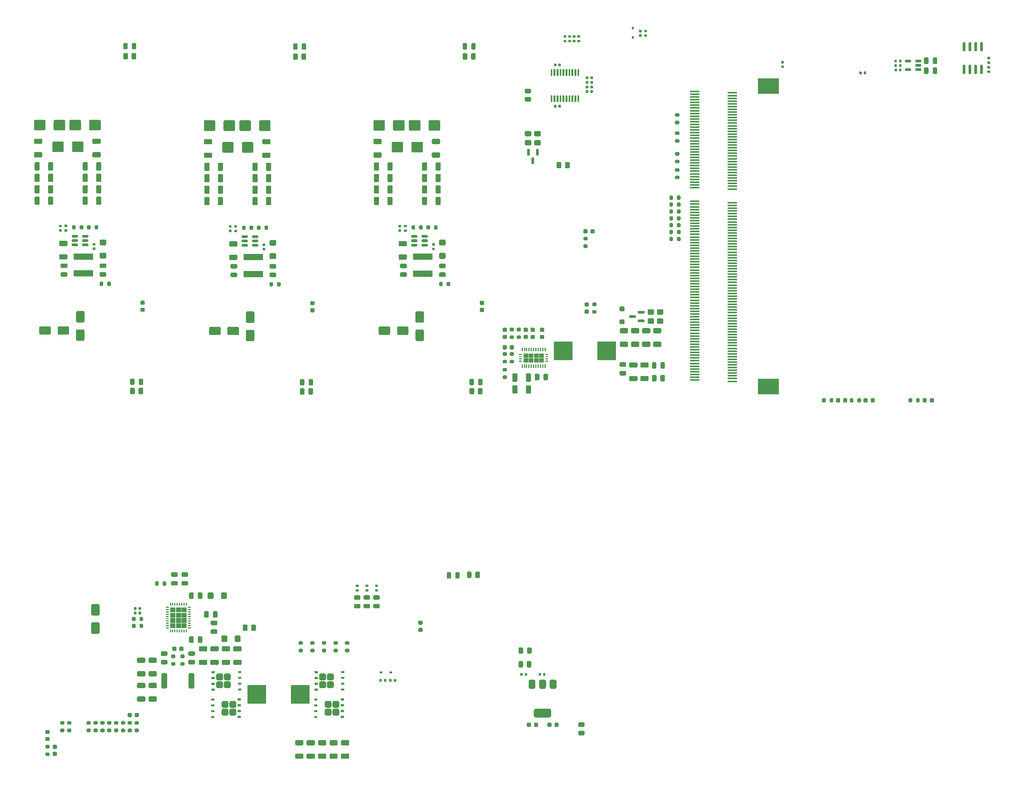
<source format=gtp>
G04 #@! TF.GenerationSoftware,KiCad,Pcbnew,8.0.4+1*
G04 #@! TF.CreationDate,2024-10-19T13:43:31+00:00*
G04 #@! TF.ProjectId,hw-openmower-universal,68772d6f-7065-46e6-9d6f-7765722d756e,rev?*
G04 #@! TF.SameCoordinates,Original*
G04 #@! TF.FileFunction,Paste,Top*
G04 #@! TF.FilePolarity,Positive*
%FSLAX46Y46*%
G04 Gerber Fmt 4.6, Leading zero omitted, Abs format (unit mm)*
G04 Created by KiCad (PCBNEW 8.0.4+1) date 2024-10-19 13:43:31*
%MOMM*%
%LPD*%
G01*
G04 APERTURE LIST*
%ADD10C,0.010000*%
%ADD11R,4.200000X1.400000*%
%ADD12R,4.100000X4.100000*%
%ADD13R,2.000000X0.350000*%
%ADD14R,4.600000X3.500000*%
G04 APERTURE END LIST*
D10*
X85843000Y-155481000D02*
X85845000Y-155481000D01*
X85848000Y-155482000D01*
X85850000Y-155482000D01*
X85853000Y-155483000D01*
X85855000Y-155484000D01*
X85858000Y-155485000D01*
X85860000Y-155487000D01*
X85862000Y-155488000D01*
X85864000Y-155490000D01*
X85866000Y-155491000D01*
X85868000Y-155493000D01*
X85870000Y-155495000D01*
X85872000Y-155497000D01*
X85874000Y-155499000D01*
X85875000Y-155501000D01*
X85877000Y-155503000D01*
X85878000Y-155505000D01*
X85880000Y-155507000D01*
X85881000Y-155510000D01*
X85882000Y-155512000D01*
X85883000Y-155515000D01*
X85883000Y-155517000D01*
X85884000Y-155520000D01*
X85884000Y-155522000D01*
X85885000Y-155525000D01*
X85885000Y-155527000D01*
X85885000Y-155530000D01*
X85885000Y-156390000D01*
X85885000Y-156393000D01*
X85885000Y-156395000D01*
X85884000Y-156398000D01*
X85884000Y-156400000D01*
X85883000Y-156403000D01*
X85883000Y-156405000D01*
X85882000Y-156408000D01*
X85881000Y-156410000D01*
X85880000Y-156413000D01*
X85878000Y-156415000D01*
X85877000Y-156417000D01*
X85875000Y-156419000D01*
X85874000Y-156421000D01*
X85872000Y-156423000D01*
X85870000Y-156425000D01*
X85868000Y-156427000D01*
X85866000Y-156429000D01*
X85864000Y-156430000D01*
X85862000Y-156432000D01*
X85860000Y-156433000D01*
X85858000Y-156435000D01*
X85855000Y-156436000D01*
X85853000Y-156437000D01*
X85850000Y-156438000D01*
X85848000Y-156438000D01*
X85845000Y-156439000D01*
X85843000Y-156439000D01*
X85840000Y-156440000D01*
X85838000Y-156440000D01*
X85835000Y-156440000D01*
X84905000Y-156440000D01*
X84902000Y-156440000D01*
X84900000Y-156440000D01*
X84897000Y-156439000D01*
X84895000Y-156439000D01*
X84892000Y-156438000D01*
X84890000Y-156438000D01*
X84887000Y-156437000D01*
X84885000Y-156436000D01*
X84882000Y-156435000D01*
X84880000Y-156433000D01*
X84878000Y-156432000D01*
X84876000Y-156430000D01*
X84874000Y-156429000D01*
X84872000Y-156427000D01*
X84870000Y-156425000D01*
X84868000Y-156423000D01*
X84866000Y-156421000D01*
X84865000Y-156419000D01*
X84863000Y-156417000D01*
X84862000Y-156415000D01*
X84860000Y-156413000D01*
X84859000Y-156410000D01*
X84858000Y-156408000D01*
X84857000Y-156405000D01*
X84857000Y-156403000D01*
X84856000Y-156400000D01*
X84856000Y-156398000D01*
X84855000Y-156395000D01*
X84855000Y-156393000D01*
X84855000Y-156390000D01*
X84855000Y-155530000D01*
X84855000Y-155527000D01*
X84855000Y-155525000D01*
X84856000Y-155522000D01*
X84856000Y-155520000D01*
X84857000Y-155517000D01*
X84857000Y-155515000D01*
X84858000Y-155512000D01*
X84859000Y-155510000D01*
X84860000Y-155507000D01*
X84862000Y-155505000D01*
X84863000Y-155503000D01*
X84865000Y-155501000D01*
X84866000Y-155499000D01*
X84868000Y-155497000D01*
X84870000Y-155495000D01*
X84872000Y-155493000D01*
X84874000Y-155491000D01*
X84876000Y-155490000D01*
X84878000Y-155488000D01*
X84880000Y-155487000D01*
X84882000Y-155485000D01*
X84885000Y-155484000D01*
X84887000Y-155483000D01*
X84890000Y-155482000D01*
X84892000Y-155482000D01*
X84895000Y-155481000D01*
X84897000Y-155481000D01*
X84900000Y-155480000D01*
X84902000Y-155480000D01*
X84905000Y-155480000D01*
X85835000Y-155480000D01*
X85838000Y-155480000D01*
X85840000Y-155480000D01*
X85843000Y-155481000D01*
G36*
X85843000Y-155481000D02*
G01*
X85845000Y-155481000D01*
X85848000Y-155482000D01*
X85850000Y-155482000D01*
X85853000Y-155483000D01*
X85855000Y-155484000D01*
X85858000Y-155485000D01*
X85860000Y-155487000D01*
X85862000Y-155488000D01*
X85864000Y-155490000D01*
X85866000Y-155491000D01*
X85868000Y-155493000D01*
X85870000Y-155495000D01*
X85872000Y-155497000D01*
X85874000Y-155499000D01*
X85875000Y-155501000D01*
X85877000Y-155503000D01*
X85878000Y-155505000D01*
X85880000Y-155507000D01*
X85881000Y-155510000D01*
X85882000Y-155512000D01*
X85883000Y-155515000D01*
X85883000Y-155517000D01*
X85884000Y-155520000D01*
X85884000Y-155522000D01*
X85885000Y-155525000D01*
X85885000Y-155527000D01*
X85885000Y-155530000D01*
X85885000Y-156390000D01*
X85885000Y-156393000D01*
X85885000Y-156395000D01*
X85884000Y-156398000D01*
X85884000Y-156400000D01*
X85883000Y-156403000D01*
X85883000Y-156405000D01*
X85882000Y-156408000D01*
X85881000Y-156410000D01*
X85880000Y-156413000D01*
X85878000Y-156415000D01*
X85877000Y-156417000D01*
X85875000Y-156419000D01*
X85874000Y-156421000D01*
X85872000Y-156423000D01*
X85870000Y-156425000D01*
X85868000Y-156427000D01*
X85866000Y-156429000D01*
X85864000Y-156430000D01*
X85862000Y-156432000D01*
X85860000Y-156433000D01*
X85858000Y-156435000D01*
X85855000Y-156436000D01*
X85853000Y-156437000D01*
X85850000Y-156438000D01*
X85848000Y-156438000D01*
X85845000Y-156439000D01*
X85843000Y-156439000D01*
X85840000Y-156440000D01*
X85838000Y-156440000D01*
X85835000Y-156440000D01*
X84905000Y-156440000D01*
X84902000Y-156440000D01*
X84900000Y-156440000D01*
X84897000Y-156439000D01*
X84895000Y-156439000D01*
X84892000Y-156438000D01*
X84890000Y-156438000D01*
X84887000Y-156437000D01*
X84885000Y-156436000D01*
X84882000Y-156435000D01*
X84880000Y-156433000D01*
X84878000Y-156432000D01*
X84876000Y-156430000D01*
X84874000Y-156429000D01*
X84872000Y-156427000D01*
X84870000Y-156425000D01*
X84868000Y-156423000D01*
X84866000Y-156421000D01*
X84865000Y-156419000D01*
X84863000Y-156417000D01*
X84862000Y-156415000D01*
X84860000Y-156413000D01*
X84859000Y-156410000D01*
X84858000Y-156408000D01*
X84857000Y-156405000D01*
X84857000Y-156403000D01*
X84856000Y-156400000D01*
X84856000Y-156398000D01*
X84855000Y-156395000D01*
X84855000Y-156393000D01*
X84855000Y-156390000D01*
X84855000Y-155530000D01*
X84855000Y-155527000D01*
X84855000Y-155525000D01*
X84856000Y-155522000D01*
X84856000Y-155520000D01*
X84857000Y-155517000D01*
X84857000Y-155515000D01*
X84858000Y-155512000D01*
X84859000Y-155510000D01*
X84860000Y-155507000D01*
X84862000Y-155505000D01*
X84863000Y-155503000D01*
X84865000Y-155501000D01*
X84866000Y-155499000D01*
X84868000Y-155497000D01*
X84870000Y-155495000D01*
X84872000Y-155493000D01*
X84874000Y-155491000D01*
X84876000Y-155490000D01*
X84878000Y-155488000D01*
X84880000Y-155487000D01*
X84882000Y-155485000D01*
X84885000Y-155484000D01*
X84887000Y-155483000D01*
X84890000Y-155482000D01*
X84892000Y-155482000D01*
X84895000Y-155481000D01*
X84897000Y-155481000D01*
X84900000Y-155480000D01*
X84902000Y-155480000D01*
X84905000Y-155480000D01*
X85835000Y-155480000D01*
X85838000Y-155480000D01*
X85840000Y-155480000D01*
X85843000Y-155481000D01*
G37*
X85843000Y-158961000D02*
X85845000Y-158961000D01*
X85848000Y-158962000D01*
X85850000Y-158962000D01*
X85853000Y-158963000D01*
X85855000Y-158964000D01*
X85858000Y-158965000D01*
X85860000Y-158967000D01*
X85862000Y-158968000D01*
X85864000Y-158970000D01*
X85866000Y-158971000D01*
X85868000Y-158973000D01*
X85870000Y-158975000D01*
X85872000Y-158977000D01*
X85874000Y-158979000D01*
X85875000Y-158981000D01*
X85877000Y-158983000D01*
X85878000Y-158985000D01*
X85880000Y-158987000D01*
X85881000Y-158990000D01*
X85882000Y-158992000D01*
X85883000Y-158995000D01*
X85883000Y-158997000D01*
X85884000Y-159000000D01*
X85884000Y-159002000D01*
X85885000Y-159005000D01*
X85885000Y-159007000D01*
X85885000Y-159010000D01*
X85885000Y-159870000D01*
X85885000Y-159873000D01*
X85885000Y-159875000D01*
X85884000Y-159878000D01*
X85884000Y-159880000D01*
X85883000Y-159883000D01*
X85883000Y-159885000D01*
X85882000Y-159888000D01*
X85881000Y-159890000D01*
X85880000Y-159893000D01*
X85878000Y-159895000D01*
X85877000Y-159897000D01*
X85875000Y-159899000D01*
X85874000Y-159901000D01*
X85872000Y-159903000D01*
X85870000Y-159905000D01*
X85868000Y-159907000D01*
X85866000Y-159909000D01*
X85864000Y-159910000D01*
X85862000Y-159912000D01*
X85860000Y-159913000D01*
X85858000Y-159915000D01*
X85855000Y-159916000D01*
X85853000Y-159917000D01*
X85850000Y-159918000D01*
X85848000Y-159918000D01*
X85845000Y-159919000D01*
X85843000Y-159919000D01*
X85840000Y-159920000D01*
X85838000Y-159920000D01*
X85835000Y-159920000D01*
X84905000Y-159920000D01*
X84902000Y-159920000D01*
X84900000Y-159920000D01*
X84897000Y-159919000D01*
X84895000Y-159919000D01*
X84892000Y-159918000D01*
X84890000Y-159918000D01*
X84887000Y-159917000D01*
X84885000Y-159916000D01*
X84882000Y-159915000D01*
X84880000Y-159913000D01*
X84878000Y-159912000D01*
X84876000Y-159910000D01*
X84874000Y-159909000D01*
X84872000Y-159907000D01*
X84870000Y-159905000D01*
X84868000Y-159903000D01*
X84866000Y-159901000D01*
X84865000Y-159899000D01*
X84863000Y-159897000D01*
X84862000Y-159895000D01*
X84860000Y-159893000D01*
X84859000Y-159890000D01*
X84858000Y-159888000D01*
X84857000Y-159885000D01*
X84857000Y-159883000D01*
X84856000Y-159880000D01*
X84856000Y-159878000D01*
X84855000Y-159875000D01*
X84855000Y-159873000D01*
X84855000Y-159870000D01*
X84855000Y-159010000D01*
X84855000Y-159007000D01*
X84855000Y-159005000D01*
X84856000Y-159002000D01*
X84856000Y-159000000D01*
X84857000Y-158997000D01*
X84857000Y-158995000D01*
X84858000Y-158992000D01*
X84859000Y-158990000D01*
X84860000Y-158987000D01*
X84862000Y-158985000D01*
X84863000Y-158983000D01*
X84865000Y-158981000D01*
X84866000Y-158979000D01*
X84868000Y-158977000D01*
X84870000Y-158975000D01*
X84872000Y-158973000D01*
X84874000Y-158971000D01*
X84876000Y-158970000D01*
X84878000Y-158968000D01*
X84880000Y-158967000D01*
X84882000Y-158965000D01*
X84885000Y-158964000D01*
X84887000Y-158963000D01*
X84890000Y-158962000D01*
X84892000Y-158962000D01*
X84895000Y-158961000D01*
X84897000Y-158961000D01*
X84900000Y-158960000D01*
X84902000Y-158960000D01*
X84905000Y-158960000D01*
X85835000Y-158960000D01*
X85838000Y-158960000D01*
X85840000Y-158960000D01*
X85843000Y-158961000D01*
G36*
X85843000Y-158961000D02*
G01*
X85845000Y-158961000D01*
X85848000Y-158962000D01*
X85850000Y-158962000D01*
X85853000Y-158963000D01*
X85855000Y-158964000D01*
X85858000Y-158965000D01*
X85860000Y-158967000D01*
X85862000Y-158968000D01*
X85864000Y-158970000D01*
X85866000Y-158971000D01*
X85868000Y-158973000D01*
X85870000Y-158975000D01*
X85872000Y-158977000D01*
X85874000Y-158979000D01*
X85875000Y-158981000D01*
X85877000Y-158983000D01*
X85878000Y-158985000D01*
X85880000Y-158987000D01*
X85881000Y-158990000D01*
X85882000Y-158992000D01*
X85883000Y-158995000D01*
X85883000Y-158997000D01*
X85884000Y-159000000D01*
X85884000Y-159002000D01*
X85885000Y-159005000D01*
X85885000Y-159007000D01*
X85885000Y-159010000D01*
X85885000Y-159870000D01*
X85885000Y-159873000D01*
X85885000Y-159875000D01*
X85884000Y-159878000D01*
X85884000Y-159880000D01*
X85883000Y-159883000D01*
X85883000Y-159885000D01*
X85882000Y-159888000D01*
X85881000Y-159890000D01*
X85880000Y-159893000D01*
X85878000Y-159895000D01*
X85877000Y-159897000D01*
X85875000Y-159899000D01*
X85874000Y-159901000D01*
X85872000Y-159903000D01*
X85870000Y-159905000D01*
X85868000Y-159907000D01*
X85866000Y-159909000D01*
X85864000Y-159910000D01*
X85862000Y-159912000D01*
X85860000Y-159913000D01*
X85858000Y-159915000D01*
X85855000Y-159916000D01*
X85853000Y-159917000D01*
X85850000Y-159918000D01*
X85848000Y-159918000D01*
X85845000Y-159919000D01*
X85843000Y-159919000D01*
X85840000Y-159920000D01*
X85838000Y-159920000D01*
X85835000Y-159920000D01*
X84905000Y-159920000D01*
X84902000Y-159920000D01*
X84900000Y-159920000D01*
X84897000Y-159919000D01*
X84895000Y-159919000D01*
X84892000Y-159918000D01*
X84890000Y-159918000D01*
X84887000Y-159917000D01*
X84885000Y-159916000D01*
X84882000Y-159915000D01*
X84880000Y-159913000D01*
X84878000Y-159912000D01*
X84876000Y-159910000D01*
X84874000Y-159909000D01*
X84872000Y-159907000D01*
X84870000Y-159905000D01*
X84868000Y-159903000D01*
X84866000Y-159901000D01*
X84865000Y-159899000D01*
X84863000Y-159897000D01*
X84862000Y-159895000D01*
X84860000Y-159893000D01*
X84859000Y-159890000D01*
X84858000Y-159888000D01*
X84857000Y-159885000D01*
X84857000Y-159883000D01*
X84856000Y-159880000D01*
X84856000Y-159878000D01*
X84855000Y-159875000D01*
X84855000Y-159873000D01*
X84855000Y-159870000D01*
X84855000Y-159010000D01*
X84855000Y-159007000D01*
X84855000Y-159005000D01*
X84856000Y-159002000D01*
X84856000Y-159000000D01*
X84857000Y-158997000D01*
X84857000Y-158995000D01*
X84858000Y-158992000D01*
X84859000Y-158990000D01*
X84860000Y-158987000D01*
X84862000Y-158985000D01*
X84863000Y-158983000D01*
X84865000Y-158981000D01*
X84866000Y-158979000D01*
X84868000Y-158977000D01*
X84870000Y-158975000D01*
X84872000Y-158973000D01*
X84874000Y-158971000D01*
X84876000Y-158970000D01*
X84878000Y-158968000D01*
X84880000Y-158967000D01*
X84882000Y-158965000D01*
X84885000Y-158964000D01*
X84887000Y-158963000D01*
X84890000Y-158962000D01*
X84892000Y-158962000D01*
X84895000Y-158961000D01*
X84897000Y-158961000D01*
X84900000Y-158960000D01*
X84902000Y-158960000D01*
X84905000Y-158960000D01*
X85835000Y-158960000D01*
X85838000Y-158960000D01*
X85840000Y-158960000D01*
X85843000Y-158961000D01*
G37*
X85843000Y-156641000D02*
X85845000Y-156641000D01*
X85848000Y-156642000D01*
X85850000Y-156642000D01*
X85853000Y-156643000D01*
X85855000Y-156644000D01*
X85858000Y-156645000D01*
X85860000Y-156647000D01*
X85862000Y-156648000D01*
X85864000Y-156650000D01*
X85866000Y-156651000D01*
X85868000Y-156653000D01*
X85870000Y-156655000D01*
X85872000Y-156657000D01*
X85874000Y-156659000D01*
X85875000Y-156661000D01*
X85877000Y-156663000D01*
X85878000Y-156665000D01*
X85880000Y-156667000D01*
X85881000Y-156670000D01*
X85882000Y-156672000D01*
X85883000Y-156675000D01*
X85883000Y-156677000D01*
X85884000Y-156680000D01*
X85884000Y-156682000D01*
X85885000Y-156685000D01*
X85885000Y-156687000D01*
X85885000Y-156690000D01*
X85885000Y-157550000D01*
X85885000Y-157553000D01*
X85885000Y-157555000D01*
X85884000Y-157558000D01*
X85884000Y-157560000D01*
X85883000Y-157563000D01*
X85883000Y-157565000D01*
X85882000Y-157568000D01*
X85881000Y-157570000D01*
X85880000Y-157573000D01*
X85878000Y-157575000D01*
X85877000Y-157577000D01*
X85875000Y-157579000D01*
X85874000Y-157581000D01*
X85872000Y-157583000D01*
X85870000Y-157585000D01*
X85868000Y-157587000D01*
X85866000Y-157589000D01*
X85864000Y-157590000D01*
X85862000Y-157592000D01*
X85860000Y-157593000D01*
X85858000Y-157595000D01*
X85855000Y-157596000D01*
X85853000Y-157597000D01*
X85850000Y-157598000D01*
X85848000Y-157598000D01*
X85845000Y-157599000D01*
X85843000Y-157599000D01*
X85840000Y-157600000D01*
X85838000Y-157600000D01*
X85835000Y-157600000D01*
X84905000Y-157600000D01*
X84902000Y-157600000D01*
X84900000Y-157600000D01*
X84897000Y-157599000D01*
X84895000Y-157599000D01*
X84892000Y-157598000D01*
X84890000Y-157598000D01*
X84887000Y-157597000D01*
X84885000Y-157596000D01*
X84882000Y-157595000D01*
X84880000Y-157593000D01*
X84878000Y-157592000D01*
X84876000Y-157590000D01*
X84874000Y-157589000D01*
X84872000Y-157587000D01*
X84870000Y-157585000D01*
X84868000Y-157583000D01*
X84866000Y-157581000D01*
X84865000Y-157579000D01*
X84863000Y-157577000D01*
X84862000Y-157575000D01*
X84860000Y-157573000D01*
X84859000Y-157570000D01*
X84858000Y-157568000D01*
X84857000Y-157565000D01*
X84857000Y-157563000D01*
X84856000Y-157560000D01*
X84856000Y-157558000D01*
X84855000Y-157555000D01*
X84855000Y-157553000D01*
X84855000Y-157550000D01*
X84855000Y-156690000D01*
X84855000Y-156687000D01*
X84855000Y-156685000D01*
X84856000Y-156682000D01*
X84856000Y-156680000D01*
X84857000Y-156677000D01*
X84857000Y-156675000D01*
X84858000Y-156672000D01*
X84859000Y-156670000D01*
X84860000Y-156667000D01*
X84862000Y-156665000D01*
X84863000Y-156663000D01*
X84865000Y-156661000D01*
X84866000Y-156659000D01*
X84868000Y-156657000D01*
X84870000Y-156655000D01*
X84872000Y-156653000D01*
X84874000Y-156651000D01*
X84876000Y-156650000D01*
X84878000Y-156648000D01*
X84880000Y-156647000D01*
X84882000Y-156645000D01*
X84885000Y-156644000D01*
X84887000Y-156643000D01*
X84890000Y-156642000D01*
X84892000Y-156642000D01*
X84895000Y-156641000D01*
X84897000Y-156641000D01*
X84900000Y-156640000D01*
X84902000Y-156640000D01*
X84905000Y-156640000D01*
X85835000Y-156640000D01*
X85838000Y-156640000D01*
X85840000Y-156640000D01*
X85843000Y-156641000D01*
G36*
X85843000Y-156641000D02*
G01*
X85845000Y-156641000D01*
X85848000Y-156642000D01*
X85850000Y-156642000D01*
X85853000Y-156643000D01*
X85855000Y-156644000D01*
X85858000Y-156645000D01*
X85860000Y-156647000D01*
X85862000Y-156648000D01*
X85864000Y-156650000D01*
X85866000Y-156651000D01*
X85868000Y-156653000D01*
X85870000Y-156655000D01*
X85872000Y-156657000D01*
X85874000Y-156659000D01*
X85875000Y-156661000D01*
X85877000Y-156663000D01*
X85878000Y-156665000D01*
X85880000Y-156667000D01*
X85881000Y-156670000D01*
X85882000Y-156672000D01*
X85883000Y-156675000D01*
X85883000Y-156677000D01*
X85884000Y-156680000D01*
X85884000Y-156682000D01*
X85885000Y-156685000D01*
X85885000Y-156687000D01*
X85885000Y-156690000D01*
X85885000Y-157550000D01*
X85885000Y-157553000D01*
X85885000Y-157555000D01*
X85884000Y-157558000D01*
X85884000Y-157560000D01*
X85883000Y-157563000D01*
X85883000Y-157565000D01*
X85882000Y-157568000D01*
X85881000Y-157570000D01*
X85880000Y-157573000D01*
X85878000Y-157575000D01*
X85877000Y-157577000D01*
X85875000Y-157579000D01*
X85874000Y-157581000D01*
X85872000Y-157583000D01*
X85870000Y-157585000D01*
X85868000Y-157587000D01*
X85866000Y-157589000D01*
X85864000Y-157590000D01*
X85862000Y-157592000D01*
X85860000Y-157593000D01*
X85858000Y-157595000D01*
X85855000Y-157596000D01*
X85853000Y-157597000D01*
X85850000Y-157598000D01*
X85848000Y-157598000D01*
X85845000Y-157599000D01*
X85843000Y-157599000D01*
X85840000Y-157600000D01*
X85838000Y-157600000D01*
X85835000Y-157600000D01*
X84905000Y-157600000D01*
X84902000Y-157600000D01*
X84900000Y-157600000D01*
X84897000Y-157599000D01*
X84895000Y-157599000D01*
X84892000Y-157598000D01*
X84890000Y-157598000D01*
X84887000Y-157597000D01*
X84885000Y-157596000D01*
X84882000Y-157595000D01*
X84880000Y-157593000D01*
X84878000Y-157592000D01*
X84876000Y-157590000D01*
X84874000Y-157589000D01*
X84872000Y-157587000D01*
X84870000Y-157585000D01*
X84868000Y-157583000D01*
X84866000Y-157581000D01*
X84865000Y-157579000D01*
X84863000Y-157577000D01*
X84862000Y-157575000D01*
X84860000Y-157573000D01*
X84859000Y-157570000D01*
X84858000Y-157568000D01*
X84857000Y-157565000D01*
X84857000Y-157563000D01*
X84856000Y-157560000D01*
X84856000Y-157558000D01*
X84855000Y-157555000D01*
X84855000Y-157553000D01*
X84855000Y-157550000D01*
X84855000Y-156690000D01*
X84855000Y-156687000D01*
X84855000Y-156685000D01*
X84856000Y-156682000D01*
X84856000Y-156680000D01*
X84857000Y-156677000D01*
X84857000Y-156675000D01*
X84858000Y-156672000D01*
X84859000Y-156670000D01*
X84860000Y-156667000D01*
X84862000Y-156665000D01*
X84863000Y-156663000D01*
X84865000Y-156661000D01*
X84866000Y-156659000D01*
X84868000Y-156657000D01*
X84870000Y-156655000D01*
X84872000Y-156653000D01*
X84874000Y-156651000D01*
X84876000Y-156650000D01*
X84878000Y-156648000D01*
X84880000Y-156647000D01*
X84882000Y-156645000D01*
X84885000Y-156644000D01*
X84887000Y-156643000D01*
X84890000Y-156642000D01*
X84892000Y-156642000D01*
X84895000Y-156641000D01*
X84897000Y-156641000D01*
X84900000Y-156640000D01*
X84902000Y-156640000D01*
X84905000Y-156640000D01*
X85835000Y-156640000D01*
X85838000Y-156640000D01*
X85840000Y-156640000D01*
X85843000Y-156641000D01*
G37*
X85843000Y-157801000D02*
X85845000Y-157801000D01*
X85848000Y-157802000D01*
X85850000Y-157802000D01*
X85853000Y-157803000D01*
X85855000Y-157804000D01*
X85858000Y-157805000D01*
X85860000Y-157807000D01*
X85862000Y-157808000D01*
X85864000Y-157810000D01*
X85866000Y-157811000D01*
X85868000Y-157813000D01*
X85870000Y-157815000D01*
X85872000Y-157817000D01*
X85874000Y-157819000D01*
X85875000Y-157821000D01*
X85877000Y-157823000D01*
X85878000Y-157825000D01*
X85880000Y-157827000D01*
X85881000Y-157830000D01*
X85882000Y-157832000D01*
X85883000Y-157835000D01*
X85883000Y-157837000D01*
X85884000Y-157840000D01*
X85884000Y-157842000D01*
X85885000Y-157845000D01*
X85885000Y-157847000D01*
X85885000Y-157850000D01*
X85885000Y-158710000D01*
X85885000Y-158713000D01*
X85885000Y-158715000D01*
X85884000Y-158718000D01*
X85884000Y-158720000D01*
X85883000Y-158723000D01*
X85883000Y-158725000D01*
X85882000Y-158728000D01*
X85881000Y-158730000D01*
X85880000Y-158733000D01*
X85878000Y-158735000D01*
X85877000Y-158737000D01*
X85875000Y-158739000D01*
X85874000Y-158741000D01*
X85872000Y-158743000D01*
X85870000Y-158745000D01*
X85868000Y-158747000D01*
X85866000Y-158749000D01*
X85864000Y-158750000D01*
X85862000Y-158752000D01*
X85860000Y-158753000D01*
X85858000Y-158755000D01*
X85855000Y-158756000D01*
X85853000Y-158757000D01*
X85850000Y-158758000D01*
X85848000Y-158758000D01*
X85845000Y-158759000D01*
X85843000Y-158759000D01*
X85840000Y-158760000D01*
X85838000Y-158760000D01*
X85835000Y-158760000D01*
X84905000Y-158760000D01*
X84902000Y-158760000D01*
X84900000Y-158760000D01*
X84897000Y-158759000D01*
X84895000Y-158759000D01*
X84892000Y-158758000D01*
X84890000Y-158758000D01*
X84887000Y-158757000D01*
X84885000Y-158756000D01*
X84882000Y-158755000D01*
X84880000Y-158753000D01*
X84878000Y-158752000D01*
X84876000Y-158750000D01*
X84874000Y-158749000D01*
X84872000Y-158747000D01*
X84870000Y-158745000D01*
X84868000Y-158743000D01*
X84866000Y-158741000D01*
X84865000Y-158739000D01*
X84863000Y-158737000D01*
X84862000Y-158735000D01*
X84860000Y-158733000D01*
X84859000Y-158730000D01*
X84858000Y-158728000D01*
X84857000Y-158725000D01*
X84857000Y-158723000D01*
X84856000Y-158720000D01*
X84856000Y-158718000D01*
X84855000Y-158715000D01*
X84855000Y-158713000D01*
X84855000Y-158710000D01*
X84855000Y-157850000D01*
X84855000Y-157847000D01*
X84855000Y-157845000D01*
X84856000Y-157842000D01*
X84856000Y-157840000D01*
X84857000Y-157837000D01*
X84857000Y-157835000D01*
X84858000Y-157832000D01*
X84859000Y-157830000D01*
X84860000Y-157827000D01*
X84862000Y-157825000D01*
X84863000Y-157823000D01*
X84865000Y-157821000D01*
X84866000Y-157819000D01*
X84868000Y-157817000D01*
X84870000Y-157815000D01*
X84872000Y-157813000D01*
X84874000Y-157811000D01*
X84876000Y-157810000D01*
X84878000Y-157808000D01*
X84880000Y-157807000D01*
X84882000Y-157805000D01*
X84885000Y-157804000D01*
X84887000Y-157803000D01*
X84890000Y-157802000D01*
X84892000Y-157802000D01*
X84895000Y-157801000D01*
X84897000Y-157801000D01*
X84900000Y-157800000D01*
X84902000Y-157800000D01*
X84905000Y-157800000D01*
X85835000Y-157800000D01*
X85838000Y-157800000D01*
X85840000Y-157800000D01*
X85843000Y-157801000D01*
G36*
X85843000Y-157801000D02*
G01*
X85845000Y-157801000D01*
X85848000Y-157802000D01*
X85850000Y-157802000D01*
X85853000Y-157803000D01*
X85855000Y-157804000D01*
X85858000Y-157805000D01*
X85860000Y-157807000D01*
X85862000Y-157808000D01*
X85864000Y-157810000D01*
X85866000Y-157811000D01*
X85868000Y-157813000D01*
X85870000Y-157815000D01*
X85872000Y-157817000D01*
X85874000Y-157819000D01*
X85875000Y-157821000D01*
X85877000Y-157823000D01*
X85878000Y-157825000D01*
X85880000Y-157827000D01*
X85881000Y-157830000D01*
X85882000Y-157832000D01*
X85883000Y-157835000D01*
X85883000Y-157837000D01*
X85884000Y-157840000D01*
X85884000Y-157842000D01*
X85885000Y-157845000D01*
X85885000Y-157847000D01*
X85885000Y-157850000D01*
X85885000Y-158710000D01*
X85885000Y-158713000D01*
X85885000Y-158715000D01*
X85884000Y-158718000D01*
X85884000Y-158720000D01*
X85883000Y-158723000D01*
X85883000Y-158725000D01*
X85882000Y-158728000D01*
X85881000Y-158730000D01*
X85880000Y-158733000D01*
X85878000Y-158735000D01*
X85877000Y-158737000D01*
X85875000Y-158739000D01*
X85874000Y-158741000D01*
X85872000Y-158743000D01*
X85870000Y-158745000D01*
X85868000Y-158747000D01*
X85866000Y-158749000D01*
X85864000Y-158750000D01*
X85862000Y-158752000D01*
X85860000Y-158753000D01*
X85858000Y-158755000D01*
X85855000Y-158756000D01*
X85853000Y-158757000D01*
X85850000Y-158758000D01*
X85848000Y-158758000D01*
X85845000Y-158759000D01*
X85843000Y-158759000D01*
X85840000Y-158760000D01*
X85838000Y-158760000D01*
X85835000Y-158760000D01*
X84905000Y-158760000D01*
X84902000Y-158760000D01*
X84900000Y-158760000D01*
X84897000Y-158759000D01*
X84895000Y-158759000D01*
X84892000Y-158758000D01*
X84890000Y-158758000D01*
X84887000Y-158757000D01*
X84885000Y-158756000D01*
X84882000Y-158755000D01*
X84880000Y-158753000D01*
X84878000Y-158752000D01*
X84876000Y-158750000D01*
X84874000Y-158749000D01*
X84872000Y-158747000D01*
X84870000Y-158745000D01*
X84868000Y-158743000D01*
X84866000Y-158741000D01*
X84865000Y-158739000D01*
X84863000Y-158737000D01*
X84862000Y-158735000D01*
X84860000Y-158733000D01*
X84859000Y-158730000D01*
X84858000Y-158728000D01*
X84857000Y-158725000D01*
X84857000Y-158723000D01*
X84856000Y-158720000D01*
X84856000Y-158718000D01*
X84855000Y-158715000D01*
X84855000Y-158713000D01*
X84855000Y-158710000D01*
X84855000Y-157850000D01*
X84855000Y-157847000D01*
X84855000Y-157845000D01*
X84856000Y-157842000D01*
X84856000Y-157840000D01*
X84857000Y-157837000D01*
X84857000Y-157835000D01*
X84858000Y-157832000D01*
X84859000Y-157830000D01*
X84860000Y-157827000D01*
X84862000Y-157825000D01*
X84863000Y-157823000D01*
X84865000Y-157821000D01*
X84866000Y-157819000D01*
X84868000Y-157817000D01*
X84870000Y-157815000D01*
X84872000Y-157813000D01*
X84874000Y-157811000D01*
X84876000Y-157810000D01*
X84878000Y-157808000D01*
X84880000Y-157807000D01*
X84882000Y-157805000D01*
X84885000Y-157804000D01*
X84887000Y-157803000D01*
X84890000Y-157802000D01*
X84892000Y-157802000D01*
X84895000Y-157801000D01*
X84897000Y-157801000D01*
X84900000Y-157800000D01*
X84902000Y-157800000D01*
X84905000Y-157800000D01*
X85835000Y-157800000D01*
X85838000Y-157800000D01*
X85840000Y-157800000D01*
X85843000Y-157801000D01*
G37*
X87073000Y-158961000D02*
X87075000Y-158961000D01*
X87078000Y-158962000D01*
X87080000Y-158962000D01*
X87083000Y-158963000D01*
X87085000Y-158964000D01*
X87088000Y-158965000D01*
X87090000Y-158967000D01*
X87092000Y-158968000D01*
X87094000Y-158970000D01*
X87096000Y-158971000D01*
X87098000Y-158973000D01*
X87100000Y-158975000D01*
X87102000Y-158977000D01*
X87104000Y-158979000D01*
X87105000Y-158981000D01*
X87107000Y-158983000D01*
X87108000Y-158985000D01*
X87110000Y-158987000D01*
X87111000Y-158990000D01*
X87112000Y-158992000D01*
X87113000Y-158995000D01*
X87113000Y-158997000D01*
X87114000Y-159000000D01*
X87114000Y-159002000D01*
X87115000Y-159005000D01*
X87115000Y-159007000D01*
X87115000Y-159010000D01*
X87115000Y-159870000D01*
X87115000Y-159873000D01*
X87115000Y-159875000D01*
X87114000Y-159878000D01*
X87114000Y-159880000D01*
X87113000Y-159883000D01*
X87113000Y-159885000D01*
X87112000Y-159888000D01*
X87111000Y-159890000D01*
X87110000Y-159893000D01*
X87108000Y-159895000D01*
X87107000Y-159897000D01*
X87105000Y-159899000D01*
X87104000Y-159901000D01*
X87102000Y-159903000D01*
X87100000Y-159905000D01*
X87098000Y-159907000D01*
X87096000Y-159909000D01*
X87094000Y-159910000D01*
X87092000Y-159912000D01*
X87090000Y-159913000D01*
X87088000Y-159915000D01*
X87085000Y-159916000D01*
X87083000Y-159917000D01*
X87080000Y-159918000D01*
X87078000Y-159918000D01*
X87075000Y-159919000D01*
X87073000Y-159919000D01*
X87070000Y-159920000D01*
X87068000Y-159920000D01*
X87065000Y-159920000D01*
X86135000Y-159920000D01*
X86132000Y-159920000D01*
X86130000Y-159920000D01*
X86127000Y-159919000D01*
X86125000Y-159919000D01*
X86122000Y-159918000D01*
X86120000Y-159918000D01*
X86117000Y-159917000D01*
X86115000Y-159916000D01*
X86112000Y-159915000D01*
X86110000Y-159913000D01*
X86108000Y-159912000D01*
X86106000Y-159910000D01*
X86104000Y-159909000D01*
X86102000Y-159907000D01*
X86100000Y-159905000D01*
X86098000Y-159903000D01*
X86096000Y-159901000D01*
X86095000Y-159899000D01*
X86093000Y-159897000D01*
X86092000Y-159895000D01*
X86090000Y-159893000D01*
X86089000Y-159890000D01*
X86088000Y-159888000D01*
X86087000Y-159885000D01*
X86087000Y-159883000D01*
X86086000Y-159880000D01*
X86086000Y-159878000D01*
X86085000Y-159875000D01*
X86085000Y-159873000D01*
X86085000Y-159870000D01*
X86085000Y-159010000D01*
X86085000Y-159007000D01*
X86085000Y-159005000D01*
X86086000Y-159002000D01*
X86086000Y-159000000D01*
X86087000Y-158997000D01*
X86087000Y-158995000D01*
X86088000Y-158992000D01*
X86089000Y-158990000D01*
X86090000Y-158987000D01*
X86092000Y-158985000D01*
X86093000Y-158983000D01*
X86095000Y-158981000D01*
X86096000Y-158979000D01*
X86098000Y-158977000D01*
X86100000Y-158975000D01*
X86102000Y-158973000D01*
X86104000Y-158971000D01*
X86106000Y-158970000D01*
X86108000Y-158968000D01*
X86110000Y-158967000D01*
X86112000Y-158965000D01*
X86115000Y-158964000D01*
X86117000Y-158963000D01*
X86120000Y-158962000D01*
X86122000Y-158962000D01*
X86125000Y-158961000D01*
X86127000Y-158961000D01*
X86130000Y-158960000D01*
X86132000Y-158960000D01*
X86135000Y-158960000D01*
X87065000Y-158960000D01*
X87068000Y-158960000D01*
X87070000Y-158960000D01*
X87073000Y-158961000D01*
G36*
X87073000Y-158961000D02*
G01*
X87075000Y-158961000D01*
X87078000Y-158962000D01*
X87080000Y-158962000D01*
X87083000Y-158963000D01*
X87085000Y-158964000D01*
X87088000Y-158965000D01*
X87090000Y-158967000D01*
X87092000Y-158968000D01*
X87094000Y-158970000D01*
X87096000Y-158971000D01*
X87098000Y-158973000D01*
X87100000Y-158975000D01*
X87102000Y-158977000D01*
X87104000Y-158979000D01*
X87105000Y-158981000D01*
X87107000Y-158983000D01*
X87108000Y-158985000D01*
X87110000Y-158987000D01*
X87111000Y-158990000D01*
X87112000Y-158992000D01*
X87113000Y-158995000D01*
X87113000Y-158997000D01*
X87114000Y-159000000D01*
X87114000Y-159002000D01*
X87115000Y-159005000D01*
X87115000Y-159007000D01*
X87115000Y-159010000D01*
X87115000Y-159870000D01*
X87115000Y-159873000D01*
X87115000Y-159875000D01*
X87114000Y-159878000D01*
X87114000Y-159880000D01*
X87113000Y-159883000D01*
X87113000Y-159885000D01*
X87112000Y-159888000D01*
X87111000Y-159890000D01*
X87110000Y-159893000D01*
X87108000Y-159895000D01*
X87107000Y-159897000D01*
X87105000Y-159899000D01*
X87104000Y-159901000D01*
X87102000Y-159903000D01*
X87100000Y-159905000D01*
X87098000Y-159907000D01*
X87096000Y-159909000D01*
X87094000Y-159910000D01*
X87092000Y-159912000D01*
X87090000Y-159913000D01*
X87088000Y-159915000D01*
X87085000Y-159916000D01*
X87083000Y-159917000D01*
X87080000Y-159918000D01*
X87078000Y-159918000D01*
X87075000Y-159919000D01*
X87073000Y-159919000D01*
X87070000Y-159920000D01*
X87068000Y-159920000D01*
X87065000Y-159920000D01*
X86135000Y-159920000D01*
X86132000Y-159920000D01*
X86130000Y-159920000D01*
X86127000Y-159919000D01*
X86125000Y-159919000D01*
X86122000Y-159918000D01*
X86120000Y-159918000D01*
X86117000Y-159917000D01*
X86115000Y-159916000D01*
X86112000Y-159915000D01*
X86110000Y-159913000D01*
X86108000Y-159912000D01*
X86106000Y-159910000D01*
X86104000Y-159909000D01*
X86102000Y-159907000D01*
X86100000Y-159905000D01*
X86098000Y-159903000D01*
X86096000Y-159901000D01*
X86095000Y-159899000D01*
X86093000Y-159897000D01*
X86092000Y-159895000D01*
X86090000Y-159893000D01*
X86089000Y-159890000D01*
X86088000Y-159888000D01*
X86087000Y-159885000D01*
X86087000Y-159883000D01*
X86086000Y-159880000D01*
X86086000Y-159878000D01*
X86085000Y-159875000D01*
X86085000Y-159873000D01*
X86085000Y-159870000D01*
X86085000Y-159010000D01*
X86085000Y-159007000D01*
X86085000Y-159005000D01*
X86086000Y-159002000D01*
X86086000Y-159000000D01*
X86087000Y-158997000D01*
X86087000Y-158995000D01*
X86088000Y-158992000D01*
X86089000Y-158990000D01*
X86090000Y-158987000D01*
X86092000Y-158985000D01*
X86093000Y-158983000D01*
X86095000Y-158981000D01*
X86096000Y-158979000D01*
X86098000Y-158977000D01*
X86100000Y-158975000D01*
X86102000Y-158973000D01*
X86104000Y-158971000D01*
X86106000Y-158970000D01*
X86108000Y-158968000D01*
X86110000Y-158967000D01*
X86112000Y-158965000D01*
X86115000Y-158964000D01*
X86117000Y-158963000D01*
X86120000Y-158962000D01*
X86122000Y-158962000D01*
X86125000Y-158961000D01*
X86127000Y-158961000D01*
X86130000Y-158960000D01*
X86132000Y-158960000D01*
X86135000Y-158960000D01*
X87065000Y-158960000D01*
X87068000Y-158960000D01*
X87070000Y-158960000D01*
X87073000Y-158961000D01*
G37*
X87073000Y-157801000D02*
X87075000Y-157801000D01*
X87078000Y-157802000D01*
X87080000Y-157802000D01*
X87083000Y-157803000D01*
X87085000Y-157804000D01*
X87088000Y-157805000D01*
X87090000Y-157807000D01*
X87092000Y-157808000D01*
X87094000Y-157810000D01*
X87096000Y-157811000D01*
X87098000Y-157813000D01*
X87100000Y-157815000D01*
X87102000Y-157817000D01*
X87104000Y-157819000D01*
X87105000Y-157821000D01*
X87107000Y-157823000D01*
X87108000Y-157825000D01*
X87110000Y-157827000D01*
X87111000Y-157830000D01*
X87112000Y-157832000D01*
X87113000Y-157835000D01*
X87113000Y-157837000D01*
X87114000Y-157840000D01*
X87114000Y-157842000D01*
X87115000Y-157845000D01*
X87115000Y-157847000D01*
X87115000Y-157850000D01*
X87115000Y-158710000D01*
X87115000Y-158713000D01*
X87115000Y-158715000D01*
X87114000Y-158718000D01*
X87114000Y-158720000D01*
X87113000Y-158723000D01*
X87113000Y-158725000D01*
X87112000Y-158728000D01*
X87111000Y-158730000D01*
X87110000Y-158733000D01*
X87108000Y-158735000D01*
X87107000Y-158737000D01*
X87105000Y-158739000D01*
X87104000Y-158741000D01*
X87102000Y-158743000D01*
X87100000Y-158745000D01*
X87098000Y-158747000D01*
X87096000Y-158749000D01*
X87094000Y-158750000D01*
X87092000Y-158752000D01*
X87090000Y-158753000D01*
X87088000Y-158755000D01*
X87085000Y-158756000D01*
X87083000Y-158757000D01*
X87080000Y-158758000D01*
X87078000Y-158758000D01*
X87075000Y-158759000D01*
X87073000Y-158759000D01*
X87070000Y-158760000D01*
X87068000Y-158760000D01*
X87065000Y-158760000D01*
X86135000Y-158760000D01*
X86132000Y-158760000D01*
X86130000Y-158760000D01*
X86127000Y-158759000D01*
X86125000Y-158759000D01*
X86122000Y-158758000D01*
X86120000Y-158758000D01*
X86117000Y-158757000D01*
X86115000Y-158756000D01*
X86112000Y-158755000D01*
X86110000Y-158753000D01*
X86108000Y-158752000D01*
X86106000Y-158750000D01*
X86104000Y-158749000D01*
X86102000Y-158747000D01*
X86100000Y-158745000D01*
X86098000Y-158743000D01*
X86096000Y-158741000D01*
X86095000Y-158739000D01*
X86093000Y-158737000D01*
X86092000Y-158735000D01*
X86090000Y-158733000D01*
X86089000Y-158730000D01*
X86088000Y-158728000D01*
X86087000Y-158725000D01*
X86087000Y-158723000D01*
X86086000Y-158720000D01*
X86086000Y-158718000D01*
X86085000Y-158715000D01*
X86085000Y-158713000D01*
X86085000Y-158710000D01*
X86085000Y-157850000D01*
X86085000Y-157847000D01*
X86085000Y-157845000D01*
X86086000Y-157842000D01*
X86086000Y-157840000D01*
X86087000Y-157837000D01*
X86087000Y-157835000D01*
X86088000Y-157832000D01*
X86089000Y-157830000D01*
X86090000Y-157827000D01*
X86092000Y-157825000D01*
X86093000Y-157823000D01*
X86095000Y-157821000D01*
X86096000Y-157819000D01*
X86098000Y-157817000D01*
X86100000Y-157815000D01*
X86102000Y-157813000D01*
X86104000Y-157811000D01*
X86106000Y-157810000D01*
X86108000Y-157808000D01*
X86110000Y-157807000D01*
X86112000Y-157805000D01*
X86115000Y-157804000D01*
X86117000Y-157803000D01*
X86120000Y-157802000D01*
X86122000Y-157802000D01*
X86125000Y-157801000D01*
X86127000Y-157801000D01*
X86130000Y-157800000D01*
X86132000Y-157800000D01*
X86135000Y-157800000D01*
X87065000Y-157800000D01*
X87068000Y-157800000D01*
X87070000Y-157800000D01*
X87073000Y-157801000D01*
G36*
X87073000Y-157801000D02*
G01*
X87075000Y-157801000D01*
X87078000Y-157802000D01*
X87080000Y-157802000D01*
X87083000Y-157803000D01*
X87085000Y-157804000D01*
X87088000Y-157805000D01*
X87090000Y-157807000D01*
X87092000Y-157808000D01*
X87094000Y-157810000D01*
X87096000Y-157811000D01*
X87098000Y-157813000D01*
X87100000Y-157815000D01*
X87102000Y-157817000D01*
X87104000Y-157819000D01*
X87105000Y-157821000D01*
X87107000Y-157823000D01*
X87108000Y-157825000D01*
X87110000Y-157827000D01*
X87111000Y-157830000D01*
X87112000Y-157832000D01*
X87113000Y-157835000D01*
X87113000Y-157837000D01*
X87114000Y-157840000D01*
X87114000Y-157842000D01*
X87115000Y-157845000D01*
X87115000Y-157847000D01*
X87115000Y-157850000D01*
X87115000Y-158710000D01*
X87115000Y-158713000D01*
X87115000Y-158715000D01*
X87114000Y-158718000D01*
X87114000Y-158720000D01*
X87113000Y-158723000D01*
X87113000Y-158725000D01*
X87112000Y-158728000D01*
X87111000Y-158730000D01*
X87110000Y-158733000D01*
X87108000Y-158735000D01*
X87107000Y-158737000D01*
X87105000Y-158739000D01*
X87104000Y-158741000D01*
X87102000Y-158743000D01*
X87100000Y-158745000D01*
X87098000Y-158747000D01*
X87096000Y-158749000D01*
X87094000Y-158750000D01*
X87092000Y-158752000D01*
X87090000Y-158753000D01*
X87088000Y-158755000D01*
X87085000Y-158756000D01*
X87083000Y-158757000D01*
X87080000Y-158758000D01*
X87078000Y-158758000D01*
X87075000Y-158759000D01*
X87073000Y-158759000D01*
X87070000Y-158760000D01*
X87068000Y-158760000D01*
X87065000Y-158760000D01*
X86135000Y-158760000D01*
X86132000Y-158760000D01*
X86130000Y-158760000D01*
X86127000Y-158759000D01*
X86125000Y-158759000D01*
X86122000Y-158758000D01*
X86120000Y-158758000D01*
X86117000Y-158757000D01*
X86115000Y-158756000D01*
X86112000Y-158755000D01*
X86110000Y-158753000D01*
X86108000Y-158752000D01*
X86106000Y-158750000D01*
X86104000Y-158749000D01*
X86102000Y-158747000D01*
X86100000Y-158745000D01*
X86098000Y-158743000D01*
X86096000Y-158741000D01*
X86095000Y-158739000D01*
X86093000Y-158737000D01*
X86092000Y-158735000D01*
X86090000Y-158733000D01*
X86089000Y-158730000D01*
X86088000Y-158728000D01*
X86087000Y-158725000D01*
X86087000Y-158723000D01*
X86086000Y-158720000D01*
X86086000Y-158718000D01*
X86085000Y-158715000D01*
X86085000Y-158713000D01*
X86085000Y-158710000D01*
X86085000Y-157850000D01*
X86085000Y-157847000D01*
X86085000Y-157845000D01*
X86086000Y-157842000D01*
X86086000Y-157840000D01*
X86087000Y-157837000D01*
X86087000Y-157835000D01*
X86088000Y-157832000D01*
X86089000Y-157830000D01*
X86090000Y-157827000D01*
X86092000Y-157825000D01*
X86093000Y-157823000D01*
X86095000Y-157821000D01*
X86096000Y-157819000D01*
X86098000Y-157817000D01*
X86100000Y-157815000D01*
X86102000Y-157813000D01*
X86104000Y-157811000D01*
X86106000Y-157810000D01*
X86108000Y-157808000D01*
X86110000Y-157807000D01*
X86112000Y-157805000D01*
X86115000Y-157804000D01*
X86117000Y-157803000D01*
X86120000Y-157802000D01*
X86122000Y-157802000D01*
X86125000Y-157801000D01*
X86127000Y-157801000D01*
X86130000Y-157800000D01*
X86132000Y-157800000D01*
X86135000Y-157800000D01*
X87065000Y-157800000D01*
X87068000Y-157800000D01*
X87070000Y-157800000D01*
X87073000Y-157801000D01*
G37*
X87073000Y-155481000D02*
X87075000Y-155481000D01*
X87078000Y-155482000D01*
X87080000Y-155482000D01*
X87083000Y-155483000D01*
X87085000Y-155484000D01*
X87088000Y-155485000D01*
X87090000Y-155487000D01*
X87092000Y-155488000D01*
X87094000Y-155490000D01*
X87096000Y-155491000D01*
X87098000Y-155493000D01*
X87100000Y-155495000D01*
X87102000Y-155497000D01*
X87104000Y-155499000D01*
X87105000Y-155501000D01*
X87107000Y-155503000D01*
X87108000Y-155505000D01*
X87110000Y-155507000D01*
X87111000Y-155510000D01*
X87112000Y-155512000D01*
X87113000Y-155515000D01*
X87113000Y-155517000D01*
X87114000Y-155520000D01*
X87114000Y-155522000D01*
X87115000Y-155525000D01*
X87115000Y-155527000D01*
X87115000Y-155530000D01*
X87115000Y-156390000D01*
X87115000Y-156393000D01*
X87115000Y-156395000D01*
X87114000Y-156398000D01*
X87114000Y-156400000D01*
X87113000Y-156403000D01*
X87113000Y-156405000D01*
X87112000Y-156408000D01*
X87111000Y-156410000D01*
X87110000Y-156413000D01*
X87108000Y-156415000D01*
X87107000Y-156417000D01*
X87105000Y-156419000D01*
X87104000Y-156421000D01*
X87102000Y-156423000D01*
X87100000Y-156425000D01*
X87098000Y-156427000D01*
X87096000Y-156429000D01*
X87094000Y-156430000D01*
X87092000Y-156432000D01*
X87090000Y-156433000D01*
X87088000Y-156435000D01*
X87085000Y-156436000D01*
X87083000Y-156437000D01*
X87080000Y-156438000D01*
X87078000Y-156438000D01*
X87075000Y-156439000D01*
X87073000Y-156439000D01*
X87070000Y-156440000D01*
X87068000Y-156440000D01*
X87065000Y-156440000D01*
X86135000Y-156440000D01*
X86132000Y-156440000D01*
X86130000Y-156440000D01*
X86127000Y-156439000D01*
X86125000Y-156439000D01*
X86122000Y-156438000D01*
X86120000Y-156438000D01*
X86117000Y-156437000D01*
X86115000Y-156436000D01*
X86112000Y-156435000D01*
X86110000Y-156433000D01*
X86108000Y-156432000D01*
X86106000Y-156430000D01*
X86104000Y-156429000D01*
X86102000Y-156427000D01*
X86100000Y-156425000D01*
X86098000Y-156423000D01*
X86096000Y-156421000D01*
X86095000Y-156419000D01*
X86093000Y-156417000D01*
X86092000Y-156415000D01*
X86090000Y-156413000D01*
X86089000Y-156410000D01*
X86088000Y-156408000D01*
X86087000Y-156405000D01*
X86087000Y-156403000D01*
X86086000Y-156400000D01*
X86086000Y-156398000D01*
X86085000Y-156395000D01*
X86085000Y-156393000D01*
X86085000Y-156390000D01*
X86085000Y-155530000D01*
X86085000Y-155527000D01*
X86085000Y-155525000D01*
X86086000Y-155522000D01*
X86086000Y-155520000D01*
X86087000Y-155517000D01*
X86087000Y-155515000D01*
X86088000Y-155512000D01*
X86089000Y-155510000D01*
X86090000Y-155507000D01*
X86092000Y-155505000D01*
X86093000Y-155503000D01*
X86095000Y-155501000D01*
X86096000Y-155499000D01*
X86098000Y-155497000D01*
X86100000Y-155495000D01*
X86102000Y-155493000D01*
X86104000Y-155491000D01*
X86106000Y-155490000D01*
X86108000Y-155488000D01*
X86110000Y-155487000D01*
X86112000Y-155485000D01*
X86115000Y-155484000D01*
X86117000Y-155483000D01*
X86120000Y-155482000D01*
X86122000Y-155482000D01*
X86125000Y-155481000D01*
X86127000Y-155481000D01*
X86130000Y-155480000D01*
X86132000Y-155480000D01*
X86135000Y-155480000D01*
X87065000Y-155480000D01*
X87068000Y-155480000D01*
X87070000Y-155480000D01*
X87073000Y-155481000D01*
G36*
X87073000Y-155481000D02*
G01*
X87075000Y-155481000D01*
X87078000Y-155482000D01*
X87080000Y-155482000D01*
X87083000Y-155483000D01*
X87085000Y-155484000D01*
X87088000Y-155485000D01*
X87090000Y-155487000D01*
X87092000Y-155488000D01*
X87094000Y-155490000D01*
X87096000Y-155491000D01*
X87098000Y-155493000D01*
X87100000Y-155495000D01*
X87102000Y-155497000D01*
X87104000Y-155499000D01*
X87105000Y-155501000D01*
X87107000Y-155503000D01*
X87108000Y-155505000D01*
X87110000Y-155507000D01*
X87111000Y-155510000D01*
X87112000Y-155512000D01*
X87113000Y-155515000D01*
X87113000Y-155517000D01*
X87114000Y-155520000D01*
X87114000Y-155522000D01*
X87115000Y-155525000D01*
X87115000Y-155527000D01*
X87115000Y-155530000D01*
X87115000Y-156390000D01*
X87115000Y-156393000D01*
X87115000Y-156395000D01*
X87114000Y-156398000D01*
X87114000Y-156400000D01*
X87113000Y-156403000D01*
X87113000Y-156405000D01*
X87112000Y-156408000D01*
X87111000Y-156410000D01*
X87110000Y-156413000D01*
X87108000Y-156415000D01*
X87107000Y-156417000D01*
X87105000Y-156419000D01*
X87104000Y-156421000D01*
X87102000Y-156423000D01*
X87100000Y-156425000D01*
X87098000Y-156427000D01*
X87096000Y-156429000D01*
X87094000Y-156430000D01*
X87092000Y-156432000D01*
X87090000Y-156433000D01*
X87088000Y-156435000D01*
X87085000Y-156436000D01*
X87083000Y-156437000D01*
X87080000Y-156438000D01*
X87078000Y-156438000D01*
X87075000Y-156439000D01*
X87073000Y-156439000D01*
X87070000Y-156440000D01*
X87068000Y-156440000D01*
X87065000Y-156440000D01*
X86135000Y-156440000D01*
X86132000Y-156440000D01*
X86130000Y-156440000D01*
X86127000Y-156439000D01*
X86125000Y-156439000D01*
X86122000Y-156438000D01*
X86120000Y-156438000D01*
X86117000Y-156437000D01*
X86115000Y-156436000D01*
X86112000Y-156435000D01*
X86110000Y-156433000D01*
X86108000Y-156432000D01*
X86106000Y-156430000D01*
X86104000Y-156429000D01*
X86102000Y-156427000D01*
X86100000Y-156425000D01*
X86098000Y-156423000D01*
X86096000Y-156421000D01*
X86095000Y-156419000D01*
X86093000Y-156417000D01*
X86092000Y-156415000D01*
X86090000Y-156413000D01*
X86089000Y-156410000D01*
X86088000Y-156408000D01*
X86087000Y-156405000D01*
X86087000Y-156403000D01*
X86086000Y-156400000D01*
X86086000Y-156398000D01*
X86085000Y-156395000D01*
X86085000Y-156393000D01*
X86085000Y-156390000D01*
X86085000Y-155530000D01*
X86085000Y-155527000D01*
X86085000Y-155525000D01*
X86086000Y-155522000D01*
X86086000Y-155520000D01*
X86087000Y-155517000D01*
X86087000Y-155515000D01*
X86088000Y-155512000D01*
X86089000Y-155510000D01*
X86090000Y-155507000D01*
X86092000Y-155505000D01*
X86093000Y-155503000D01*
X86095000Y-155501000D01*
X86096000Y-155499000D01*
X86098000Y-155497000D01*
X86100000Y-155495000D01*
X86102000Y-155493000D01*
X86104000Y-155491000D01*
X86106000Y-155490000D01*
X86108000Y-155488000D01*
X86110000Y-155487000D01*
X86112000Y-155485000D01*
X86115000Y-155484000D01*
X86117000Y-155483000D01*
X86120000Y-155482000D01*
X86122000Y-155482000D01*
X86125000Y-155481000D01*
X86127000Y-155481000D01*
X86130000Y-155480000D01*
X86132000Y-155480000D01*
X86135000Y-155480000D01*
X87065000Y-155480000D01*
X87068000Y-155480000D01*
X87070000Y-155480000D01*
X87073000Y-155481000D01*
G37*
X87073000Y-156641000D02*
X87075000Y-156641000D01*
X87078000Y-156642000D01*
X87080000Y-156642000D01*
X87083000Y-156643000D01*
X87085000Y-156644000D01*
X87088000Y-156645000D01*
X87090000Y-156647000D01*
X87092000Y-156648000D01*
X87094000Y-156650000D01*
X87096000Y-156651000D01*
X87098000Y-156653000D01*
X87100000Y-156655000D01*
X87102000Y-156657000D01*
X87104000Y-156659000D01*
X87105000Y-156661000D01*
X87107000Y-156663000D01*
X87108000Y-156665000D01*
X87110000Y-156667000D01*
X87111000Y-156670000D01*
X87112000Y-156672000D01*
X87113000Y-156675000D01*
X87113000Y-156677000D01*
X87114000Y-156680000D01*
X87114000Y-156682000D01*
X87115000Y-156685000D01*
X87115000Y-156687000D01*
X87115000Y-156690000D01*
X87115000Y-157550000D01*
X87115000Y-157553000D01*
X87115000Y-157555000D01*
X87114000Y-157558000D01*
X87114000Y-157560000D01*
X87113000Y-157563000D01*
X87113000Y-157565000D01*
X87112000Y-157568000D01*
X87111000Y-157570000D01*
X87110000Y-157573000D01*
X87108000Y-157575000D01*
X87107000Y-157577000D01*
X87105000Y-157579000D01*
X87104000Y-157581000D01*
X87102000Y-157583000D01*
X87100000Y-157585000D01*
X87098000Y-157587000D01*
X87096000Y-157589000D01*
X87094000Y-157590000D01*
X87092000Y-157592000D01*
X87090000Y-157593000D01*
X87088000Y-157595000D01*
X87085000Y-157596000D01*
X87083000Y-157597000D01*
X87080000Y-157598000D01*
X87078000Y-157598000D01*
X87075000Y-157599000D01*
X87073000Y-157599000D01*
X87070000Y-157600000D01*
X87068000Y-157600000D01*
X87065000Y-157600000D01*
X86135000Y-157600000D01*
X86132000Y-157600000D01*
X86130000Y-157600000D01*
X86127000Y-157599000D01*
X86125000Y-157599000D01*
X86122000Y-157598000D01*
X86120000Y-157598000D01*
X86117000Y-157597000D01*
X86115000Y-157596000D01*
X86112000Y-157595000D01*
X86110000Y-157593000D01*
X86108000Y-157592000D01*
X86106000Y-157590000D01*
X86104000Y-157589000D01*
X86102000Y-157587000D01*
X86100000Y-157585000D01*
X86098000Y-157583000D01*
X86096000Y-157581000D01*
X86095000Y-157579000D01*
X86093000Y-157577000D01*
X86092000Y-157575000D01*
X86090000Y-157573000D01*
X86089000Y-157570000D01*
X86088000Y-157568000D01*
X86087000Y-157565000D01*
X86087000Y-157563000D01*
X86086000Y-157560000D01*
X86086000Y-157558000D01*
X86085000Y-157555000D01*
X86085000Y-157553000D01*
X86085000Y-157550000D01*
X86085000Y-156690000D01*
X86085000Y-156687000D01*
X86085000Y-156685000D01*
X86086000Y-156682000D01*
X86086000Y-156680000D01*
X86087000Y-156677000D01*
X86087000Y-156675000D01*
X86088000Y-156672000D01*
X86089000Y-156670000D01*
X86090000Y-156667000D01*
X86092000Y-156665000D01*
X86093000Y-156663000D01*
X86095000Y-156661000D01*
X86096000Y-156659000D01*
X86098000Y-156657000D01*
X86100000Y-156655000D01*
X86102000Y-156653000D01*
X86104000Y-156651000D01*
X86106000Y-156650000D01*
X86108000Y-156648000D01*
X86110000Y-156647000D01*
X86112000Y-156645000D01*
X86115000Y-156644000D01*
X86117000Y-156643000D01*
X86120000Y-156642000D01*
X86122000Y-156642000D01*
X86125000Y-156641000D01*
X86127000Y-156641000D01*
X86130000Y-156640000D01*
X86132000Y-156640000D01*
X86135000Y-156640000D01*
X87065000Y-156640000D01*
X87068000Y-156640000D01*
X87070000Y-156640000D01*
X87073000Y-156641000D01*
G36*
X87073000Y-156641000D02*
G01*
X87075000Y-156641000D01*
X87078000Y-156642000D01*
X87080000Y-156642000D01*
X87083000Y-156643000D01*
X87085000Y-156644000D01*
X87088000Y-156645000D01*
X87090000Y-156647000D01*
X87092000Y-156648000D01*
X87094000Y-156650000D01*
X87096000Y-156651000D01*
X87098000Y-156653000D01*
X87100000Y-156655000D01*
X87102000Y-156657000D01*
X87104000Y-156659000D01*
X87105000Y-156661000D01*
X87107000Y-156663000D01*
X87108000Y-156665000D01*
X87110000Y-156667000D01*
X87111000Y-156670000D01*
X87112000Y-156672000D01*
X87113000Y-156675000D01*
X87113000Y-156677000D01*
X87114000Y-156680000D01*
X87114000Y-156682000D01*
X87115000Y-156685000D01*
X87115000Y-156687000D01*
X87115000Y-156690000D01*
X87115000Y-157550000D01*
X87115000Y-157553000D01*
X87115000Y-157555000D01*
X87114000Y-157558000D01*
X87114000Y-157560000D01*
X87113000Y-157563000D01*
X87113000Y-157565000D01*
X87112000Y-157568000D01*
X87111000Y-157570000D01*
X87110000Y-157573000D01*
X87108000Y-157575000D01*
X87107000Y-157577000D01*
X87105000Y-157579000D01*
X87104000Y-157581000D01*
X87102000Y-157583000D01*
X87100000Y-157585000D01*
X87098000Y-157587000D01*
X87096000Y-157589000D01*
X87094000Y-157590000D01*
X87092000Y-157592000D01*
X87090000Y-157593000D01*
X87088000Y-157595000D01*
X87085000Y-157596000D01*
X87083000Y-157597000D01*
X87080000Y-157598000D01*
X87078000Y-157598000D01*
X87075000Y-157599000D01*
X87073000Y-157599000D01*
X87070000Y-157600000D01*
X87068000Y-157600000D01*
X87065000Y-157600000D01*
X86135000Y-157600000D01*
X86132000Y-157600000D01*
X86130000Y-157600000D01*
X86127000Y-157599000D01*
X86125000Y-157599000D01*
X86122000Y-157598000D01*
X86120000Y-157598000D01*
X86117000Y-157597000D01*
X86115000Y-157596000D01*
X86112000Y-157595000D01*
X86110000Y-157593000D01*
X86108000Y-157592000D01*
X86106000Y-157590000D01*
X86104000Y-157589000D01*
X86102000Y-157587000D01*
X86100000Y-157585000D01*
X86098000Y-157583000D01*
X86096000Y-157581000D01*
X86095000Y-157579000D01*
X86093000Y-157577000D01*
X86092000Y-157575000D01*
X86090000Y-157573000D01*
X86089000Y-157570000D01*
X86088000Y-157568000D01*
X86087000Y-157565000D01*
X86087000Y-157563000D01*
X86086000Y-157560000D01*
X86086000Y-157558000D01*
X86085000Y-157555000D01*
X86085000Y-157553000D01*
X86085000Y-157550000D01*
X86085000Y-156690000D01*
X86085000Y-156687000D01*
X86085000Y-156685000D01*
X86086000Y-156682000D01*
X86086000Y-156680000D01*
X86087000Y-156677000D01*
X86087000Y-156675000D01*
X86088000Y-156672000D01*
X86089000Y-156670000D01*
X86090000Y-156667000D01*
X86092000Y-156665000D01*
X86093000Y-156663000D01*
X86095000Y-156661000D01*
X86096000Y-156659000D01*
X86098000Y-156657000D01*
X86100000Y-156655000D01*
X86102000Y-156653000D01*
X86104000Y-156651000D01*
X86106000Y-156650000D01*
X86108000Y-156648000D01*
X86110000Y-156647000D01*
X86112000Y-156645000D01*
X86115000Y-156644000D01*
X86117000Y-156643000D01*
X86120000Y-156642000D01*
X86122000Y-156642000D01*
X86125000Y-156641000D01*
X86127000Y-156641000D01*
X86130000Y-156640000D01*
X86132000Y-156640000D01*
X86135000Y-156640000D01*
X87065000Y-156640000D01*
X87068000Y-156640000D01*
X87070000Y-156640000D01*
X87073000Y-156641000D01*
G37*
X88303000Y-157801000D02*
X88305000Y-157801000D01*
X88308000Y-157802000D01*
X88310000Y-157802000D01*
X88313000Y-157803000D01*
X88315000Y-157804000D01*
X88318000Y-157805000D01*
X88320000Y-157807000D01*
X88322000Y-157808000D01*
X88324000Y-157810000D01*
X88326000Y-157811000D01*
X88328000Y-157813000D01*
X88330000Y-157815000D01*
X88332000Y-157817000D01*
X88334000Y-157819000D01*
X88335000Y-157821000D01*
X88337000Y-157823000D01*
X88338000Y-157825000D01*
X88340000Y-157827000D01*
X88341000Y-157830000D01*
X88342000Y-157832000D01*
X88343000Y-157835000D01*
X88343000Y-157837000D01*
X88344000Y-157840000D01*
X88344000Y-157842000D01*
X88345000Y-157845000D01*
X88345000Y-157847000D01*
X88345000Y-157850000D01*
X88345000Y-158710000D01*
X88345000Y-158713000D01*
X88345000Y-158715000D01*
X88344000Y-158718000D01*
X88344000Y-158720000D01*
X88343000Y-158723000D01*
X88343000Y-158725000D01*
X88342000Y-158728000D01*
X88341000Y-158730000D01*
X88340000Y-158733000D01*
X88338000Y-158735000D01*
X88337000Y-158737000D01*
X88335000Y-158739000D01*
X88334000Y-158741000D01*
X88332000Y-158743000D01*
X88330000Y-158745000D01*
X88328000Y-158747000D01*
X88326000Y-158749000D01*
X88324000Y-158750000D01*
X88322000Y-158752000D01*
X88320000Y-158753000D01*
X88318000Y-158755000D01*
X88315000Y-158756000D01*
X88313000Y-158757000D01*
X88310000Y-158758000D01*
X88308000Y-158758000D01*
X88305000Y-158759000D01*
X88303000Y-158759000D01*
X88300000Y-158760000D01*
X88298000Y-158760000D01*
X88295000Y-158760000D01*
X87365000Y-158760000D01*
X87362000Y-158760000D01*
X87360000Y-158760000D01*
X87357000Y-158759000D01*
X87355000Y-158759000D01*
X87352000Y-158758000D01*
X87350000Y-158758000D01*
X87347000Y-158757000D01*
X87345000Y-158756000D01*
X87342000Y-158755000D01*
X87340000Y-158753000D01*
X87338000Y-158752000D01*
X87336000Y-158750000D01*
X87334000Y-158749000D01*
X87332000Y-158747000D01*
X87330000Y-158745000D01*
X87328000Y-158743000D01*
X87326000Y-158741000D01*
X87325000Y-158739000D01*
X87323000Y-158737000D01*
X87322000Y-158735000D01*
X87320000Y-158733000D01*
X87319000Y-158730000D01*
X87318000Y-158728000D01*
X87317000Y-158725000D01*
X87317000Y-158723000D01*
X87316000Y-158720000D01*
X87316000Y-158718000D01*
X87315000Y-158715000D01*
X87315000Y-158713000D01*
X87315000Y-158710000D01*
X87315000Y-157850000D01*
X87315000Y-157847000D01*
X87315000Y-157845000D01*
X87316000Y-157842000D01*
X87316000Y-157840000D01*
X87317000Y-157837000D01*
X87317000Y-157835000D01*
X87318000Y-157832000D01*
X87319000Y-157830000D01*
X87320000Y-157827000D01*
X87322000Y-157825000D01*
X87323000Y-157823000D01*
X87325000Y-157821000D01*
X87326000Y-157819000D01*
X87328000Y-157817000D01*
X87330000Y-157815000D01*
X87332000Y-157813000D01*
X87334000Y-157811000D01*
X87336000Y-157810000D01*
X87338000Y-157808000D01*
X87340000Y-157807000D01*
X87342000Y-157805000D01*
X87345000Y-157804000D01*
X87347000Y-157803000D01*
X87350000Y-157802000D01*
X87352000Y-157802000D01*
X87355000Y-157801000D01*
X87357000Y-157801000D01*
X87360000Y-157800000D01*
X87362000Y-157800000D01*
X87365000Y-157800000D01*
X88295000Y-157800000D01*
X88298000Y-157800000D01*
X88300000Y-157800000D01*
X88303000Y-157801000D01*
G36*
X88303000Y-157801000D02*
G01*
X88305000Y-157801000D01*
X88308000Y-157802000D01*
X88310000Y-157802000D01*
X88313000Y-157803000D01*
X88315000Y-157804000D01*
X88318000Y-157805000D01*
X88320000Y-157807000D01*
X88322000Y-157808000D01*
X88324000Y-157810000D01*
X88326000Y-157811000D01*
X88328000Y-157813000D01*
X88330000Y-157815000D01*
X88332000Y-157817000D01*
X88334000Y-157819000D01*
X88335000Y-157821000D01*
X88337000Y-157823000D01*
X88338000Y-157825000D01*
X88340000Y-157827000D01*
X88341000Y-157830000D01*
X88342000Y-157832000D01*
X88343000Y-157835000D01*
X88343000Y-157837000D01*
X88344000Y-157840000D01*
X88344000Y-157842000D01*
X88345000Y-157845000D01*
X88345000Y-157847000D01*
X88345000Y-157850000D01*
X88345000Y-158710000D01*
X88345000Y-158713000D01*
X88345000Y-158715000D01*
X88344000Y-158718000D01*
X88344000Y-158720000D01*
X88343000Y-158723000D01*
X88343000Y-158725000D01*
X88342000Y-158728000D01*
X88341000Y-158730000D01*
X88340000Y-158733000D01*
X88338000Y-158735000D01*
X88337000Y-158737000D01*
X88335000Y-158739000D01*
X88334000Y-158741000D01*
X88332000Y-158743000D01*
X88330000Y-158745000D01*
X88328000Y-158747000D01*
X88326000Y-158749000D01*
X88324000Y-158750000D01*
X88322000Y-158752000D01*
X88320000Y-158753000D01*
X88318000Y-158755000D01*
X88315000Y-158756000D01*
X88313000Y-158757000D01*
X88310000Y-158758000D01*
X88308000Y-158758000D01*
X88305000Y-158759000D01*
X88303000Y-158759000D01*
X88300000Y-158760000D01*
X88298000Y-158760000D01*
X88295000Y-158760000D01*
X87365000Y-158760000D01*
X87362000Y-158760000D01*
X87360000Y-158760000D01*
X87357000Y-158759000D01*
X87355000Y-158759000D01*
X87352000Y-158758000D01*
X87350000Y-158758000D01*
X87347000Y-158757000D01*
X87345000Y-158756000D01*
X87342000Y-158755000D01*
X87340000Y-158753000D01*
X87338000Y-158752000D01*
X87336000Y-158750000D01*
X87334000Y-158749000D01*
X87332000Y-158747000D01*
X87330000Y-158745000D01*
X87328000Y-158743000D01*
X87326000Y-158741000D01*
X87325000Y-158739000D01*
X87323000Y-158737000D01*
X87322000Y-158735000D01*
X87320000Y-158733000D01*
X87319000Y-158730000D01*
X87318000Y-158728000D01*
X87317000Y-158725000D01*
X87317000Y-158723000D01*
X87316000Y-158720000D01*
X87316000Y-158718000D01*
X87315000Y-158715000D01*
X87315000Y-158713000D01*
X87315000Y-158710000D01*
X87315000Y-157850000D01*
X87315000Y-157847000D01*
X87315000Y-157845000D01*
X87316000Y-157842000D01*
X87316000Y-157840000D01*
X87317000Y-157837000D01*
X87317000Y-157835000D01*
X87318000Y-157832000D01*
X87319000Y-157830000D01*
X87320000Y-157827000D01*
X87322000Y-157825000D01*
X87323000Y-157823000D01*
X87325000Y-157821000D01*
X87326000Y-157819000D01*
X87328000Y-157817000D01*
X87330000Y-157815000D01*
X87332000Y-157813000D01*
X87334000Y-157811000D01*
X87336000Y-157810000D01*
X87338000Y-157808000D01*
X87340000Y-157807000D01*
X87342000Y-157805000D01*
X87345000Y-157804000D01*
X87347000Y-157803000D01*
X87350000Y-157802000D01*
X87352000Y-157802000D01*
X87355000Y-157801000D01*
X87357000Y-157801000D01*
X87360000Y-157800000D01*
X87362000Y-157800000D01*
X87365000Y-157800000D01*
X88295000Y-157800000D01*
X88298000Y-157800000D01*
X88300000Y-157800000D01*
X88303000Y-157801000D01*
G37*
X88303000Y-158961000D02*
X88305000Y-158961000D01*
X88308000Y-158962000D01*
X88310000Y-158962000D01*
X88313000Y-158963000D01*
X88315000Y-158964000D01*
X88318000Y-158965000D01*
X88320000Y-158967000D01*
X88322000Y-158968000D01*
X88324000Y-158970000D01*
X88326000Y-158971000D01*
X88328000Y-158973000D01*
X88330000Y-158975000D01*
X88332000Y-158977000D01*
X88334000Y-158979000D01*
X88335000Y-158981000D01*
X88337000Y-158983000D01*
X88338000Y-158985000D01*
X88340000Y-158987000D01*
X88341000Y-158990000D01*
X88342000Y-158992000D01*
X88343000Y-158995000D01*
X88343000Y-158997000D01*
X88344000Y-159000000D01*
X88344000Y-159002000D01*
X88345000Y-159005000D01*
X88345000Y-159007000D01*
X88345000Y-159010000D01*
X88345000Y-159870000D01*
X88345000Y-159873000D01*
X88345000Y-159875000D01*
X88344000Y-159878000D01*
X88344000Y-159880000D01*
X88343000Y-159883000D01*
X88343000Y-159885000D01*
X88342000Y-159888000D01*
X88341000Y-159890000D01*
X88340000Y-159893000D01*
X88338000Y-159895000D01*
X88337000Y-159897000D01*
X88335000Y-159899000D01*
X88334000Y-159901000D01*
X88332000Y-159903000D01*
X88330000Y-159905000D01*
X88328000Y-159907000D01*
X88326000Y-159909000D01*
X88324000Y-159910000D01*
X88322000Y-159912000D01*
X88320000Y-159913000D01*
X88318000Y-159915000D01*
X88315000Y-159916000D01*
X88313000Y-159917000D01*
X88310000Y-159918000D01*
X88308000Y-159918000D01*
X88305000Y-159919000D01*
X88303000Y-159919000D01*
X88300000Y-159920000D01*
X88298000Y-159920000D01*
X88295000Y-159920000D01*
X87365000Y-159920000D01*
X87362000Y-159920000D01*
X87360000Y-159920000D01*
X87357000Y-159919000D01*
X87355000Y-159919000D01*
X87352000Y-159918000D01*
X87350000Y-159918000D01*
X87347000Y-159917000D01*
X87345000Y-159916000D01*
X87342000Y-159915000D01*
X87340000Y-159913000D01*
X87338000Y-159912000D01*
X87336000Y-159910000D01*
X87334000Y-159909000D01*
X87332000Y-159907000D01*
X87330000Y-159905000D01*
X87328000Y-159903000D01*
X87326000Y-159901000D01*
X87325000Y-159899000D01*
X87323000Y-159897000D01*
X87322000Y-159895000D01*
X87320000Y-159893000D01*
X87319000Y-159890000D01*
X87318000Y-159888000D01*
X87317000Y-159885000D01*
X87317000Y-159883000D01*
X87316000Y-159880000D01*
X87316000Y-159878000D01*
X87315000Y-159875000D01*
X87315000Y-159873000D01*
X87315000Y-159870000D01*
X87315000Y-159010000D01*
X87315000Y-159007000D01*
X87315000Y-159005000D01*
X87316000Y-159002000D01*
X87316000Y-159000000D01*
X87317000Y-158997000D01*
X87317000Y-158995000D01*
X87318000Y-158992000D01*
X87319000Y-158990000D01*
X87320000Y-158987000D01*
X87322000Y-158985000D01*
X87323000Y-158983000D01*
X87325000Y-158981000D01*
X87326000Y-158979000D01*
X87328000Y-158977000D01*
X87330000Y-158975000D01*
X87332000Y-158973000D01*
X87334000Y-158971000D01*
X87336000Y-158970000D01*
X87338000Y-158968000D01*
X87340000Y-158967000D01*
X87342000Y-158965000D01*
X87345000Y-158964000D01*
X87347000Y-158963000D01*
X87350000Y-158962000D01*
X87352000Y-158962000D01*
X87355000Y-158961000D01*
X87357000Y-158961000D01*
X87360000Y-158960000D01*
X87362000Y-158960000D01*
X87365000Y-158960000D01*
X88295000Y-158960000D01*
X88298000Y-158960000D01*
X88300000Y-158960000D01*
X88303000Y-158961000D01*
G36*
X88303000Y-158961000D02*
G01*
X88305000Y-158961000D01*
X88308000Y-158962000D01*
X88310000Y-158962000D01*
X88313000Y-158963000D01*
X88315000Y-158964000D01*
X88318000Y-158965000D01*
X88320000Y-158967000D01*
X88322000Y-158968000D01*
X88324000Y-158970000D01*
X88326000Y-158971000D01*
X88328000Y-158973000D01*
X88330000Y-158975000D01*
X88332000Y-158977000D01*
X88334000Y-158979000D01*
X88335000Y-158981000D01*
X88337000Y-158983000D01*
X88338000Y-158985000D01*
X88340000Y-158987000D01*
X88341000Y-158990000D01*
X88342000Y-158992000D01*
X88343000Y-158995000D01*
X88343000Y-158997000D01*
X88344000Y-159000000D01*
X88344000Y-159002000D01*
X88345000Y-159005000D01*
X88345000Y-159007000D01*
X88345000Y-159010000D01*
X88345000Y-159870000D01*
X88345000Y-159873000D01*
X88345000Y-159875000D01*
X88344000Y-159878000D01*
X88344000Y-159880000D01*
X88343000Y-159883000D01*
X88343000Y-159885000D01*
X88342000Y-159888000D01*
X88341000Y-159890000D01*
X88340000Y-159893000D01*
X88338000Y-159895000D01*
X88337000Y-159897000D01*
X88335000Y-159899000D01*
X88334000Y-159901000D01*
X88332000Y-159903000D01*
X88330000Y-159905000D01*
X88328000Y-159907000D01*
X88326000Y-159909000D01*
X88324000Y-159910000D01*
X88322000Y-159912000D01*
X88320000Y-159913000D01*
X88318000Y-159915000D01*
X88315000Y-159916000D01*
X88313000Y-159917000D01*
X88310000Y-159918000D01*
X88308000Y-159918000D01*
X88305000Y-159919000D01*
X88303000Y-159919000D01*
X88300000Y-159920000D01*
X88298000Y-159920000D01*
X88295000Y-159920000D01*
X87365000Y-159920000D01*
X87362000Y-159920000D01*
X87360000Y-159920000D01*
X87357000Y-159919000D01*
X87355000Y-159919000D01*
X87352000Y-159918000D01*
X87350000Y-159918000D01*
X87347000Y-159917000D01*
X87345000Y-159916000D01*
X87342000Y-159915000D01*
X87340000Y-159913000D01*
X87338000Y-159912000D01*
X87336000Y-159910000D01*
X87334000Y-159909000D01*
X87332000Y-159907000D01*
X87330000Y-159905000D01*
X87328000Y-159903000D01*
X87326000Y-159901000D01*
X87325000Y-159899000D01*
X87323000Y-159897000D01*
X87322000Y-159895000D01*
X87320000Y-159893000D01*
X87319000Y-159890000D01*
X87318000Y-159888000D01*
X87317000Y-159885000D01*
X87317000Y-159883000D01*
X87316000Y-159880000D01*
X87316000Y-159878000D01*
X87315000Y-159875000D01*
X87315000Y-159873000D01*
X87315000Y-159870000D01*
X87315000Y-159010000D01*
X87315000Y-159007000D01*
X87315000Y-159005000D01*
X87316000Y-159002000D01*
X87316000Y-159000000D01*
X87317000Y-158997000D01*
X87317000Y-158995000D01*
X87318000Y-158992000D01*
X87319000Y-158990000D01*
X87320000Y-158987000D01*
X87322000Y-158985000D01*
X87323000Y-158983000D01*
X87325000Y-158981000D01*
X87326000Y-158979000D01*
X87328000Y-158977000D01*
X87330000Y-158975000D01*
X87332000Y-158973000D01*
X87334000Y-158971000D01*
X87336000Y-158970000D01*
X87338000Y-158968000D01*
X87340000Y-158967000D01*
X87342000Y-158965000D01*
X87345000Y-158964000D01*
X87347000Y-158963000D01*
X87350000Y-158962000D01*
X87352000Y-158962000D01*
X87355000Y-158961000D01*
X87357000Y-158961000D01*
X87360000Y-158960000D01*
X87362000Y-158960000D01*
X87365000Y-158960000D01*
X88295000Y-158960000D01*
X88298000Y-158960000D01*
X88300000Y-158960000D01*
X88303000Y-158961000D01*
G37*
X88303000Y-155481000D02*
X88305000Y-155481000D01*
X88308000Y-155482000D01*
X88310000Y-155482000D01*
X88313000Y-155483000D01*
X88315000Y-155484000D01*
X88318000Y-155485000D01*
X88320000Y-155487000D01*
X88322000Y-155488000D01*
X88324000Y-155490000D01*
X88326000Y-155491000D01*
X88328000Y-155493000D01*
X88330000Y-155495000D01*
X88332000Y-155497000D01*
X88334000Y-155499000D01*
X88335000Y-155501000D01*
X88337000Y-155503000D01*
X88338000Y-155505000D01*
X88340000Y-155507000D01*
X88341000Y-155510000D01*
X88342000Y-155512000D01*
X88343000Y-155515000D01*
X88343000Y-155517000D01*
X88344000Y-155520000D01*
X88344000Y-155522000D01*
X88345000Y-155525000D01*
X88345000Y-155527000D01*
X88345000Y-155530000D01*
X88345000Y-156390000D01*
X88345000Y-156393000D01*
X88345000Y-156395000D01*
X88344000Y-156398000D01*
X88344000Y-156400000D01*
X88343000Y-156403000D01*
X88343000Y-156405000D01*
X88342000Y-156408000D01*
X88341000Y-156410000D01*
X88340000Y-156413000D01*
X88338000Y-156415000D01*
X88337000Y-156417000D01*
X88335000Y-156419000D01*
X88334000Y-156421000D01*
X88332000Y-156423000D01*
X88330000Y-156425000D01*
X88328000Y-156427000D01*
X88326000Y-156429000D01*
X88324000Y-156430000D01*
X88322000Y-156432000D01*
X88320000Y-156433000D01*
X88318000Y-156435000D01*
X88315000Y-156436000D01*
X88313000Y-156437000D01*
X88310000Y-156438000D01*
X88308000Y-156438000D01*
X88305000Y-156439000D01*
X88303000Y-156439000D01*
X88300000Y-156440000D01*
X88298000Y-156440000D01*
X88295000Y-156440000D01*
X87365000Y-156440000D01*
X87362000Y-156440000D01*
X87360000Y-156440000D01*
X87357000Y-156439000D01*
X87355000Y-156439000D01*
X87352000Y-156438000D01*
X87350000Y-156438000D01*
X87347000Y-156437000D01*
X87345000Y-156436000D01*
X87342000Y-156435000D01*
X87340000Y-156433000D01*
X87338000Y-156432000D01*
X87336000Y-156430000D01*
X87334000Y-156429000D01*
X87332000Y-156427000D01*
X87330000Y-156425000D01*
X87328000Y-156423000D01*
X87326000Y-156421000D01*
X87325000Y-156419000D01*
X87323000Y-156417000D01*
X87322000Y-156415000D01*
X87320000Y-156413000D01*
X87319000Y-156410000D01*
X87318000Y-156408000D01*
X87317000Y-156405000D01*
X87317000Y-156403000D01*
X87316000Y-156400000D01*
X87316000Y-156398000D01*
X87315000Y-156395000D01*
X87315000Y-156393000D01*
X87315000Y-156390000D01*
X87315000Y-155530000D01*
X87315000Y-155527000D01*
X87315000Y-155525000D01*
X87316000Y-155522000D01*
X87316000Y-155520000D01*
X87317000Y-155517000D01*
X87317000Y-155515000D01*
X87318000Y-155512000D01*
X87319000Y-155510000D01*
X87320000Y-155507000D01*
X87322000Y-155505000D01*
X87323000Y-155503000D01*
X87325000Y-155501000D01*
X87326000Y-155499000D01*
X87328000Y-155497000D01*
X87330000Y-155495000D01*
X87332000Y-155493000D01*
X87334000Y-155491000D01*
X87336000Y-155490000D01*
X87338000Y-155488000D01*
X87340000Y-155487000D01*
X87342000Y-155485000D01*
X87345000Y-155484000D01*
X87347000Y-155483000D01*
X87350000Y-155482000D01*
X87352000Y-155482000D01*
X87355000Y-155481000D01*
X87357000Y-155481000D01*
X87360000Y-155480000D01*
X87362000Y-155480000D01*
X87365000Y-155480000D01*
X88295000Y-155480000D01*
X88298000Y-155480000D01*
X88300000Y-155480000D01*
X88303000Y-155481000D01*
G36*
X88303000Y-155481000D02*
G01*
X88305000Y-155481000D01*
X88308000Y-155482000D01*
X88310000Y-155482000D01*
X88313000Y-155483000D01*
X88315000Y-155484000D01*
X88318000Y-155485000D01*
X88320000Y-155487000D01*
X88322000Y-155488000D01*
X88324000Y-155490000D01*
X88326000Y-155491000D01*
X88328000Y-155493000D01*
X88330000Y-155495000D01*
X88332000Y-155497000D01*
X88334000Y-155499000D01*
X88335000Y-155501000D01*
X88337000Y-155503000D01*
X88338000Y-155505000D01*
X88340000Y-155507000D01*
X88341000Y-155510000D01*
X88342000Y-155512000D01*
X88343000Y-155515000D01*
X88343000Y-155517000D01*
X88344000Y-155520000D01*
X88344000Y-155522000D01*
X88345000Y-155525000D01*
X88345000Y-155527000D01*
X88345000Y-155530000D01*
X88345000Y-156390000D01*
X88345000Y-156393000D01*
X88345000Y-156395000D01*
X88344000Y-156398000D01*
X88344000Y-156400000D01*
X88343000Y-156403000D01*
X88343000Y-156405000D01*
X88342000Y-156408000D01*
X88341000Y-156410000D01*
X88340000Y-156413000D01*
X88338000Y-156415000D01*
X88337000Y-156417000D01*
X88335000Y-156419000D01*
X88334000Y-156421000D01*
X88332000Y-156423000D01*
X88330000Y-156425000D01*
X88328000Y-156427000D01*
X88326000Y-156429000D01*
X88324000Y-156430000D01*
X88322000Y-156432000D01*
X88320000Y-156433000D01*
X88318000Y-156435000D01*
X88315000Y-156436000D01*
X88313000Y-156437000D01*
X88310000Y-156438000D01*
X88308000Y-156438000D01*
X88305000Y-156439000D01*
X88303000Y-156439000D01*
X88300000Y-156440000D01*
X88298000Y-156440000D01*
X88295000Y-156440000D01*
X87365000Y-156440000D01*
X87362000Y-156440000D01*
X87360000Y-156440000D01*
X87357000Y-156439000D01*
X87355000Y-156439000D01*
X87352000Y-156438000D01*
X87350000Y-156438000D01*
X87347000Y-156437000D01*
X87345000Y-156436000D01*
X87342000Y-156435000D01*
X87340000Y-156433000D01*
X87338000Y-156432000D01*
X87336000Y-156430000D01*
X87334000Y-156429000D01*
X87332000Y-156427000D01*
X87330000Y-156425000D01*
X87328000Y-156423000D01*
X87326000Y-156421000D01*
X87325000Y-156419000D01*
X87323000Y-156417000D01*
X87322000Y-156415000D01*
X87320000Y-156413000D01*
X87319000Y-156410000D01*
X87318000Y-156408000D01*
X87317000Y-156405000D01*
X87317000Y-156403000D01*
X87316000Y-156400000D01*
X87316000Y-156398000D01*
X87315000Y-156395000D01*
X87315000Y-156393000D01*
X87315000Y-156390000D01*
X87315000Y-155530000D01*
X87315000Y-155527000D01*
X87315000Y-155525000D01*
X87316000Y-155522000D01*
X87316000Y-155520000D01*
X87317000Y-155517000D01*
X87317000Y-155515000D01*
X87318000Y-155512000D01*
X87319000Y-155510000D01*
X87320000Y-155507000D01*
X87322000Y-155505000D01*
X87323000Y-155503000D01*
X87325000Y-155501000D01*
X87326000Y-155499000D01*
X87328000Y-155497000D01*
X87330000Y-155495000D01*
X87332000Y-155493000D01*
X87334000Y-155491000D01*
X87336000Y-155490000D01*
X87338000Y-155488000D01*
X87340000Y-155487000D01*
X87342000Y-155485000D01*
X87345000Y-155484000D01*
X87347000Y-155483000D01*
X87350000Y-155482000D01*
X87352000Y-155482000D01*
X87355000Y-155481000D01*
X87357000Y-155481000D01*
X87360000Y-155480000D01*
X87362000Y-155480000D01*
X87365000Y-155480000D01*
X88295000Y-155480000D01*
X88298000Y-155480000D01*
X88300000Y-155480000D01*
X88303000Y-155481000D01*
G37*
X88303000Y-156641000D02*
X88305000Y-156641000D01*
X88308000Y-156642000D01*
X88310000Y-156642000D01*
X88313000Y-156643000D01*
X88315000Y-156644000D01*
X88318000Y-156645000D01*
X88320000Y-156647000D01*
X88322000Y-156648000D01*
X88324000Y-156650000D01*
X88326000Y-156651000D01*
X88328000Y-156653000D01*
X88330000Y-156655000D01*
X88332000Y-156657000D01*
X88334000Y-156659000D01*
X88335000Y-156661000D01*
X88337000Y-156663000D01*
X88338000Y-156665000D01*
X88340000Y-156667000D01*
X88341000Y-156670000D01*
X88342000Y-156672000D01*
X88343000Y-156675000D01*
X88343000Y-156677000D01*
X88344000Y-156680000D01*
X88344000Y-156682000D01*
X88345000Y-156685000D01*
X88345000Y-156687000D01*
X88345000Y-156690000D01*
X88345000Y-157550000D01*
X88345000Y-157553000D01*
X88345000Y-157555000D01*
X88344000Y-157558000D01*
X88344000Y-157560000D01*
X88343000Y-157563000D01*
X88343000Y-157565000D01*
X88342000Y-157568000D01*
X88341000Y-157570000D01*
X88340000Y-157573000D01*
X88338000Y-157575000D01*
X88337000Y-157577000D01*
X88335000Y-157579000D01*
X88334000Y-157581000D01*
X88332000Y-157583000D01*
X88330000Y-157585000D01*
X88328000Y-157587000D01*
X88326000Y-157589000D01*
X88324000Y-157590000D01*
X88322000Y-157592000D01*
X88320000Y-157593000D01*
X88318000Y-157595000D01*
X88315000Y-157596000D01*
X88313000Y-157597000D01*
X88310000Y-157598000D01*
X88308000Y-157598000D01*
X88305000Y-157599000D01*
X88303000Y-157599000D01*
X88300000Y-157600000D01*
X88298000Y-157600000D01*
X88295000Y-157600000D01*
X87365000Y-157600000D01*
X87362000Y-157600000D01*
X87360000Y-157600000D01*
X87357000Y-157599000D01*
X87355000Y-157599000D01*
X87352000Y-157598000D01*
X87350000Y-157598000D01*
X87347000Y-157597000D01*
X87345000Y-157596000D01*
X87342000Y-157595000D01*
X87340000Y-157593000D01*
X87338000Y-157592000D01*
X87336000Y-157590000D01*
X87334000Y-157589000D01*
X87332000Y-157587000D01*
X87330000Y-157585000D01*
X87328000Y-157583000D01*
X87326000Y-157581000D01*
X87325000Y-157579000D01*
X87323000Y-157577000D01*
X87322000Y-157575000D01*
X87320000Y-157573000D01*
X87319000Y-157570000D01*
X87318000Y-157568000D01*
X87317000Y-157565000D01*
X87317000Y-157563000D01*
X87316000Y-157560000D01*
X87316000Y-157558000D01*
X87315000Y-157555000D01*
X87315000Y-157553000D01*
X87315000Y-157550000D01*
X87315000Y-156690000D01*
X87315000Y-156687000D01*
X87315000Y-156685000D01*
X87316000Y-156682000D01*
X87316000Y-156680000D01*
X87317000Y-156677000D01*
X87317000Y-156675000D01*
X87318000Y-156672000D01*
X87319000Y-156670000D01*
X87320000Y-156667000D01*
X87322000Y-156665000D01*
X87323000Y-156663000D01*
X87325000Y-156661000D01*
X87326000Y-156659000D01*
X87328000Y-156657000D01*
X87330000Y-156655000D01*
X87332000Y-156653000D01*
X87334000Y-156651000D01*
X87336000Y-156650000D01*
X87338000Y-156648000D01*
X87340000Y-156647000D01*
X87342000Y-156645000D01*
X87345000Y-156644000D01*
X87347000Y-156643000D01*
X87350000Y-156642000D01*
X87352000Y-156642000D01*
X87355000Y-156641000D01*
X87357000Y-156641000D01*
X87360000Y-156640000D01*
X87362000Y-156640000D01*
X87365000Y-156640000D01*
X88295000Y-156640000D01*
X88298000Y-156640000D01*
X88300000Y-156640000D01*
X88303000Y-156641000D01*
G36*
X88303000Y-156641000D02*
G01*
X88305000Y-156641000D01*
X88308000Y-156642000D01*
X88310000Y-156642000D01*
X88313000Y-156643000D01*
X88315000Y-156644000D01*
X88318000Y-156645000D01*
X88320000Y-156647000D01*
X88322000Y-156648000D01*
X88324000Y-156650000D01*
X88326000Y-156651000D01*
X88328000Y-156653000D01*
X88330000Y-156655000D01*
X88332000Y-156657000D01*
X88334000Y-156659000D01*
X88335000Y-156661000D01*
X88337000Y-156663000D01*
X88338000Y-156665000D01*
X88340000Y-156667000D01*
X88341000Y-156670000D01*
X88342000Y-156672000D01*
X88343000Y-156675000D01*
X88343000Y-156677000D01*
X88344000Y-156680000D01*
X88344000Y-156682000D01*
X88345000Y-156685000D01*
X88345000Y-156687000D01*
X88345000Y-156690000D01*
X88345000Y-157550000D01*
X88345000Y-157553000D01*
X88345000Y-157555000D01*
X88344000Y-157558000D01*
X88344000Y-157560000D01*
X88343000Y-157563000D01*
X88343000Y-157565000D01*
X88342000Y-157568000D01*
X88341000Y-157570000D01*
X88340000Y-157573000D01*
X88338000Y-157575000D01*
X88337000Y-157577000D01*
X88335000Y-157579000D01*
X88334000Y-157581000D01*
X88332000Y-157583000D01*
X88330000Y-157585000D01*
X88328000Y-157587000D01*
X88326000Y-157589000D01*
X88324000Y-157590000D01*
X88322000Y-157592000D01*
X88320000Y-157593000D01*
X88318000Y-157595000D01*
X88315000Y-157596000D01*
X88313000Y-157597000D01*
X88310000Y-157598000D01*
X88308000Y-157598000D01*
X88305000Y-157599000D01*
X88303000Y-157599000D01*
X88300000Y-157600000D01*
X88298000Y-157600000D01*
X88295000Y-157600000D01*
X87365000Y-157600000D01*
X87362000Y-157600000D01*
X87360000Y-157600000D01*
X87357000Y-157599000D01*
X87355000Y-157599000D01*
X87352000Y-157598000D01*
X87350000Y-157598000D01*
X87347000Y-157597000D01*
X87345000Y-157596000D01*
X87342000Y-157595000D01*
X87340000Y-157593000D01*
X87338000Y-157592000D01*
X87336000Y-157590000D01*
X87334000Y-157589000D01*
X87332000Y-157587000D01*
X87330000Y-157585000D01*
X87328000Y-157583000D01*
X87326000Y-157581000D01*
X87325000Y-157579000D01*
X87323000Y-157577000D01*
X87322000Y-157575000D01*
X87320000Y-157573000D01*
X87319000Y-157570000D01*
X87318000Y-157568000D01*
X87317000Y-157565000D01*
X87317000Y-157563000D01*
X87316000Y-157560000D01*
X87316000Y-157558000D01*
X87315000Y-157555000D01*
X87315000Y-157553000D01*
X87315000Y-157550000D01*
X87315000Y-156690000D01*
X87315000Y-156687000D01*
X87315000Y-156685000D01*
X87316000Y-156682000D01*
X87316000Y-156680000D01*
X87317000Y-156677000D01*
X87317000Y-156675000D01*
X87318000Y-156672000D01*
X87319000Y-156670000D01*
X87320000Y-156667000D01*
X87322000Y-156665000D01*
X87323000Y-156663000D01*
X87325000Y-156661000D01*
X87326000Y-156659000D01*
X87328000Y-156657000D01*
X87330000Y-156655000D01*
X87332000Y-156653000D01*
X87334000Y-156651000D01*
X87336000Y-156650000D01*
X87338000Y-156648000D01*
X87340000Y-156647000D01*
X87342000Y-156645000D01*
X87345000Y-156644000D01*
X87347000Y-156643000D01*
X87350000Y-156642000D01*
X87352000Y-156642000D01*
X87355000Y-156641000D01*
X87357000Y-156641000D01*
X87360000Y-156640000D01*
X87362000Y-156640000D01*
X87365000Y-156640000D01*
X88295000Y-156640000D01*
X88298000Y-156640000D01*
X88300000Y-156640000D01*
X88303000Y-156641000D01*
G37*
X162909000Y-100865000D02*
X161969000Y-100865000D01*
X161969000Y-100065000D01*
X162909000Y-100065000D01*
X162909000Y-100865000D01*
G36*
X162909000Y-100865000D02*
G01*
X161969000Y-100865000D01*
X161969000Y-100065000D01*
X162909000Y-100065000D01*
X162909000Y-100865000D01*
G37*
X162909000Y-101865000D02*
X161969000Y-101865000D01*
X161969000Y-101065000D01*
X162909000Y-101065000D01*
X162909000Y-101865000D01*
G36*
X162909000Y-101865000D02*
G01*
X161969000Y-101865000D01*
X161969000Y-101065000D01*
X162909000Y-101065000D01*
X162909000Y-101865000D01*
G37*
X164049000Y-100865000D02*
X163109000Y-100865000D01*
X163109000Y-100065000D01*
X164049000Y-100065000D01*
X164049000Y-100865000D01*
G36*
X164049000Y-100865000D02*
G01*
X163109000Y-100865000D01*
X163109000Y-100065000D01*
X164049000Y-100065000D01*
X164049000Y-100865000D01*
G37*
X164049000Y-101865000D02*
X163109000Y-101865000D01*
X163109000Y-101065000D01*
X164049000Y-101065000D01*
X164049000Y-101865000D01*
G36*
X164049000Y-101865000D02*
G01*
X163109000Y-101865000D01*
X163109000Y-101065000D01*
X164049000Y-101065000D01*
X164049000Y-101865000D01*
G37*
X165189000Y-100865000D02*
X164249000Y-100865000D01*
X164249000Y-100065000D01*
X165189000Y-100065000D01*
X165189000Y-100865000D01*
G36*
X165189000Y-100865000D02*
G01*
X164249000Y-100865000D01*
X164249000Y-100065000D01*
X165189000Y-100065000D01*
X165189000Y-100865000D01*
G37*
X165189000Y-101865000D02*
X164249000Y-101865000D01*
X164249000Y-101065000D01*
X165189000Y-101065000D01*
X165189000Y-101865000D01*
G36*
X165189000Y-101865000D02*
G01*
X164249000Y-101865000D01*
X164249000Y-101065000D01*
X165189000Y-101065000D01*
X165189000Y-101865000D01*
G37*
X166329000Y-100865000D02*
X165389000Y-100865000D01*
X165389000Y-100065000D01*
X166329000Y-100065000D01*
X166329000Y-100865000D01*
G36*
X166329000Y-100865000D02*
G01*
X165389000Y-100865000D01*
X165389000Y-100065000D01*
X166329000Y-100065000D01*
X166329000Y-100865000D01*
G37*
X166329000Y-101865000D02*
X165389000Y-101865000D01*
X165389000Y-101065000D01*
X166329000Y-101065000D01*
X166329000Y-101865000D01*
G36*
X166329000Y-101865000D02*
G01*
X165389000Y-101865000D01*
X165389000Y-101065000D01*
X166329000Y-101065000D01*
X166329000Y-101865000D01*
G37*
G36*
G01*
X78925000Y-159225000D02*
X78925000Y-159775000D01*
G75*
G02*
X78725000Y-159975000I-200000J0D01*
G01*
X78325000Y-159975000D01*
G75*
G02*
X78125000Y-159775000I0J200000D01*
G01*
X78125000Y-159225000D01*
G75*
G02*
X78325000Y-159025000I200000J0D01*
G01*
X78725000Y-159025000D01*
G75*
G02*
X78925000Y-159225000I0J-200000D01*
G01*
G37*
G36*
G01*
X77275000Y-159225000D02*
X77275000Y-159775000D01*
G75*
G02*
X77075000Y-159975000I-200000J0D01*
G01*
X76675000Y-159975000D01*
G75*
G02*
X76475000Y-159775000I0J200000D01*
G01*
X76475000Y-159225000D01*
G75*
G02*
X76675000Y-159025000I200000J0D01*
G01*
X77075000Y-159025000D01*
G75*
G02*
X77275000Y-159225000I0J-200000D01*
G01*
G37*
G36*
G01*
X86225000Y-150700000D02*
X85275000Y-150700000D01*
G75*
G02*
X85025000Y-150450000I0J250000D01*
G01*
X85025000Y-149950000D01*
G75*
G02*
X85275000Y-149700000I250000J0D01*
G01*
X86225000Y-149700000D01*
G75*
G02*
X86475000Y-149950000I0J-250000D01*
G01*
X86475000Y-150450000D01*
G75*
G02*
X86225000Y-150700000I-250000J0D01*
G01*
G37*
G36*
G01*
X86225000Y-148800000D02*
X85275000Y-148800000D01*
G75*
G02*
X85025000Y-148550000I0J250000D01*
G01*
X85025000Y-148050000D01*
G75*
G02*
X85275000Y-147800000I250000J0D01*
G01*
X86225000Y-147800000D01*
G75*
G02*
X86475000Y-148050000I0J-250000D01*
G01*
X86475000Y-148550000D01*
G75*
G02*
X86225000Y-148800000I-250000J0D01*
G01*
G37*
G36*
G01*
X143885000Y-63545000D02*
X143885000Y-64845000D01*
G75*
G02*
X143635000Y-65095000I-250000J0D01*
G01*
X142985000Y-65095000D01*
G75*
G02*
X142735000Y-64845000I0J250000D01*
G01*
X142735000Y-63545000D01*
G75*
G02*
X142985000Y-63295000I250000J0D01*
G01*
X143635000Y-63295000D01*
G75*
G02*
X143885000Y-63545000I0J-250000D01*
G01*
G37*
G36*
G01*
X140935000Y-63545000D02*
X140935000Y-64845000D01*
G75*
G02*
X140685000Y-65095000I-250000J0D01*
G01*
X140035000Y-65095000D01*
G75*
G02*
X139785000Y-64845000I0J250000D01*
G01*
X139785000Y-63545000D01*
G75*
G02*
X140035000Y-63295000I250000J0D01*
G01*
X140685000Y-63295000D01*
G75*
G02*
X140935000Y-63545000I0J-250000D01*
G01*
G37*
G36*
G01*
X62232500Y-73432500D02*
X61862500Y-73432500D01*
G75*
G02*
X61727500Y-73297500I0J135000D01*
G01*
X61727500Y-73027500D01*
G75*
G02*
X61862500Y-72892500I135000J0D01*
G01*
X62232500Y-72892500D01*
G75*
G02*
X62367500Y-73027500I0J-135000D01*
G01*
X62367500Y-73297500D01*
G75*
G02*
X62232500Y-73432500I-135000J0D01*
G01*
G37*
G36*
G01*
X62232500Y-72412500D02*
X61862500Y-72412500D01*
G75*
G02*
X61727500Y-72277500I0J135000D01*
G01*
X61727500Y-72007500D01*
G75*
G02*
X61862500Y-71872500I135000J0D01*
G01*
X62232500Y-71872500D01*
G75*
G02*
X62367500Y-72007500I0J-135000D01*
G01*
X62367500Y-72277500D01*
G75*
G02*
X62232500Y-72412500I-135000J0D01*
G01*
G37*
G36*
G01*
X130735000Y-57245000D02*
X129435000Y-57245000D01*
G75*
G02*
X129185000Y-56995000I0J250000D01*
G01*
X129185000Y-56345000D01*
G75*
G02*
X129435000Y-56095000I250000J0D01*
G01*
X130735000Y-56095000D01*
G75*
G02*
X130985000Y-56345000I0J-250000D01*
G01*
X130985000Y-56995000D01*
G75*
G02*
X130735000Y-57245000I-250000J0D01*
G01*
G37*
G36*
G01*
X130735000Y-54295000D02*
X129435000Y-54295000D01*
G75*
G02*
X129185000Y-54045000I0J250000D01*
G01*
X129185000Y-53395000D01*
G75*
G02*
X129435000Y-53145000I250000J0D01*
G01*
X130735000Y-53145000D01*
G75*
G02*
X130985000Y-53395000I0J-250000D01*
G01*
X130985000Y-54045000D01*
G75*
G02*
X130735000Y-54295000I-250000J0D01*
G01*
G37*
G36*
G01*
X55100000Y-51050000D02*
X55100000Y-49250000D01*
G75*
G02*
X55350000Y-49000000I250000J0D01*
G01*
X57350000Y-49000000D01*
G75*
G02*
X57600000Y-49250000I0J-250000D01*
G01*
X57600000Y-51050000D01*
G75*
G02*
X57350000Y-51300000I-250000J0D01*
G01*
X55350000Y-51300000D01*
G75*
G02*
X55100000Y-51050000I0J250000D01*
G01*
G37*
G36*
G01*
X59400000Y-51050000D02*
X59400000Y-49250000D01*
G75*
G02*
X59650000Y-49000000I250000J0D01*
G01*
X61650000Y-49000000D01*
G75*
G02*
X61900000Y-49250000I0J-250000D01*
G01*
X61900000Y-51050000D01*
G75*
G02*
X61650000Y-51300000I-250000J0D01*
G01*
X59650000Y-51300000D01*
G75*
G02*
X59400000Y-51050000I0J250000D01*
G01*
G37*
G36*
G01*
X69800000Y-61000000D02*
X69800000Y-62300000D01*
G75*
G02*
X69550000Y-62550000I-250000J0D01*
G01*
X68900000Y-62550000D01*
G75*
G02*
X68650000Y-62300000I0J250000D01*
G01*
X68650000Y-61000000D01*
G75*
G02*
X68900000Y-60750000I250000J0D01*
G01*
X69550000Y-60750000D01*
G75*
G02*
X69800000Y-61000000I0J-250000D01*
G01*
G37*
G36*
G01*
X66850000Y-61000000D02*
X66850000Y-62300000D01*
G75*
G02*
X66600000Y-62550000I-250000J0D01*
G01*
X65950000Y-62550000D01*
G75*
G02*
X65700000Y-62300000I0J250000D01*
G01*
X65700000Y-61000000D01*
G75*
G02*
X65950000Y-60750000I250000J0D01*
G01*
X66600000Y-60750000D01*
G75*
G02*
X66850000Y-61000000I0J-250000D01*
G01*
G37*
D11*
X102927500Y-78952500D03*
X102927500Y-82652500D03*
G36*
G01*
X80350000Y-171950000D02*
X81650000Y-171950000D01*
G75*
G02*
X81900000Y-172200000I0J-250000D01*
G01*
X81900000Y-172850000D01*
G75*
G02*
X81650000Y-173100000I-250000J0D01*
G01*
X80350000Y-173100000D01*
G75*
G02*
X80100000Y-172850000I0J250000D01*
G01*
X80100000Y-172200000D01*
G75*
G02*
X80350000Y-171950000I250000J0D01*
G01*
G37*
G36*
G01*
X80350000Y-174900000D02*
X81650000Y-174900000D01*
G75*
G02*
X81900000Y-175150000I0J-250000D01*
G01*
X81900000Y-175800000D01*
G75*
G02*
X81650000Y-176050000I-250000J0D01*
G01*
X80350000Y-176050000D01*
G75*
G02*
X80100000Y-175800000I0J250000D01*
G01*
X80100000Y-175150000D01*
G75*
G02*
X80350000Y-174900000I250000J0D01*
G01*
G37*
G36*
G01*
X70597500Y-79302500D02*
X69697500Y-79302500D01*
G75*
G02*
X69447500Y-79052500I0J250000D01*
G01*
X69447500Y-78252500D01*
G75*
G02*
X69697500Y-78002500I250000J0D01*
G01*
X70597500Y-78002500D01*
G75*
G02*
X70847500Y-78252500I0J-250000D01*
G01*
X70847500Y-79052500D01*
G75*
G02*
X70597500Y-79302500I-250000J0D01*
G01*
G37*
G36*
G01*
X70597500Y-76402500D02*
X69697500Y-76402500D01*
G75*
G02*
X69447500Y-76152500I0J250000D01*
G01*
X69447500Y-75352500D01*
G75*
G02*
X69697500Y-75102500I250000J0D01*
G01*
X70597500Y-75102500D01*
G75*
G02*
X70847500Y-75352500I0J-250000D01*
G01*
X70847500Y-76152500D01*
G75*
G02*
X70597500Y-76402500I-250000J0D01*
G01*
G37*
G36*
G01*
X59880000Y-187922500D02*
X59380000Y-187922500D01*
G75*
G02*
X59155000Y-187697500I0J225000D01*
G01*
X59155000Y-187247500D01*
G75*
G02*
X59380000Y-187022500I225000J0D01*
G01*
X59880000Y-187022500D01*
G75*
G02*
X60105000Y-187247500I0J-225000D01*
G01*
X60105000Y-187697500D01*
G75*
G02*
X59880000Y-187922500I-225000J0D01*
G01*
G37*
G36*
G01*
X59880000Y-186372500D02*
X59380000Y-186372500D01*
G75*
G02*
X59155000Y-186147500I0J225000D01*
G01*
X59155000Y-185697500D01*
G75*
G02*
X59380000Y-185472500I225000J0D01*
G01*
X59880000Y-185472500D01*
G75*
G02*
X60105000Y-185697500I0J-225000D01*
G01*
X60105000Y-186147500D01*
G75*
G02*
X59880000Y-186372500I-225000J0D01*
G01*
G37*
G36*
G01*
X106880000Y-58600000D02*
X106880000Y-59900000D01*
G75*
G02*
X106630000Y-60150000I-250000J0D01*
G01*
X105980000Y-60150000D01*
G75*
G02*
X105730000Y-59900000I0J250000D01*
G01*
X105730000Y-58600000D01*
G75*
G02*
X105980000Y-58350000I250000J0D01*
G01*
X106630000Y-58350000D01*
G75*
G02*
X106880000Y-58600000I0J-250000D01*
G01*
G37*
G36*
G01*
X103930000Y-58600000D02*
X103930000Y-59900000D01*
G75*
G02*
X103680000Y-60150000I-250000J0D01*
G01*
X103030000Y-60150000D01*
G75*
G02*
X102780000Y-59900000I0J250000D01*
G01*
X102780000Y-58600000D01*
G75*
G02*
X103030000Y-58350000I250000J0D01*
G01*
X103680000Y-58350000D01*
G75*
G02*
X103930000Y-58600000I0J-250000D01*
G01*
G37*
G36*
G01*
X70622500Y-83252500D02*
X69672500Y-83252500D01*
G75*
G02*
X69422500Y-83002500I0J250000D01*
G01*
X69422500Y-82502500D01*
G75*
G02*
X69672500Y-82252500I250000J0D01*
G01*
X70622500Y-82252500D01*
G75*
G02*
X70872500Y-82502500I0J-250000D01*
G01*
X70872500Y-83002500D01*
G75*
G02*
X70622500Y-83252500I-250000J0D01*
G01*
G37*
G36*
G01*
X70622500Y-81352500D02*
X69672500Y-81352500D01*
G75*
G02*
X69422500Y-81102500I0J250000D01*
G01*
X69422500Y-80602500D01*
G75*
G02*
X69672500Y-80352500I250000J0D01*
G01*
X70622500Y-80352500D01*
G75*
G02*
X70872500Y-80602500I0J-250000D01*
G01*
X70872500Y-81102500D01*
G75*
G02*
X70622500Y-81352500I-250000J0D01*
G01*
G37*
G36*
G01*
X117350000Y-184450000D02*
X118650000Y-184450000D01*
G75*
G02*
X118900000Y-184700000I0J-250000D01*
G01*
X118900000Y-185350000D01*
G75*
G02*
X118650000Y-185600000I-250000J0D01*
G01*
X117350000Y-185600000D01*
G75*
G02*
X117100000Y-185350000I0J250000D01*
G01*
X117100000Y-184700000D01*
G75*
G02*
X117350000Y-184450000I250000J0D01*
G01*
G37*
G36*
G01*
X117350000Y-187400000D02*
X118650000Y-187400000D01*
G75*
G02*
X118900000Y-187650000I0J-250000D01*
G01*
X118900000Y-188300000D01*
G75*
G02*
X118650000Y-188550000I-250000J0D01*
G01*
X117350000Y-188550000D01*
G75*
G02*
X117100000Y-188300000I0J250000D01*
G01*
X117100000Y-187650000D01*
G75*
G02*
X117350000Y-187400000I250000J0D01*
G01*
G37*
G36*
G01*
X235625000Y-109975000D02*
X235625000Y-110525000D01*
G75*
G02*
X235425000Y-110725000I-200000J0D01*
G01*
X235025000Y-110725000D01*
G75*
G02*
X234825000Y-110525000I0J200000D01*
G01*
X234825000Y-109975000D01*
G75*
G02*
X235025000Y-109775000I200000J0D01*
G01*
X235425000Y-109775000D01*
G75*
G02*
X235625000Y-109975000I0J-200000D01*
G01*
G37*
G36*
G01*
X233975000Y-109975000D02*
X233975000Y-110525000D01*
G75*
G02*
X233775000Y-110725000I-200000J0D01*
G01*
X233375000Y-110725000D01*
G75*
G02*
X233175000Y-110525000I0J200000D01*
G01*
X233175000Y-109975000D01*
G75*
G02*
X233375000Y-109775000I200000J0D01*
G01*
X233775000Y-109775000D01*
G75*
G02*
X233975000Y-109975000I0J-200000D01*
G01*
G37*
G36*
G01*
X78480000Y-156515000D02*
X78480000Y-156885000D01*
G75*
G02*
X78345000Y-157020000I-135000J0D01*
G01*
X78075000Y-157020000D01*
G75*
G02*
X77940000Y-156885000I0J135000D01*
G01*
X77940000Y-156515000D01*
G75*
G02*
X78075000Y-156380000I135000J0D01*
G01*
X78345000Y-156380000D01*
G75*
G02*
X78480000Y-156515000I0J-135000D01*
G01*
G37*
G36*
G01*
X77460000Y-156515000D02*
X77460000Y-156885000D01*
G75*
G02*
X77325000Y-157020000I-135000J0D01*
G01*
X77055000Y-157020000D01*
G75*
G02*
X76920000Y-156885000I0J135000D01*
G01*
X76920000Y-156515000D01*
G75*
G02*
X77055000Y-156380000I135000J0D01*
G01*
X77325000Y-156380000D01*
G75*
G02*
X77460000Y-156515000I0J-135000D01*
G01*
G37*
G36*
G01*
X78925000Y-105743750D02*
X78925000Y-106656250D01*
G75*
G02*
X78681250Y-106900000I-243750J0D01*
G01*
X78193750Y-106900000D01*
G75*
G02*
X77950000Y-106656250I0J243750D01*
G01*
X77950000Y-105743750D01*
G75*
G02*
X78193750Y-105500000I243750J0D01*
G01*
X78681250Y-105500000D01*
G75*
G02*
X78925000Y-105743750I0J-243750D01*
G01*
G37*
G36*
G01*
X77050000Y-105743750D02*
X77050000Y-106656250D01*
G75*
G02*
X76806250Y-106900000I-243750J0D01*
G01*
X76318750Y-106900000D01*
G75*
G02*
X76075000Y-106656250I0J243750D01*
G01*
X76075000Y-105743750D01*
G75*
G02*
X76318750Y-105500000I243750J0D01*
G01*
X76806250Y-105500000D01*
G75*
G02*
X77050000Y-105743750I0J-243750D01*
G01*
G37*
G36*
G01*
X99202500Y-83352500D02*
X98252500Y-83352500D01*
G75*
G02*
X98002500Y-83102500I0J250000D01*
G01*
X98002500Y-82602500D01*
G75*
G02*
X98252500Y-82352500I250000J0D01*
G01*
X99202500Y-82352500D01*
G75*
G02*
X99452500Y-82602500I0J-250000D01*
G01*
X99452500Y-83102500D01*
G75*
G02*
X99202500Y-83352500I-250000J0D01*
G01*
G37*
G36*
G01*
X99202500Y-81452500D02*
X98252500Y-81452500D01*
G75*
G02*
X98002500Y-81202500I0J250000D01*
G01*
X98002500Y-80702500D01*
G75*
G02*
X98252500Y-80452500I250000J0D01*
G01*
X99202500Y-80452500D01*
G75*
G02*
X99452500Y-80702500I0J-250000D01*
G01*
X99452500Y-81202500D01*
G75*
G02*
X99202500Y-81452500I-250000J0D01*
G01*
G37*
G36*
G01*
X57775000Y-182207500D02*
X58275000Y-182207500D01*
G75*
G02*
X58500000Y-182432500I0J-225000D01*
G01*
X58500000Y-182882500D01*
G75*
G02*
X58275000Y-183107500I-225000J0D01*
G01*
X57775000Y-183107500D01*
G75*
G02*
X57550000Y-182882500I0J225000D01*
G01*
X57550000Y-182432500D01*
G75*
G02*
X57775000Y-182207500I225000J0D01*
G01*
G37*
G36*
G01*
X57775000Y-183757500D02*
X58275000Y-183757500D01*
G75*
G02*
X58500000Y-183982500I0J-225000D01*
G01*
X58500000Y-184432500D01*
G75*
G02*
X58275000Y-184657500I-225000J0D01*
G01*
X57775000Y-184657500D01*
G75*
G02*
X57550000Y-184432500I0J225000D01*
G01*
X57550000Y-183982500D01*
G75*
G02*
X57775000Y-183757500I225000J0D01*
G01*
G37*
G36*
G01*
X162675000Y-181350000D02*
X162675000Y-180850000D01*
G75*
G02*
X162900000Y-180625000I225000J0D01*
G01*
X163350000Y-180625000D01*
G75*
G02*
X163575000Y-180850000I0J-225000D01*
G01*
X163575000Y-181350000D01*
G75*
G02*
X163350000Y-181575000I-225000J0D01*
G01*
X162900000Y-181575000D01*
G75*
G02*
X162675000Y-181350000I0J225000D01*
G01*
G37*
G36*
G01*
X164225000Y-181350000D02*
X164225000Y-180850000D01*
G75*
G02*
X164450000Y-180625000I225000J0D01*
G01*
X164900000Y-180625000D01*
G75*
G02*
X165125000Y-180850000I0J-225000D01*
G01*
X165125000Y-181350000D01*
G75*
G02*
X164900000Y-181575000I-225000J0D01*
G01*
X164450000Y-181575000D01*
G75*
G02*
X164225000Y-181350000I0J225000D01*
G01*
G37*
G36*
G01*
X64550000Y-90750000D02*
X65850000Y-90750000D01*
G75*
G02*
X66100000Y-91000000I0J-250000D01*
G01*
X66100000Y-93000000D01*
G75*
G02*
X65850000Y-93250000I-250000J0D01*
G01*
X64550000Y-93250000D01*
G75*
G02*
X64300000Y-93000000I0J250000D01*
G01*
X64300000Y-91000000D01*
G75*
G02*
X64550000Y-90750000I250000J0D01*
G01*
G37*
G36*
G01*
X64550000Y-94750000D02*
X65850000Y-94750000D01*
G75*
G02*
X66100000Y-95000000I0J-250000D01*
G01*
X66100000Y-97000000D01*
G75*
G02*
X65850000Y-97250000I-250000J0D01*
G01*
X64550000Y-97250000D01*
G75*
G02*
X64300000Y-97000000I0J250000D01*
G01*
X64300000Y-95000000D01*
G75*
G02*
X64550000Y-94750000I250000J0D01*
G01*
G37*
G36*
G01*
X159110000Y-99740000D02*
X159660000Y-99740000D01*
G75*
G02*
X159860000Y-99940000I0J-200000D01*
G01*
X159860000Y-100340000D01*
G75*
G02*
X159660000Y-100540000I-200000J0D01*
G01*
X159110000Y-100540000D01*
G75*
G02*
X158910000Y-100340000I0J200000D01*
G01*
X158910000Y-99940000D01*
G75*
G02*
X159110000Y-99740000I200000J0D01*
G01*
G37*
G36*
G01*
X159110000Y-101390000D02*
X159660000Y-101390000D01*
G75*
G02*
X159860000Y-101590000I0J-200000D01*
G01*
X159860000Y-101990000D01*
G75*
G02*
X159660000Y-102190000I-200000J0D01*
G01*
X159110000Y-102190000D01*
G75*
G02*
X158910000Y-101990000I0J200000D01*
G01*
X158910000Y-101590000D01*
G75*
G02*
X159110000Y-101390000I200000J0D01*
G01*
G37*
G36*
G01*
X55200000Y-64800000D02*
X55200000Y-63500000D01*
G75*
G02*
X55450000Y-63250000I250000J0D01*
G01*
X56100000Y-63250000D01*
G75*
G02*
X56350000Y-63500000I0J-250000D01*
G01*
X56350000Y-64800000D01*
G75*
G02*
X56100000Y-65050000I-250000J0D01*
G01*
X55450000Y-65050000D01*
G75*
G02*
X55200000Y-64800000I0J250000D01*
G01*
G37*
G36*
G01*
X58150000Y-64800000D02*
X58150000Y-63500000D01*
G75*
G02*
X58400000Y-63250000I250000J0D01*
G01*
X59050000Y-63250000D01*
G75*
G02*
X59300000Y-63500000I0J-250000D01*
G01*
X59300000Y-64800000D01*
G75*
G02*
X59050000Y-65050000I-250000J0D01*
G01*
X58400000Y-65050000D01*
G75*
G02*
X58150000Y-64800000I0J250000D01*
G01*
G37*
G36*
G01*
X163594000Y-104633000D02*
X163594000Y-105933000D01*
G75*
G02*
X163344000Y-106183000I-250000J0D01*
G01*
X162694000Y-106183000D01*
G75*
G02*
X162444000Y-105933000I0J250000D01*
G01*
X162444000Y-104633000D01*
G75*
G02*
X162694000Y-104383000I250000J0D01*
G01*
X163344000Y-104383000D01*
G75*
G02*
X163594000Y-104633000I0J-250000D01*
G01*
G37*
G36*
G01*
X160644000Y-104633000D02*
X160644000Y-105933000D01*
G75*
G02*
X160394000Y-106183000I-250000J0D01*
G01*
X159744000Y-106183000D01*
G75*
G02*
X159494000Y-105933000I0J250000D01*
G01*
X159494000Y-104633000D01*
G75*
G02*
X159744000Y-104383000I250000J0D01*
G01*
X160394000Y-104383000D01*
G75*
G02*
X160644000Y-104633000I0J-250000D01*
G01*
G37*
G36*
G01*
X107677500Y-79402500D02*
X106777500Y-79402500D01*
G75*
G02*
X106527500Y-79152500I0J250000D01*
G01*
X106527500Y-78352500D01*
G75*
G02*
X106777500Y-78102500I250000J0D01*
G01*
X107677500Y-78102500D01*
G75*
G02*
X107927500Y-78352500I0J-250000D01*
G01*
X107927500Y-79152500D01*
G75*
G02*
X107677500Y-79402500I-250000J0D01*
G01*
G37*
G36*
G01*
X107677500Y-76502500D02*
X106777500Y-76502500D01*
G75*
G02*
X106527500Y-76252500I0J250000D01*
G01*
X106527500Y-75452500D01*
G75*
G02*
X106777500Y-75202500I250000J0D01*
G01*
X107677500Y-75202500D01*
G75*
G02*
X107927500Y-75452500I0J-250000D01*
G01*
X107927500Y-76252500D01*
G75*
G02*
X107677500Y-76502500I-250000J0D01*
G01*
G37*
G36*
G01*
X174185000Y-32080000D02*
X173815000Y-32080000D01*
G75*
G02*
X173680000Y-31945000I0J135000D01*
G01*
X173680000Y-31675000D01*
G75*
G02*
X173815000Y-31540000I135000J0D01*
G01*
X174185000Y-31540000D01*
G75*
G02*
X174320000Y-31675000I0J-135000D01*
G01*
X174320000Y-31945000D01*
G75*
G02*
X174185000Y-32080000I-135000J0D01*
G01*
G37*
G36*
G01*
X174185000Y-31060000D02*
X173815000Y-31060000D01*
G75*
G02*
X173680000Y-30925000I0J135000D01*
G01*
X173680000Y-30655000D01*
G75*
G02*
X173815000Y-30520000I135000J0D01*
G01*
X174185000Y-30520000D01*
G75*
G02*
X174320000Y-30655000I0J-135000D01*
G01*
X174320000Y-30925000D01*
G75*
G02*
X174185000Y-31060000I-135000J0D01*
G01*
G37*
G36*
G01*
X83900000Y-155525000D02*
X83900000Y-155375000D01*
G75*
G02*
X83950000Y-155325000I50000J0D01*
G01*
X84450000Y-155325000D01*
G75*
G02*
X84500000Y-155375000I0J-50000D01*
G01*
X84500000Y-155525000D01*
G75*
G02*
X84450000Y-155575000I-50000J0D01*
G01*
X83950000Y-155575000D01*
G75*
G02*
X83900000Y-155525000I0J50000D01*
G01*
G37*
G36*
G01*
X83900000Y-156025000D02*
X83900000Y-155875000D01*
G75*
G02*
X83950000Y-155825000I50000J0D01*
G01*
X84450000Y-155825000D01*
G75*
G02*
X84500000Y-155875000I0J-50000D01*
G01*
X84500000Y-156025000D01*
G75*
G02*
X84450000Y-156075000I-50000J0D01*
G01*
X83950000Y-156075000D01*
G75*
G02*
X83900000Y-156025000I0J50000D01*
G01*
G37*
G36*
G01*
X83900000Y-156525000D02*
X83900000Y-156375000D01*
G75*
G02*
X83950000Y-156325000I50000J0D01*
G01*
X84450000Y-156325000D01*
G75*
G02*
X84500000Y-156375000I0J-50000D01*
G01*
X84500000Y-156525000D01*
G75*
G02*
X84450000Y-156575000I-50000J0D01*
G01*
X83950000Y-156575000D01*
G75*
G02*
X83900000Y-156525000I0J50000D01*
G01*
G37*
G36*
G01*
X83900000Y-157025000D02*
X83900000Y-156875000D01*
G75*
G02*
X83950000Y-156825000I50000J0D01*
G01*
X84450000Y-156825000D01*
G75*
G02*
X84500000Y-156875000I0J-50000D01*
G01*
X84500000Y-157025000D01*
G75*
G02*
X84450000Y-157075000I-50000J0D01*
G01*
X83950000Y-157075000D01*
G75*
G02*
X83900000Y-157025000I0J50000D01*
G01*
G37*
G36*
G01*
X83900000Y-157525000D02*
X83900000Y-157375000D01*
G75*
G02*
X83950000Y-157325000I50000J0D01*
G01*
X84450000Y-157325000D01*
G75*
G02*
X84500000Y-157375000I0J-50000D01*
G01*
X84500000Y-157525000D01*
G75*
G02*
X84450000Y-157575000I-50000J0D01*
G01*
X83950000Y-157575000D01*
G75*
G02*
X83900000Y-157525000I0J50000D01*
G01*
G37*
G36*
G01*
X83900000Y-158025000D02*
X83900000Y-157875000D01*
G75*
G02*
X83950000Y-157825000I50000J0D01*
G01*
X84450000Y-157825000D01*
G75*
G02*
X84500000Y-157875000I0J-50000D01*
G01*
X84500000Y-158025000D01*
G75*
G02*
X84450000Y-158075000I-50000J0D01*
G01*
X83950000Y-158075000D01*
G75*
G02*
X83900000Y-158025000I0J50000D01*
G01*
G37*
G36*
G01*
X83900000Y-158525000D02*
X83900000Y-158375000D01*
G75*
G02*
X83950000Y-158325000I50000J0D01*
G01*
X84450000Y-158325000D01*
G75*
G02*
X84500000Y-158375000I0J-50000D01*
G01*
X84500000Y-158525000D01*
G75*
G02*
X84450000Y-158575000I-50000J0D01*
G01*
X83950000Y-158575000D01*
G75*
G02*
X83900000Y-158525000I0J50000D01*
G01*
G37*
G36*
G01*
X83900000Y-159025000D02*
X83900000Y-158875000D01*
G75*
G02*
X83950000Y-158825000I50000J0D01*
G01*
X84450000Y-158825000D01*
G75*
G02*
X84500000Y-158875000I0J-50000D01*
G01*
X84500000Y-159025000D01*
G75*
G02*
X84450000Y-159075000I-50000J0D01*
G01*
X83950000Y-159075000D01*
G75*
G02*
X83900000Y-159025000I0J50000D01*
G01*
G37*
G36*
G01*
X83900000Y-159525000D02*
X83900000Y-159375000D01*
G75*
G02*
X83950000Y-159325000I50000J0D01*
G01*
X84450000Y-159325000D01*
G75*
G02*
X84500000Y-159375000I0J-50000D01*
G01*
X84500000Y-159525000D01*
G75*
G02*
X84450000Y-159575000I-50000J0D01*
G01*
X83950000Y-159575000D01*
G75*
G02*
X83900000Y-159525000I0J50000D01*
G01*
G37*
G36*
G01*
X83900000Y-160025000D02*
X83900000Y-159875000D01*
G75*
G02*
X83950000Y-159825000I50000J0D01*
G01*
X84450000Y-159825000D01*
G75*
G02*
X84500000Y-159875000I0J-50000D01*
G01*
X84500000Y-160025000D01*
G75*
G02*
X84450000Y-160075000I-50000J0D01*
G01*
X83950000Y-160075000D01*
G75*
G02*
X83900000Y-160025000I0J50000D01*
G01*
G37*
G36*
G01*
X84725000Y-160850000D02*
X84725000Y-160350000D01*
G75*
G02*
X84775000Y-160300000I50000J0D01*
G01*
X84925000Y-160300000D01*
G75*
G02*
X84975000Y-160350000I0J-50000D01*
G01*
X84975000Y-160850000D01*
G75*
G02*
X84925000Y-160900000I-50000J0D01*
G01*
X84775000Y-160900000D01*
G75*
G02*
X84725000Y-160850000I0J50000D01*
G01*
G37*
G36*
G01*
X85225000Y-160850000D02*
X85225000Y-160350000D01*
G75*
G02*
X85275000Y-160300000I50000J0D01*
G01*
X85425000Y-160300000D01*
G75*
G02*
X85475000Y-160350000I0J-50000D01*
G01*
X85475000Y-160850000D01*
G75*
G02*
X85425000Y-160900000I-50000J0D01*
G01*
X85275000Y-160900000D01*
G75*
G02*
X85225000Y-160850000I0J50000D01*
G01*
G37*
G36*
G01*
X85725000Y-160850000D02*
X85725000Y-160350000D01*
G75*
G02*
X85775000Y-160300000I50000J0D01*
G01*
X85925000Y-160300000D01*
G75*
G02*
X85975000Y-160350000I0J-50000D01*
G01*
X85975000Y-160850000D01*
G75*
G02*
X85925000Y-160900000I-50000J0D01*
G01*
X85775000Y-160900000D01*
G75*
G02*
X85725000Y-160850000I0J50000D01*
G01*
G37*
G36*
G01*
X86225000Y-160850000D02*
X86225000Y-160350000D01*
G75*
G02*
X86275000Y-160300000I50000J0D01*
G01*
X86425000Y-160300000D01*
G75*
G02*
X86475000Y-160350000I0J-50000D01*
G01*
X86475000Y-160850000D01*
G75*
G02*
X86425000Y-160900000I-50000J0D01*
G01*
X86275000Y-160900000D01*
G75*
G02*
X86225000Y-160850000I0J50000D01*
G01*
G37*
G36*
G01*
X86725000Y-160850000D02*
X86725000Y-160350000D01*
G75*
G02*
X86775000Y-160300000I50000J0D01*
G01*
X86925000Y-160300000D01*
G75*
G02*
X86975000Y-160350000I0J-50000D01*
G01*
X86975000Y-160850000D01*
G75*
G02*
X86925000Y-160900000I-50000J0D01*
G01*
X86775000Y-160900000D01*
G75*
G02*
X86725000Y-160850000I0J50000D01*
G01*
G37*
G36*
G01*
X87225000Y-160850000D02*
X87225000Y-160350000D01*
G75*
G02*
X87275000Y-160300000I50000J0D01*
G01*
X87425000Y-160300000D01*
G75*
G02*
X87475000Y-160350000I0J-50000D01*
G01*
X87475000Y-160850000D01*
G75*
G02*
X87425000Y-160900000I-50000J0D01*
G01*
X87275000Y-160900000D01*
G75*
G02*
X87225000Y-160850000I0J50000D01*
G01*
G37*
G36*
G01*
X87725000Y-160850000D02*
X87725000Y-160350000D01*
G75*
G02*
X87775000Y-160300000I50000J0D01*
G01*
X87925000Y-160300000D01*
G75*
G02*
X87975000Y-160350000I0J-50000D01*
G01*
X87975000Y-160850000D01*
G75*
G02*
X87925000Y-160900000I-50000J0D01*
G01*
X87775000Y-160900000D01*
G75*
G02*
X87725000Y-160850000I0J50000D01*
G01*
G37*
G36*
G01*
X88225000Y-160850000D02*
X88225000Y-160350000D01*
G75*
G02*
X88275000Y-160300000I50000J0D01*
G01*
X88425000Y-160300000D01*
G75*
G02*
X88475000Y-160350000I0J-50000D01*
G01*
X88475000Y-160850000D01*
G75*
G02*
X88425000Y-160900000I-50000J0D01*
G01*
X88275000Y-160900000D01*
G75*
G02*
X88225000Y-160850000I0J50000D01*
G01*
G37*
G36*
G01*
X88700000Y-160025000D02*
X88700000Y-159875000D01*
G75*
G02*
X88750000Y-159825000I50000J0D01*
G01*
X89250000Y-159825000D01*
G75*
G02*
X89300000Y-159875000I0J-50000D01*
G01*
X89300000Y-160025000D01*
G75*
G02*
X89250000Y-160075000I-50000J0D01*
G01*
X88750000Y-160075000D01*
G75*
G02*
X88700000Y-160025000I0J50000D01*
G01*
G37*
G36*
G01*
X88700000Y-159525000D02*
X88700000Y-159375000D01*
G75*
G02*
X88750000Y-159325000I50000J0D01*
G01*
X89250000Y-159325000D01*
G75*
G02*
X89300000Y-159375000I0J-50000D01*
G01*
X89300000Y-159525000D01*
G75*
G02*
X89250000Y-159575000I-50000J0D01*
G01*
X88750000Y-159575000D01*
G75*
G02*
X88700000Y-159525000I0J50000D01*
G01*
G37*
G36*
G01*
X88700000Y-159025000D02*
X88700000Y-158875000D01*
G75*
G02*
X88750000Y-158825000I50000J0D01*
G01*
X89250000Y-158825000D01*
G75*
G02*
X89300000Y-158875000I0J-50000D01*
G01*
X89300000Y-159025000D01*
G75*
G02*
X89250000Y-159075000I-50000J0D01*
G01*
X88750000Y-159075000D01*
G75*
G02*
X88700000Y-159025000I0J50000D01*
G01*
G37*
G36*
G01*
X88700000Y-158525000D02*
X88700000Y-158375000D01*
G75*
G02*
X88750000Y-158325000I50000J0D01*
G01*
X89250000Y-158325000D01*
G75*
G02*
X89300000Y-158375000I0J-50000D01*
G01*
X89300000Y-158525000D01*
G75*
G02*
X89250000Y-158575000I-50000J0D01*
G01*
X88750000Y-158575000D01*
G75*
G02*
X88700000Y-158525000I0J50000D01*
G01*
G37*
G36*
G01*
X88700000Y-158025000D02*
X88700000Y-157875000D01*
G75*
G02*
X88750000Y-157825000I50000J0D01*
G01*
X89250000Y-157825000D01*
G75*
G02*
X89300000Y-157875000I0J-50000D01*
G01*
X89300000Y-158025000D01*
G75*
G02*
X89250000Y-158075000I-50000J0D01*
G01*
X88750000Y-158075000D01*
G75*
G02*
X88700000Y-158025000I0J50000D01*
G01*
G37*
G36*
G01*
X88700000Y-157525000D02*
X88700000Y-157375000D01*
G75*
G02*
X88750000Y-157325000I50000J0D01*
G01*
X89250000Y-157325000D01*
G75*
G02*
X89300000Y-157375000I0J-50000D01*
G01*
X89300000Y-157525000D01*
G75*
G02*
X89250000Y-157575000I-50000J0D01*
G01*
X88750000Y-157575000D01*
G75*
G02*
X88700000Y-157525000I0J50000D01*
G01*
G37*
G36*
G01*
X88700000Y-157025000D02*
X88700000Y-156875000D01*
G75*
G02*
X88750000Y-156825000I50000J0D01*
G01*
X89250000Y-156825000D01*
G75*
G02*
X89300000Y-156875000I0J-50000D01*
G01*
X89300000Y-157025000D01*
G75*
G02*
X89250000Y-157075000I-50000J0D01*
G01*
X88750000Y-157075000D01*
G75*
G02*
X88700000Y-157025000I0J50000D01*
G01*
G37*
G36*
G01*
X88700000Y-156525000D02*
X88700000Y-156375000D01*
G75*
G02*
X88750000Y-156325000I50000J0D01*
G01*
X89250000Y-156325000D01*
G75*
G02*
X89300000Y-156375000I0J-50000D01*
G01*
X89300000Y-156525000D01*
G75*
G02*
X89250000Y-156575000I-50000J0D01*
G01*
X88750000Y-156575000D01*
G75*
G02*
X88700000Y-156525000I0J50000D01*
G01*
G37*
G36*
G01*
X88700000Y-156025000D02*
X88700000Y-155875000D01*
G75*
G02*
X88750000Y-155825000I50000J0D01*
G01*
X89250000Y-155825000D01*
G75*
G02*
X89300000Y-155875000I0J-50000D01*
G01*
X89300000Y-156025000D01*
G75*
G02*
X89250000Y-156075000I-50000J0D01*
G01*
X88750000Y-156075000D01*
G75*
G02*
X88700000Y-156025000I0J50000D01*
G01*
G37*
G36*
G01*
X88700000Y-155525000D02*
X88700000Y-155375000D01*
G75*
G02*
X88750000Y-155325000I50000J0D01*
G01*
X89250000Y-155325000D01*
G75*
G02*
X89300000Y-155375000I0J-50000D01*
G01*
X89300000Y-155525000D01*
G75*
G02*
X89250000Y-155575000I-50000J0D01*
G01*
X88750000Y-155575000D01*
G75*
G02*
X88700000Y-155525000I0J50000D01*
G01*
G37*
G36*
G01*
X88225000Y-155050000D02*
X88225000Y-154550000D01*
G75*
G02*
X88275000Y-154500000I50000J0D01*
G01*
X88425000Y-154500000D01*
G75*
G02*
X88475000Y-154550000I0J-50000D01*
G01*
X88475000Y-155050000D01*
G75*
G02*
X88425000Y-155100000I-50000J0D01*
G01*
X88275000Y-155100000D01*
G75*
G02*
X88225000Y-155050000I0J50000D01*
G01*
G37*
G36*
G01*
X87725000Y-155050000D02*
X87725000Y-154550000D01*
G75*
G02*
X87775000Y-154500000I50000J0D01*
G01*
X87925000Y-154500000D01*
G75*
G02*
X87975000Y-154550000I0J-50000D01*
G01*
X87975000Y-155050000D01*
G75*
G02*
X87925000Y-155100000I-50000J0D01*
G01*
X87775000Y-155100000D01*
G75*
G02*
X87725000Y-155050000I0J50000D01*
G01*
G37*
G36*
G01*
X87225000Y-155050000D02*
X87225000Y-154550000D01*
G75*
G02*
X87275000Y-154500000I50000J0D01*
G01*
X87425000Y-154500000D01*
G75*
G02*
X87475000Y-154550000I0J-50000D01*
G01*
X87475000Y-155050000D01*
G75*
G02*
X87425000Y-155100000I-50000J0D01*
G01*
X87275000Y-155100000D01*
G75*
G02*
X87225000Y-155050000I0J50000D01*
G01*
G37*
G36*
G01*
X86725000Y-155050000D02*
X86725000Y-154550000D01*
G75*
G02*
X86775000Y-154500000I50000J0D01*
G01*
X86925000Y-154500000D01*
G75*
G02*
X86975000Y-154550000I0J-50000D01*
G01*
X86975000Y-155050000D01*
G75*
G02*
X86925000Y-155100000I-50000J0D01*
G01*
X86775000Y-155100000D01*
G75*
G02*
X86725000Y-155050000I0J50000D01*
G01*
G37*
G36*
G01*
X86225000Y-155050000D02*
X86225000Y-154550000D01*
G75*
G02*
X86275000Y-154500000I50000J0D01*
G01*
X86425000Y-154500000D01*
G75*
G02*
X86475000Y-154550000I0J-50000D01*
G01*
X86475000Y-155050000D01*
G75*
G02*
X86425000Y-155100000I-50000J0D01*
G01*
X86275000Y-155100000D01*
G75*
G02*
X86225000Y-155050000I0J50000D01*
G01*
G37*
G36*
G01*
X85725000Y-155050000D02*
X85725000Y-154550000D01*
G75*
G02*
X85775000Y-154500000I50000J0D01*
G01*
X85925000Y-154500000D01*
G75*
G02*
X85975000Y-154550000I0J-50000D01*
G01*
X85975000Y-155050000D01*
G75*
G02*
X85925000Y-155100000I-50000J0D01*
G01*
X85775000Y-155100000D01*
G75*
G02*
X85725000Y-155050000I0J50000D01*
G01*
G37*
G36*
G01*
X85225000Y-155050000D02*
X85225000Y-154550000D01*
G75*
G02*
X85275000Y-154500000I50000J0D01*
G01*
X85425000Y-154500000D01*
G75*
G02*
X85475000Y-154550000I0J-50000D01*
G01*
X85475000Y-155050000D01*
G75*
G02*
X85425000Y-155100000I-50000J0D01*
G01*
X85275000Y-155100000D01*
G75*
G02*
X85225000Y-155050000I0J50000D01*
G01*
G37*
G36*
G01*
X84725000Y-155050000D02*
X84725000Y-154550000D01*
G75*
G02*
X84775000Y-154500000I50000J0D01*
G01*
X84925000Y-154500000D01*
G75*
G02*
X84975000Y-154550000I0J-50000D01*
G01*
X84975000Y-155050000D01*
G75*
G02*
X84925000Y-155100000I-50000J0D01*
G01*
X84775000Y-155100000D01*
G75*
G02*
X84725000Y-155050000I0J50000D01*
G01*
G37*
G36*
G01*
X172185000Y-32080000D02*
X171815000Y-32080000D01*
G75*
G02*
X171680000Y-31945000I0J135000D01*
G01*
X171680000Y-31675000D01*
G75*
G02*
X171815000Y-31540000I135000J0D01*
G01*
X172185000Y-31540000D01*
G75*
G02*
X172320000Y-31675000I0J-135000D01*
G01*
X172320000Y-31945000D01*
G75*
G02*
X172185000Y-32080000I-135000J0D01*
G01*
G37*
G36*
G01*
X172185000Y-31060000D02*
X171815000Y-31060000D01*
G75*
G02*
X171680000Y-30925000I0J135000D01*
G01*
X171680000Y-30655000D01*
G75*
G02*
X171815000Y-30520000I135000J0D01*
G01*
X172185000Y-30520000D01*
G75*
G02*
X172320000Y-30655000I0J-135000D01*
G01*
X172320000Y-30925000D01*
G75*
G02*
X172185000Y-31060000I-135000J0D01*
G01*
G37*
G36*
G01*
X230175000Y-110500000D02*
X230175000Y-110000000D01*
G75*
G02*
X230400000Y-109775000I225000J0D01*
G01*
X230850000Y-109775000D01*
G75*
G02*
X231075000Y-110000000I0J-225000D01*
G01*
X231075000Y-110500000D01*
G75*
G02*
X230850000Y-110725000I-225000J0D01*
G01*
X230400000Y-110725000D01*
G75*
G02*
X230175000Y-110500000I0J225000D01*
G01*
G37*
G36*
G01*
X231725000Y-110500000D02*
X231725000Y-110000000D01*
G75*
G02*
X231950000Y-109775000I225000J0D01*
G01*
X232400000Y-109775000D01*
G75*
G02*
X232625000Y-110000000I0J-225000D01*
G01*
X232625000Y-110500000D01*
G75*
G02*
X232400000Y-110725000I-225000J0D01*
G01*
X231950000Y-110725000D01*
G75*
G02*
X231725000Y-110500000I0J225000D01*
G01*
G37*
G36*
G01*
X77805000Y-182747500D02*
X77255000Y-182747500D01*
G75*
G02*
X77055000Y-182547500I0J200000D01*
G01*
X77055000Y-182147500D01*
G75*
G02*
X77255000Y-181947500I200000J0D01*
G01*
X77805000Y-181947500D01*
G75*
G02*
X78005000Y-182147500I0J-200000D01*
G01*
X78005000Y-182547500D01*
G75*
G02*
X77805000Y-182747500I-200000J0D01*
G01*
G37*
G36*
G01*
X77805000Y-181097500D02*
X77255000Y-181097500D01*
G75*
G02*
X77055000Y-180897500I0J200000D01*
G01*
X77055000Y-180497500D01*
G75*
G02*
X77255000Y-180297500I200000J0D01*
G01*
X77805000Y-180297500D01*
G75*
G02*
X78005000Y-180497500I0J-200000D01*
G01*
X78005000Y-180897500D01*
G75*
G02*
X77805000Y-181097500I-200000J0D01*
G01*
G37*
G36*
G01*
X175025000Y-73600000D02*
X175025000Y-73100000D01*
G75*
G02*
X175250000Y-72875000I225000J0D01*
G01*
X175700000Y-72875000D01*
G75*
G02*
X175925000Y-73100000I0J-225000D01*
G01*
X175925000Y-73600000D01*
G75*
G02*
X175700000Y-73825000I-225000J0D01*
G01*
X175250000Y-73825000D01*
G75*
G02*
X175025000Y-73600000I0J225000D01*
G01*
G37*
G36*
G01*
X176575000Y-73600000D02*
X176575000Y-73100000D01*
G75*
G02*
X176800000Y-72875000I225000J0D01*
G01*
X177250000Y-72875000D01*
G75*
G02*
X177475000Y-73100000I0J-225000D01*
G01*
X177475000Y-73600000D01*
G75*
G02*
X177250000Y-73825000I-225000J0D01*
G01*
X176800000Y-73825000D01*
G75*
G02*
X176575000Y-73600000I0J225000D01*
G01*
G37*
G36*
G01*
X97650000Y-168050001D02*
X96350000Y-168050001D01*
G75*
G02*
X96100000Y-167800001I0J250000D01*
G01*
X96100000Y-167150001D01*
G75*
G02*
X96350000Y-166900001I250000J0D01*
G01*
X97650000Y-166900001D01*
G75*
G02*
X97900000Y-167150001I0J-250000D01*
G01*
X97900000Y-167800001D01*
G75*
G02*
X97650000Y-168050001I-250000J0D01*
G01*
G37*
G36*
G01*
X97650000Y-165099999D02*
X96350000Y-165099999D01*
G75*
G02*
X96100000Y-164849999I0J250000D01*
G01*
X96100000Y-164199999D01*
G75*
G02*
X96350000Y-163949999I250000J0D01*
G01*
X97650000Y-163949999D01*
G75*
G02*
X97900000Y-164199999I0J-250000D01*
G01*
X97900000Y-164849999D01*
G75*
G02*
X97650000Y-165099999I-250000J0D01*
G01*
G37*
G36*
G01*
X69400000Y-57200001D02*
X68100000Y-57200001D01*
G75*
G02*
X67850000Y-56950001I0J250000D01*
G01*
X67850000Y-56300001D01*
G75*
G02*
X68100000Y-56050001I250000J0D01*
G01*
X69400000Y-56050001D01*
G75*
G02*
X69650000Y-56300001I0J-250000D01*
G01*
X69650000Y-56950001D01*
G75*
G02*
X69400000Y-57200001I-250000J0D01*
G01*
G37*
G36*
G01*
X69400000Y-54249999D02*
X68100000Y-54249999D01*
G75*
G02*
X67850000Y-53999999I0J250000D01*
G01*
X67850000Y-53349999D01*
G75*
G02*
X68100000Y-53099999I250000J0D01*
G01*
X69400000Y-53099999D01*
G75*
G02*
X69650000Y-53349999I0J-250000D01*
G01*
X69650000Y-53999999D01*
G75*
G02*
X69400000Y-54249999I-250000J0D01*
G01*
G37*
G36*
G01*
X133250000Y-169537500D02*
X133250000Y-169762500D01*
G75*
G02*
X133137500Y-169875000I-112500J0D01*
G01*
X132762500Y-169875000D01*
G75*
G02*
X132650000Y-169762500I0J112500D01*
G01*
X132650000Y-169537500D01*
G75*
G02*
X132762500Y-169425000I112500J0D01*
G01*
X133137500Y-169425000D01*
G75*
G02*
X133250000Y-169537500I0J-112500D01*
G01*
G37*
G36*
G01*
X131150000Y-169537500D02*
X131150000Y-169762500D01*
G75*
G02*
X131037500Y-169875000I-112500J0D01*
G01*
X130662500Y-169875000D01*
G75*
G02*
X130550000Y-169762500I0J112500D01*
G01*
X130550000Y-169537500D01*
G75*
G02*
X130662500Y-169425000I112500J0D01*
G01*
X131037500Y-169425000D01*
G75*
G02*
X131150000Y-169537500I0J-112500D01*
G01*
G37*
G36*
G01*
X92180000Y-51150000D02*
X92180000Y-49350000D01*
G75*
G02*
X92430000Y-49100000I250000J0D01*
G01*
X94430000Y-49100000D01*
G75*
G02*
X94680000Y-49350000I0J-250000D01*
G01*
X94680000Y-51150000D01*
G75*
G02*
X94430000Y-51400000I-250000J0D01*
G01*
X92430000Y-51400000D01*
G75*
G02*
X92180000Y-51150000I0J250000D01*
G01*
G37*
G36*
G01*
X96480000Y-51150000D02*
X96480000Y-49350000D01*
G75*
G02*
X96730000Y-49100000I250000J0D01*
G01*
X98730000Y-49100000D01*
G75*
G02*
X98980000Y-49350000I0J-250000D01*
G01*
X98980000Y-51150000D01*
G75*
G02*
X98730000Y-51400000I-250000J0D01*
G01*
X96730000Y-51400000D01*
G75*
G02*
X96480000Y-51150000I0J250000D01*
G01*
G37*
G36*
G01*
X55200000Y-67300000D02*
X55200000Y-66000000D01*
G75*
G02*
X55450000Y-65750000I250000J0D01*
G01*
X56100000Y-65750000D01*
G75*
G02*
X56350000Y-66000000I0J-250000D01*
G01*
X56350000Y-67300000D01*
G75*
G02*
X56100000Y-67550000I-250000J0D01*
G01*
X55450000Y-67550000D01*
G75*
G02*
X55200000Y-67300000I0J250000D01*
G01*
G37*
G36*
G01*
X58150000Y-67300000D02*
X58150000Y-66000000D01*
G75*
G02*
X58400000Y-65750000I250000J0D01*
G01*
X59050000Y-65750000D01*
G75*
G02*
X59300000Y-66000000I0J-250000D01*
G01*
X59300000Y-67300000D01*
G75*
G02*
X59050000Y-67550000I-250000J0D01*
G01*
X58400000Y-67550000D01*
G75*
G02*
X58150000Y-67300000I0J250000D01*
G01*
G37*
G36*
G01*
X129285000Y-67345000D02*
X129285000Y-66045000D01*
G75*
G02*
X129535000Y-65795000I250000J0D01*
G01*
X130185000Y-65795000D01*
G75*
G02*
X130435000Y-66045000I0J-250000D01*
G01*
X130435000Y-67345000D01*
G75*
G02*
X130185000Y-67595000I-250000J0D01*
G01*
X129535000Y-67595000D01*
G75*
G02*
X129285000Y-67345000I0J250000D01*
G01*
G37*
G36*
G01*
X132235000Y-67345000D02*
X132235000Y-66045000D01*
G75*
G02*
X132485000Y-65795000I250000J0D01*
G01*
X133135000Y-65795000D01*
G75*
G02*
X133385000Y-66045000I0J-250000D01*
G01*
X133385000Y-67345000D01*
G75*
G02*
X133135000Y-67595000I-250000J0D01*
G01*
X132485000Y-67595000D01*
G75*
G02*
X132235000Y-67345000I0J250000D01*
G01*
G37*
G36*
G01*
X88475000Y-150700000D02*
X87525000Y-150700000D01*
G75*
G02*
X87275000Y-150450000I0J250000D01*
G01*
X87275000Y-149950000D01*
G75*
G02*
X87525000Y-149700000I250000J0D01*
G01*
X88475000Y-149700000D01*
G75*
G02*
X88725000Y-149950000I0J-250000D01*
G01*
X88725000Y-150450000D01*
G75*
G02*
X88475000Y-150700000I-250000J0D01*
G01*
G37*
G36*
G01*
X88475000Y-148800000D02*
X87525000Y-148800000D01*
G75*
G02*
X87275000Y-148550000I0J250000D01*
G01*
X87275000Y-148050000D01*
G75*
G02*
X87525000Y-147800000I250000J0D01*
G01*
X88475000Y-147800000D01*
G75*
G02*
X88725000Y-148050000I0J-250000D01*
G01*
X88725000Y-148550000D01*
G75*
G02*
X88475000Y-148800000I-250000J0D01*
G01*
G37*
G36*
G01*
X136935000Y-51095000D02*
X136935000Y-49295000D01*
G75*
G02*
X137185000Y-49045000I250000J0D01*
G01*
X139185000Y-49045000D01*
G75*
G02*
X139435000Y-49295000I0J-250000D01*
G01*
X139435000Y-51095000D01*
G75*
G02*
X139185000Y-51345000I-250000J0D01*
G01*
X137185000Y-51345000D01*
G75*
G02*
X136935000Y-51095000I0J250000D01*
G01*
G37*
G36*
G01*
X141235000Y-51095000D02*
X141235000Y-49295000D01*
G75*
G02*
X141485000Y-49045000I250000J0D01*
G01*
X143485000Y-49045000D01*
G75*
G02*
X143735000Y-49295000I0J-250000D01*
G01*
X143735000Y-51095000D01*
G75*
G02*
X143485000Y-51345000I-250000J0D01*
G01*
X141485000Y-51345000D01*
G75*
G02*
X141235000Y-51095000I0J250000D01*
G01*
G37*
G36*
G01*
X106880000Y-66100000D02*
X106880000Y-67400000D01*
G75*
G02*
X106630000Y-67650000I-250000J0D01*
G01*
X105980000Y-67650000D01*
G75*
G02*
X105730000Y-67400000I0J250000D01*
G01*
X105730000Y-66100000D01*
G75*
G02*
X105980000Y-65850000I250000J0D01*
G01*
X106630000Y-65850000D01*
G75*
G02*
X106880000Y-66100000I0J-250000D01*
G01*
G37*
G36*
G01*
X103930000Y-66100000D02*
X103930000Y-67400000D01*
G75*
G02*
X103680000Y-67650000I-250000J0D01*
G01*
X103030000Y-67650000D01*
G75*
G02*
X102780000Y-67400000I0J250000D01*
G01*
X102780000Y-66100000D01*
G75*
G02*
X103030000Y-65850000I250000J0D01*
G01*
X103680000Y-65850000D01*
G75*
G02*
X103930000Y-66100000I0J-250000D01*
G01*
G37*
G36*
G01*
X88950000Y-153375000D02*
X88950000Y-152425000D01*
G75*
G02*
X89200000Y-152175000I250000J0D01*
G01*
X89700000Y-152175000D01*
G75*
G02*
X89950000Y-152425000I0J-250000D01*
G01*
X89950000Y-153375000D01*
G75*
G02*
X89700000Y-153625000I-250000J0D01*
G01*
X89200000Y-153625000D01*
G75*
G02*
X88950000Y-153375000I0J250000D01*
G01*
G37*
G36*
G01*
X90850000Y-153375000D02*
X90850000Y-152425000D01*
G75*
G02*
X91100000Y-152175000I250000J0D01*
G01*
X91600000Y-152175000D01*
G75*
G02*
X91850000Y-152425000I0J-250000D01*
G01*
X91850000Y-153375000D01*
G75*
G02*
X91600000Y-153625000I-250000J0D01*
G01*
X91100000Y-153625000D01*
G75*
G02*
X90850000Y-153375000I0J250000D01*
G01*
G37*
G36*
G01*
X73305000Y-182747500D02*
X72755000Y-182747500D01*
G75*
G02*
X72555000Y-182547500I0J200000D01*
G01*
X72555000Y-182147500D01*
G75*
G02*
X72755000Y-181947500I200000J0D01*
G01*
X73305000Y-181947500D01*
G75*
G02*
X73505000Y-182147500I0J-200000D01*
G01*
X73505000Y-182547500D01*
G75*
G02*
X73305000Y-182747500I-200000J0D01*
G01*
G37*
G36*
G01*
X73305000Y-181097500D02*
X72755000Y-181097500D01*
G75*
G02*
X72555000Y-180897500I0J200000D01*
G01*
X72555000Y-180497500D01*
G75*
G02*
X72755000Y-180297500I200000J0D01*
G01*
X73305000Y-180297500D01*
G75*
G02*
X73505000Y-180497500I0J-200000D01*
G01*
X73505000Y-180897500D01*
G75*
G02*
X73305000Y-181097500I-200000J0D01*
G01*
G37*
G36*
G01*
X164550000Y-51400000D02*
X165450000Y-51400000D01*
G75*
G02*
X165700000Y-51650000I0J-250000D01*
G01*
X165700000Y-52350000D01*
G75*
G02*
X165450000Y-52600000I-250000J0D01*
G01*
X164550000Y-52600000D01*
G75*
G02*
X164300000Y-52350000I0J250000D01*
G01*
X164300000Y-51650000D01*
G75*
G02*
X164550000Y-51400000I250000J0D01*
G01*
G37*
G36*
G01*
X164550000Y-53400000D02*
X165450000Y-53400000D01*
G75*
G02*
X165700000Y-53650000I0J-250000D01*
G01*
X165700000Y-54350000D01*
G75*
G02*
X165450000Y-54600000I-250000J0D01*
G01*
X164550000Y-54600000D01*
G75*
G02*
X164300000Y-54350000I0J250000D01*
G01*
X164300000Y-53650000D01*
G75*
G02*
X164550000Y-53400000I250000J0D01*
G01*
G37*
G36*
G01*
X163707000Y-94406000D02*
X164207000Y-94406000D01*
G75*
G02*
X164432000Y-94631000I0J-225000D01*
G01*
X164432000Y-95081000D01*
G75*
G02*
X164207000Y-95306000I-225000J0D01*
G01*
X163707000Y-95306000D01*
G75*
G02*
X163482000Y-95081000I0J225000D01*
G01*
X163482000Y-94631000D01*
G75*
G02*
X163707000Y-94406000I225000J0D01*
G01*
G37*
G36*
G01*
X163707000Y-95956000D02*
X164207000Y-95956000D01*
G75*
G02*
X164432000Y-96181000I0J-225000D01*
G01*
X164432000Y-96631000D01*
G75*
G02*
X164207000Y-96856000I-225000J0D01*
G01*
X163707000Y-96856000D01*
G75*
G02*
X163482000Y-96631000I0J225000D01*
G01*
X163482000Y-96181000D01*
G75*
G02*
X163707000Y-95956000I225000J0D01*
G01*
G37*
G36*
G01*
X148660000Y-33401250D02*
X148660000Y-32488750D01*
G75*
G02*
X148903750Y-32245000I243750J0D01*
G01*
X149391250Y-32245000D01*
G75*
G02*
X149635000Y-32488750I0J-243750D01*
G01*
X149635000Y-33401250D01*
G75*
G02*
X149391250Y-33645000I-243750J0D01*
G01*
X148903750Y-33645000D01*
G75*
G02*
X148660000Y-33401250I0J243750D01*
G01*
G37*
G36*
G01*
X150535000Y-33401250D02*
X150535000Y-32488750D01*
G75*
G02*
X150778750Y-32245000I243750J0D01*
G01*
X151266250Y-32245000D01*
G75*
G02*
X151510000Y-32488750I0J-243750D01*
G01*
X151510000Y-33401250D01*
G75*
G02*
X151266250Y-33645000I-243750J0D01*
G01*
X150778750Y-33645000D01*
G75*
G02*
X150535000Y-33401250I0J243750D01*
G01*
G37*
G36*
G01*
X169175000Y-59350000D02*
X169175000Y-58450000D01*
G75*
G02*
X169425000Y-58200000I250000J0D01*
G01*
X169950000Y-58200000D01*
G75*
G02*
X170200000Y-58450000I0J-250000D01*
G01*
X170200000Y-59350000D01*
G75*
G02*
X169950000Y-59600000I-250000J0D01*
G01*
X169425000Y-59600000D01*
G75*
G02*
X169175000Y-59350000I0J250000D01*
G01*
G37*
G36*
G01*
X171000000Y-59350000D02*
X171000000Y-58450000D01*
G75*
G02*
X171250000Y-58200000I250000J0D01*
G01*
X171775000Y-58200000D01*
G75*
G02*
X172025000Y-58450000I0J-250000D01*
G01*
X172025000Y-59350000D01*
G75*
G02*
X171775000Y-59600000I-250000J0D01*
G01*
X171250000Y-59600000D01*
G75*
G02*
X171000000Y-59350000I0J250000D01*
G01*
G37*
G36*
G01*
X175500000Y-88875000D02*
X176000000Y-88875000D01*
G75*
G02*
X176225000Y-89100000I0J-225000D01*
G01*
X176225000Y-89550000D01*
G75*
G02*
X176000000Y-89775000I-225000J0D01*
G01*
X175500000Y-89775000D01*
G75*
G02*
X175275000Y-89550000I0J225000D01*
G01*
X175275000Y-89100000D01*
G75*
G02*
X175500000Y-88875000I225000J0D01*
G01*
G37*
G36*
G01*
X175500000Y-90425000D02*
X176000000Y-90425000D01*
G75*
G02*
X176225000Y-90650000I0J-225000D01*
G01*
X176225000Y-91100000D01*
G75*
G02*
X176000000Y-91325000I-225000J0D01*
G01*
X175500000Y-91325000D01*
G75*
G02*
X175275000Y-91100000I0J225000D01*
G01*
X175275000Y-90650000D01*
G75*
G02*
X175500000Y-90425000I225000J0D01*
G01*
G37*
G36*
G01*
X77425000Y-34650000D02*
X77425000Y-35550000D01*
G75*
G02*
X77175000Y-35800000I-250000J0D01*
G01*
X76650000Y-35800000D01*
G75*
G02*
X76400000Y-35550000I0J250000D01*
G01*
X76400000Y-34650000D01*
G75*
G02*
X76650000Y-34400000I250000J0D01*
G01*
X77175000Y-34400000D01*
G75*
G02*
X77425000Y-34650000I0J-250000D01*
G01*
G37*
G36*
G01*
X75600000Y-34650000D02*
X75600000Y-35550000D01*
G75*
G02*
X75350000Y-35800000I-250000J0D01*
G01*
X74825000Y-35800000D01*
G75*
G02*
X74575000Y-35550000I0J250000D01*
G01*
X74575000Y-34650000D01*
G75*
G02*
X74825000Y-34400000I250000J0D01*
G01*
X75350000Y-34400000D01*
G75*
G02*
X75600000Y-34650000I0J-250000D01*
G01*
G37*
G36*
G01*
X57755000Y-185472500D02*
X58305000Y-185472500D01*
G75*
G02*
X58505000Y-185672500I0J-200000D01*
G01*
X58505000Y-186072500D01*
G75*
G02*
X58305000Y-186272500I-200000J0D01*
G01*
X57755000Y-186272500D01*
G75*
G02*
X57555000Y-186072500I0J200000D01*
G01*
X57555000Y-185672500D01*
G75*
G02*
X57755000Y-185472500I200000J0D01*
G01*
G37*
G36*
G01*
X57755000Y-187122500D02*
X58305000Y-187122500D01*
G75*
G02*
X58505000Y-187322500I0J-200000D01*
G01*
X58505000Y-187722500D01*
G75*
G02*
X58305000Y-187922500I-200000J0D01*
G01*
X57755000Y-187922500D01*
G75*
G02*
X57555000Y-187722500I0J200000D01*
G01*
X57555000Y-187322500D01*
G75*
G02*
X57755000Y-187122500I200000J0D01*
G01*
G37*
G36*
G01*
X248800000Y-37900000D02*
X248800000Y-38200000D01*
G75*
G02*
X248650000Y-38350000I-150000J0D01*
G01*
X247625000Y-38350000D01*
G75*
G02*
X247475000Y-38200000I0J150000D01*
G01*
X247475000Y-37900000D01*
G75*
G02*
X247625000Y-37750000I150000J0D01*
G01*
X248650000Y-37750000D01*
G75*
G02*
X248800000Y-37900000I0J-150000D01*
G01*
G37*
G36*
G01*
X248800000Y-36950000D02*
X248800000Y-37250000D01*
G75*
G02*
X248650000Y-37400000I-150000J0D01*
G01*
X247625000Y-37400000D01*
G75*
G02*
X247475000Y-37250000I0J150000D01*
G01*
X247475000Y-36950000D01*
G75*
G02*
X247625000Y-36800000I150000J0D01*
G01*
X248650000Y-36800000D01*
G75*
G02*
X248800000Y-36950000I0J-150000D01*
G01*
G37*
G36*
G01*
X248800000Y-36000000D02*
X248800000Y-36300000D01*
G75*
G02*
X248650000Y-36450000I-150000J0D01*
G01*
X247625000Y-36450000D01*
G75*
G02*
X247475000Y-36300000I0J150000D01*
G01*
X247475000Y-36000000D01*
G75*
G02*
X247625000Y-35850000I150000J0D01*
G01*
X248650000Y-35850000D01*
G75*
G02*
X248800000Y-36000000I0J-150000D01*
G01*
G37*
G36*
G01*
X246525000Y-36000000D02*
X246525000Y-36300000D01*
G75*
G02*
X246375000Y-36450000I-150000J0D01*
G01*
X245350000Y-36450000D01*
G75*
G02*
X245200000Y-36300000I0J150000D01*
G01*
X245200000Y-36000000D01*
G75*
G02*
X245350000Y-35850000I150000J0D01*
G01*
X246375000Y-35850000D01*
G75*
G02*
X246525000Y-36000000I0J-150000D01*
G01*
G37*
G36*
G01*
X246525000Y-37900000D02*
X246525000Y-38200000D01*
G75*
G02*
X246375000Y-38350000I-150000J0D01*
G01*
X245350000Y-38350000D01*
G75*
G02*
X245200000Y-38200000I0J150000D01*
G01*
X245200000Y-37900000D01*
G75*
G02*
X245350000Y-37750000I150000J0D01*
G01*
X246375000Y-37750000D01*
G75*
G02*
X246525000Y-37900000I0J-150000D01*
G01*
G37*
D12*
X113250000Y-174500000D03*
X103750000Y-174500000D03*
G36*
G01*
X163400000Y-54600000D02*
X162500000Y-54600000D01*
G75*
G02*
X162250000Y-54350000I0J250000D01*
G01*
X162250000Y-53650000D01*
G75*
G02*
X162500000Y-53400000I250000J0D01*
G01*
X163400000Y-53400000D01*
G75*
G02*
X163650000Y-53650000I0J-250000D01*
G01*
X163650000Y-54350000D01*
G75*
G02*
X163400000Y-54600000I-250000J0D01*
G01*
G37*
G36*
G01*
X163400000Y-52600000D02*
X162500000Y-52600000D01*
G75*
G02*
X162250000Y-52350000I0J250000D01*
G01*
X162250000Y-51650000D01*
G75*
G02*
X162500000Y-51400000I250000J0D01*
G01*
X163400000Y-51400000D01*
G75*
G02*
X163650000Y-51650000I0J-250000D01*
G01*
X163650000Y-52350000D01*
G75*
G02*
X163400000Y-52600000I-250000J0D01*
G01*
G37*
G36*
G01*
X249360000Y-36559000D02*
X249360000Y-35609000D01*
G75*
G02*
X249610000Y-35359000I250000J0D01*
G01*
X250110000Y-35359000D01*
G75*
G02*
X250360000Y-35609000I0J-250000D01*
G01*
X250360000Y-36559000D01*
G75*
G02*
X250110000Y-36809000I-250000J0D01*
G01*
X249610000Y-36809000D01*
G75*
G02*
X249360000Y-36559000I0J250000D01*
G01*
G37*
G36*
G01*
X251260000Y-36559000D02*
X251260000Y-35609000D01*
G75*
G02*
X251510000Y-35359000I250000J0D01*
G01*
X252010000Y-35359000D01*
G75*
G02*
X252260000Y-35609000I0J-250000D01*
G01*
X252260000Y-36559000D01*
G75*
G02*
X252010000Y-36809000I-250000J0D01*
G01*
X251510000Y-36809000D01*
G75*
G02*
X251260000Y-36559000I0J250000D01*
G01*
G37*
G36*
G01*
X160835000Y-168345000D02*
X160835000Y-167445000D01*
G75*
G02*
X161085000Y-167195000I250000J0D01*
G01*
X161610000Y-167195000D01*
G75*
G02*
X161860000Y-167445000I0J-250000D01*
G01*
X161860000Y-168345000D01*
G75*
G02*
X161610000Y-168595000I-250000J0D01*
G01*
X161085000Y-168595000D01*
G75*
G02*
X160835000Y-168345000I0J250000D01*
G01*
G37*
G36*
G01*
X162660000Y-168345000D02*
X162660000Y-167445000D01*
G75*
G02*
X162910000Y-167195000I250000J0D01*
G01*
X163435000Y-167195000D01*
G75*
G02*
X163685000Y-167445000I0J-250000D01*
G01*
X163685000Y-168345000D01*
G75*
G02*
X163435000Y-168595000I-250000J0D01*
G01*
X162910000Y-168595000D01*
G75*
G02*
X162660000Y-168345000I0J250000D01*
G01*
G37*
G36*
G01*
X62850000Y-51050000D02*
X62850000Y-49250000D01*
G75*
G02*
X63100000Y-49000000I250000J0D01*
G01*
X65100000Y-49000000D01*
G75*
G02*
X65350000Y-49250000I0J-250000D01*
G01*
X65350000Y-51050000D01*
G75*
G02*
X65100000Y-51300000I-250000J0D01*
G01*
X63100000Y-51300000D01*
G75*
G02*
X62850000Y-51050000I0J250000D01*
G01*
G37*
G36*
G01*
X67150000Y-51050000D02*
X67150000Y-49250000D01*
G75*
G02*
X67400000Y-49000000I250000J0D01*
G01*
X69400000Y-49000000D01*
G75*
G02*
X69650000Y-49250000I0J-250000D01*
G01*
X69650000Y-51050000D01*
G75*
G02*
X69400000Y-51300000I-250000J0D01*
G01*
X67400000Y-51300000D01*
G75*
G02*
X67150000Y-51050000I0J250000D01*
G01*
G37*
G36*
G01*
X150160000Y-108695000D02*
X150160000Y-107795000D01*
G75*
G02*
X150410000Y-107545000I250000J0D01*
G01*
X150935000Y-107545000D01*
G75*
G02*
X151185000Y-107795000I0J-250000D01*
G01*
X151185000Y-108695000D01*
G75*
G02*
X150935000Y-108945000I-250000J0D01*
G01*
X150410000Y-108945000D01*
G75*
G02*
X150160000Y-108695000I0J250000D01*
G01*
G37*
G36*
G01*
X151985000Y-108695000D02*
X151985000Y-107795000D01*
G75*
G02*
X152235000Y-107545000I250000J0D01*
G01*
X152760000Y-107545000D01*
G75*
G02*
X153010000Y-107795000I0J-250000D01*
G01*
X153010000Y-108695000D01*
G75*
G02*
X152760000Y-108945000I-250000J0D01*
G01*
X152235000Y-108945000D01*
G75*
G02*
X151985000Y-108695000I0J250000D01*
G01*
G37*
G36*
G01*
X140757500Y-72772500D02*
X140757500Y-72222500D01*
G75*
G02*
X140957500Y-72022500I200000J0D01*
G01*
X141357500Y-72022500D01*
G75*
G02*
X141557500Y-72222500I0J-200000D01*
G01*
X141557500Y-72772500D01*
G75*
G02*
X141357500Y-72972500I-200000J0D01*
G01*
X140957500Y-72972500D01*
G75*
G02*
X140757500Y-72772500I0J200000D01*
G01*
G37*
G36*
G01*
X142407500Y-72772500D02*
X142407500Y-72222500D01*
G75*
G02*
X142607500Y-72022500I200000J0D01*
G01*
X143007500Y-72022500D01*
G75*
G02*
X143207500Y-72222500I0J-200000D01*
G01*
X143207500Y-72772500D01*
G75*
G02*
X143007500Y-72972500I-200000J0D01*
G01*
X142607500Y-72972500D01*
G75*
G02*
X142407500Y-72772500I0J200000D01*
G01*
G37*
G36*
G01*
X89975000Y-167950000D02*
X89025000Y-167950000D01*
G75*
G02*
X88775000Y-167700000I0J250000D01*
G01*
X88775000Y-167200000D01*
G75*
G02*
X89025000Y-166950000I250000J0D01*
G01*
X89975000Y-166950000D01*
G75*
G02*
X90225000Y-167200000I0J-250000D01*
G01*
X90225000Y-167700000D01*
G75*
G02*
X89975000Y-167950000I-250000J0D01*
G01*
G37*
G36*
G01*
X89975000Y-166050000D02*
X89025000Y-166050000D01*
G75*
G02*
X88775000Y-165800000I0J250000D01*
G01*
X88775000Y-165300000D01*
G75*
G02*
X89025000Y-165050000I250000J0D01*
G01*
X89975000Y-165050000D01*
G75*
G02*
X90225000Y-165300000I0J-250000D01*
G01*
X90225000Y-165800000D01*
G75*
G02*
X89975000Y-166050000I-250000J0D01*
G01*
G37*
G36*
G01*
X189288000Y-90348000D02*
X190188000Y-90348000D01*
G75*
G02*
X190438000Y-90598000I0J-250000D01*
G01*
X190438000Y-91298000D01*
G75*
G02*
X190188000Y-91548000I-250000J0D01*
G01*
X189288000Y-91548000D01*
G75*
G02*
X189038000Y-91298000I0J250000D01*
G01*
X189038000Y-90598000D01*
G75*
G02*
X189288000Y-90348000I250000J0D01*
G01*
G37*
G36*
G01*
X189288000Y-92348000D02*
X190188000Y-92348000D01*
G75*
G02*
X190438000Y-92598000I0J-250000D01*
G01*
X190438000Y-93298000D01*
G75*
G02*
X190188000Y-93548000I-250000J0D01*
G01*
X189288000Y-93548000D01*
G75*
G02*
X189038000Y-93298000I0J250000D01*
G01*
X189038000Y-92598000D01*
G75*
G02*
X189288000Y-92348000I250000J0D01*
G01*
G37*
G36*
G01*
X106880000Y-63600000D02*
X106880000Y-64900000D01*
G75*
G02*
X106630000Y-65150000I-250000J0D01*
G01*
X105980000Y-65150000D01*
G75*
G02*
X105730000Y-64900000I0J250000D01*
G01*
X105730000Y-63600000D01*
G75*
G02*
X105980000Y-63350000I250000J0D01*
G01*
X106630000Y-63350000D01*
G75*
G02*
X106880000Y-63600000I0J-250000D01*
G01*
G37*
G36*
G01*
X103930000Y-63600000D02*
X103930000Y-64900000D01*
G75*
G02*
X103680000Y-65150000I-250000J0D01*
G01*
X103030000Y-65150000D01*
G75*
G02*
X102780000Y-64900000I0J250000D01*
G01*
X102780000Y-63600000D01*
G75*
G02*
X103030000Y-63350000I250000J0D01*
G01*
X103680000Y-63350000D01*
G75*
G02*
X103930000Y-63600000I0J-250000D01*
G01*
G37*
G36*
G01*
X107702500Y-83352500D02*
X106752500Y-83352500D01*
G75*
G02*
X106502500Y-83102500I0J250000D01*
G01*
X106502500Y-82602500D01*
G75*
G02*
X106752500Y-82352500I250000J0D01*
G01*
X107702500Y-82352500D01*
G75*
G02*
X107952500Y-82602500I0J-250000D01*
G01*
X107952500Y-83102500D01*
G75*
G02*
X107702500Y-83352500I-250000J0D01*
G01*
G37*
G36*
G01*
X107702500Y-81452500D02*
X106752500Y-81452500D01*
G75*
G02*
X106502500Y-81202500I0J250000D01*
G01*
X106502500Y-80702500D01*
G75*
G02*
X106752500Y-80452500I250000J0D01*
G01*
X107702500Y-80452500D01*
G75*
G02*
X107952500Y-80702500I0J-250000D01*
G01*
X107952500Y-81202500D01*
G75*
G02*
X107702500Y-81452500I-250000J0D01*
G01*
G37*
G36*
G01*
X129185000Y-51095000D02*
X129185000Y-49295000D01*
G75*
G02*
X129435000Y-49045000I250000J0D01*
G01*
X131435000Y-49045000D01*
G75*
G02*
X131685000Y-49295000I0J-250000D01*
G01*
X131685000Y-51095000D01*
G75*
G02*
X131435000Y-51345000I-250000J0D01*
G01*
X129435000Y-51345000D01*
G75*
G02*
X129185000Y-51095000I0J250000D01*
G01*
G37*
G36*
G01*
X133485000Y-51095000D02*
X133485000Y-49295000D01*
G75*
G02*
X133735000Y-49045000I250000J0D01*
G01*
X135735000Y-49045000D01*
G75*
G02*
X135985000Y-49295000I0J-250000D01*
G01*
X135985000Y-51095000D01*
G75*
G02*
X135735000Y-51345000I-250000J0D01*
G01*
X133735000Y-51345000D01*
G75*
G02*
X133485000Y-51095000I0J250000D01*
G01*
G37*
G36*
G01*
X79150000Y-170550000D02*
X77850000Y-170550000D01*
G75*
G02*
X77600000Y-170300000I0J250000D01*
G01*
X77600000Y-169650000D01*
G75*
G02*
X77850000Y-169400000I250000J0D01*
G01*
X79150000Y-169400000D01*
G75*
G02*
X79400000Y-169650000I0J-250000D01*
G01*
X79400000Y-170300000D01*
G75*
G02*
X79150000Y-170550000I-250000J0D01*
G01*
G37*
G36*
G01*
X79150000Y-167600000D02*
X77850000Y-167600000D01*
G75*
G02*
X77600000Y-167350000I0J250000D01*
G01*
X77600000Y-166700000D01*
G75*
G02*
X77850000Y-166450000I250000J0D01*
G01*
X79150000Y-166450000D01*
G75*
G02*
X79400000Y-166700000I0J-250000D01*
G01*
X79400000Y-167350000D01*
G75*
G02*
X79150000Y-167600000I-250000J0D01*
G01*
G37*
G36*
G01*
X158111000Y-96856000D02*
X157611000Y-96856000D01*
G75*
G02*
X157386000Y-96631000I0J225000D01*
G01*
X157386000Y-96181000D01*
G75*
G02*
X157611000Y-95956000I225000J0D01*
G01*
X158111000Y-95956000D01*
G75*
G02*
X158336000Y-96181000I0J-225000D01*
G01*
X158336000Y-96631000D01*
G75*
G02*
X158111000Y-96856000I-225000J0D01*
G01*
G37*
G36*
G01*
X158111000Y-95306000D02*
X157611000Y-95306000D01*
G75*
G02*
X157386000Y-95081000I0J225000D01*
G01*
X157386000Y-94631000D01*
G75*
G02*
X157611000Y-94406000I225000J0D01*
G01*
X158111000Y-94406000D01*
G75*
G02*
X158336000Y-94631000I0J-225000D01*
G01*
X158336000Y-95081000D01*
G75*
G02*
X158111000Y-95306000I-225000J0D01*
G01*
G37*
G36*
G01*
X175050000Y-183425000D02*
X174150000Y-183425000D01*
G75*
G02*
X173900000Y-183175000I0J250000D01*
G01*
X173900000Y-182650000D01*
G75*
G02*
X174150000Y-182400000I250000J0D01*
G01*
X175050000Y-182400000D01*
G75*
G02*
X175300000Y-182650000I0J-250000D01*
G01*
X175300000Y-183175000D01*
G75*
G02*
X175050000Y-183425000I-250000J0D01*
G01*
G37*
G36*
G01*
X175050000Y-181600000D02*
X174150000Y-181600000D01*
G75*
G02*
X173900000Y-181350000I0J250000D01*
G01*
X173900000Y-180825000D01*
G75*
G02*
X174150000Y-180575000I250000J0D01*
G01*
X175050000Y-180575000D01*
G75*
G02*
X175300000Y-180825000I0J-250000D01*
G01*
X175300000Y-181350000D01*
G75*
G02*
X175050000Y-181600000I-250000J0D01*
G01*
G37*
G36*
G01*
X193775000Y-70775000D02*
X193775000Y-70225000D01*
G75*
G02*
X193975000Y-70025000I200000J0D01*
G01*
X194375000Y-70025000D01*
G75*
G02*
X194575000Y-70225000I0J-200000D01*
G01*
X194575000Y-70775000D01*
G75*
G02*
X194375000Y-70975000I-200000J0D01*
G01*
X193975000Y-70975000D01*
G75*
G02*
X193775000Y-70775000I0J200000D01*
G01*
G37*
G36*
G01*
X195425000Y-70775000D02*
X195425000Y-70225000D01*
G75*
G02*
X195625000Y-70025000I200000J0D01*
G01*
X196025000Y-70025000D01*
G75*
G02*
X196225000Y-70225000I0J-200000D01*
G01*
X196225000Y-70775000D01*
G75*
G02*
X196025000Y-70975000I-200000J0D01*
G01*
X195625000Y-70975000D01*
G75*
G02*
X195425000Y-70775000I0J200000D01*
G01*
G37*
G36*
G01*
X122350000Y-184450000D02*
X123650000Y-184450000D01*
G75*
G02*
X123900000Y-184700000I0J-250000D01*
G01*
X123900000Y-185350000D01*
G75*
G02*
X123650000Y-185600000I-250000J0D01*
G01*
X122350000Y-185600000D01*
G75*
G02*
X122100000Y-185350000I0J250000D01*
G01*
X122100000Y-184700000D01*
G75*
G02*
X122350000Y-184450000I250000J0D01*
G01*
G37*
G36*
G01*
X122350000Y-187400000D02*
X123650000Y-187400000D01*
G75*
G02*
X123900000Y-187650000I0J-250000D01*
G01*
X123900000Y-188300000D01*
G75*
G02*
X123650000Y-188550000I-250000J0D01*
G01*
X122350000Y-188550000D01*
G75*
G02*
X122100000Y-188300000I0J250000D01*
G01*
X122100000Y-187650000D01*
G75*
G02*
X122350000Y-187400000I250000J0D01*
G01*
G37*
G36*
G01*
X99830001Y-94450000D02*
X99830001Y-95750000D01*
G75*
G02*
X99580001Y-96000000I-250000J0D01*
G01*
X97580001Y-96000000D01*
G75*
G02*
X97330001Y-95750000I0J250000D01*
G01*
X97330001Y-94450000D01*
G75*
G02*
X97580001Y-94200000I250000J0D01*
G01*
X99580001Y-94200000D01*
G75*
G02*
X99830001Y-94450000I0J-250000D01*
G01*
G37*
G36*
G01*
X95829999Y-94450000D02*
X95829999Y-95750000D01*
G75*
G02*
X95579999Y-96000000I-250000J0D01*
G01*
X93579999Y-96000000D01*
G75*
G02*
X93329999Y-95750000I0J250000D01*
G01*
X93329999Y-94450000D01*
G75*
G02*
X93579999Y-94200000I250000J0D01*
G01*
X95579999Y-94200000D01*
G75*
G02*
X95829999Y-94450000I0J-250000D01*
G01*
G37*
G36*
G01*
X229575000Y-109975000D02*
X229575000Y-110525000D01*
G75*
G02*
X229375000Y-110725000I-200000J0D01*
G01*
X228975000Y-110725000D01*
G75*
G02*
X228775000Y-110525000I0J200000D01*
G01*
X228775000Y-109975000D01*
G75*
G02*
X228975000Y-109775000I200000J0D01*
G01*
X229375000Y-109775000D01*
G75*
G02*
X229575000Y-109975000I0J-200000D01*
G01*
G37*
G36*
G01*
X227925000Y-109975000D02*
X227925000Y-110525000D01*
G75*
G02*
X227725000Y-110725000I-200000J0D01*
G01*
X227325000Y-110725000D01*
G75*
G02*
X227125000Y-110525000I0J200000D01*
G01*
X227125000Y-109975000D01*
G75*
G02*
X227325000Y-109775000I200000J0D01*
G01*
X227725000Y-109775000D01*
G75*
G02*
X227925000Y-109975000I0J-200000D01*
G01*
G37*
G36*
G01*
X236175000Y-110500000D02*
X236175000Y-110000000D01*
G75*
G02*
X236400000Y-109775000I225000J0D01*
G01*
X236850000Y-109775000D01*
G75*
G02*
X237075000Y-110000000I0J-225000D01*
G01*
X237075000Y-110500000D01*
G75*
G02*
X236850000Y-110725000I-225000J0D01*
G01*
X236400000Y-110725000D01*
G75*
G02*
X236175000Y-110500000I0J225000D01*
G01*
G37*
G36*
G01*
X237725000Y-110500000D02*
X237725000Y-110000000D01*
G75*
G02*
X237950000Y-109775000I225000J0D01*
G01*
X238400000Y-109775000D01*
G75*
G02*
X238625000Y-110000000I0J-225000D01*
G01*
X238625000Y-110500000D01*
G75*
G02*
X238400000Y-110725000I-225000J0D01*
G01*
X237950000Y-110725000D01*
G75*
G02*
X237725000Y-110500000I0J225000D01*
G01*
G37*
G36*
G01*
X191785000Y-98570000D02*
X190485000Y-98570000D01*
G75*
G02*
X190235000Y-98320000I0J250000D01*
G01*
X190235000Y-97670000D01*
G75*
G02*
X190485000Y-97420000I250000J0D01*
G01*
X191785000Y-97420000D01*
G75*
G02*
X192035000Y-97670000I0J-250000D01*
G01*
X192035000Y-98320000D01*
G75*
G02*
X191785000Y-98570000I-250000J0D01*
G01*
G37*
G36*
G01*
X191785000Y-95620000D02*
X190485000Y-95620000D01*
G75*
G02*
X190235000Y-95370000I0J250000D01*
G01*
X190235000Y-94720000D01*
G75*
G02*
X190485000Y-94470000I250000J0D01*
G01*
X191785000Y-94470000D01*
G75*
G02*
X192035000Y-94720000I0J-250000D01*
G01*
X192035000Y-95370000D01*
G75*
G02*
X191785000Y-95620000I-250000J0D01*
G01*
G37*
G36*
G01*
X187691000Y-101963000D02*
X188991000Y-101963000D01*
G75*
G02*
X189241000Y-102213000I0J-250000D01*
G01*
X189241000Y-102863000D01*
G75*
G02*
X188991000Y-103113000I-250000J0D01*
G01*
X187691000Y-103113000D01*
G75*
G02*
X187441000Y-102863000I0J250000D01*
G01*
X187441000Y-102213000D01*
G75*
G02*
X187691000Y-101963000I250000J0D01*
G01*
G37*
G36*
G01*
X187691000Y-104913000D02*
X188991000Y-104913000D01*
G75*
G02*
X189241000Y-105163000I0J-250000D01*
G01*
X189241000Y-105813000D01*
G75*
G02*
X188991000Y-106063000I-250000J0D01*
G01*
X187691000Y-106063000D01*
G75*
G02*
X187441000Y-105813000I0J250000D01*
G01*
X187441000Y-105163000D01*
G75*
G02*
X187691000Y-104913000I250000J0D01*
G01*
G37*
G36*
G01*
X148027500Y-148018750D02*
X148027500Y-148931250D01*
G75*
G02*
X147783750Y-149175000I-243750J0D01*
G01*
X147296250Y-149175000D01*
G75*
G02*
X147052500Y-148931250I0J243750D01*
G01*
X147052500Y-148018750D01*
G75*
G02*
X147296250Y-147775000I243750J0D01*
G01*
X147783750Y-147775000D01*
G75*
G02*
X148027500Y-148018750I0J-243750D01*
G01*
G37*
G36*
G01*
X146152500Y-148018750D02*
X146152500Y-148931250D01*
G75*
G02*
X145908750Y-149175000I-243750J0D01*
G01*
X145421250Y-149175000D01*
G75*
G02*
X145177500Y-148931250I0J243750D01*
G01*
X145177500Y-148018750D01*
G75*
G02*
X145421250Y-147775000I243750J0D01*
G01*
X145908750Y-147775000D01*
G75*
G02*
X146152500Y-148018750I0J-243750D01*
G01*
G37*
G36*
G01*
X249075000Y-110500000D02*
X249075000Y-110000000D01*
G75*
G02*
X249300000Y-109775000I225000J0D01*
G01*
X249750000Y-109775000D01*
G75*
G02*
X249975000Y-110000000I0J-225000D01*
G01*
X249975000Y-110500000D01*
G75*
G02*
X249750000Y-110725000I-225000J0D01*
G01*
X249300000Y-110725000D01*
G75*
G02*
X249075000Y-110500000I0J225000D01*
G01*
G37*
G36*
G01*
X250625000Y-110500000D02*
X250625000Y-110000000D01*
G75*
G02*
X250850000Y-109775000I225000J0D01*
G01*
X251300000Y-109775000D01*
G75*
G02*
X251525000Y-110000000I0J-225000D01*
G01*
X251525000Y-110500000D01*
G75*
G02*
X251300000Y-110725000I-225000J0D01*
G01*
X250850000Y-110725000D01*
G75*
G02*
X250625000Y-110500000I0J225000D01*
G01*
G37*
G36*
G01*
X168175000Y-45112500D02*
X167975000Y-45112500D01*
G75*
G02*
X167875000Y-45012500I0J100000D01*
G01*
X167875000Y-43737500D01*
G75*
G02*
X167975000Y-43637500I100000J0D01*
G01*
X168175000Y-43637500D01*
G75*
G02*
X168275000Y-43737500I0J-100000D01*
G01*
X168275000Y-45012500D01*
G75*
G02*
X168175000Y-45112500I-100000J0D01*
G01*
G37*
G36*
G01*
X168825000Y-45112500D02*
X168625000Y-45112500D01*
G75*
G02*
X168525000Y-45012500I0J100000D01*
G01*
X168525000Y-43737500D01*
G75*
G02*
X168625000Y-43637500I100000J0D01*
G01*
X168825000Y-43637500D01*
G75*
G02*
X168925000Y-43737500I0J-100000D01*
G01*
X168925000Y-45012500D01*
G75*
G02*
X168825000Y-45112500I-100000J0D01*
G01*
G37*
G36*
G01*
X169475000Y-45112500D02*
X169275000Y-45112500D01*
G75*
G02*
X169175000Y-45012500I0J100000D01*
G01*
X169175000Y-43737500D01*
G75*
G02*
X169275000Y-43637500I100000J0D01*
G01*
X169475000Y-43637500D01*
G75*
G02*
X169575000Y-43737500I0J-100000D01*
G01*
X169575000Y-45012500D01*
G75*
G02*
X169475000Y-45112500I-100000J0D01*
G01*
G37*
G36*
G01*
X170125000Y-45112500D02*
X169925000Y-45112500D01*
G75*
G02*
X169825000Y-45012500I0J100000D01*
G01*
X169825000Y-43737500D01*
G75*
G02*
X169925000Y-43637500I100000J0D01*
G01*
X170125000Y-43637500D01*
G75*
G02*
X170225000Y-43737500I0J-100000D01*
G01*
X170225000Y-45012500D01*
G75*
G02*
X170125000Y-45112500I-100000J0D01*
G01*
G37*
G36*
G01*
X170775000Y-45112500D02*
X170575000Y-45112500D01*
G75*
G02*
X170475000Y-45012500I0J100000D01*
G01*
X170475000Y-43737500D01*
G75*
G02*
X170575000Y-43637500I100000J0D01*
G01*
X170775000Y-43637500D01*
G75*
G02*
X170875000Y-43737500I0J-100000D01*
G01*
X170875000Y-45012500D01*
G75*
G02*
X170775000Y-45112500I-100000J0D01*
G01*
G37*
G36*
G01*
X171425000Y-45112500D02*
X171225000Y-45112500D01*
G75*
G02*
X171125000Y-45012500I0J100000D01*
G01*
X171125000Y-43737500D01*
G75*
G02*
X171225000Y-43637500I100000J0D01*
G01*
X171425000Y-43637500D01*
G75*
G02*
X171525000Y-43737500I0J-100000D01*
G01*
X171525000Y-45012500D01*
G75*
G02*
X171425000Y-45112500I-100000J0D01*
G01*
G37*
G36*
G01*
X172075000Y-45112500D02*
X171875000Y-45112500D01*
G75*
G02*
X171775000Y-45012500I0J100000D01*
G01*
X171775000Y-43737500D01*
G75*
G02*
X171875000Y-43637500I100000J0D01*
G01*
X172075000Y-43637500D01*
G75*
G02*
X172175000Y-43737500I0J-100000D01*
G01*
X172175000Y-45012500D01*
G75*
G02*
X172075000Y-45112500I-100000J0D01*
G01*
G37*
G36*
G01*
X172725000Y-45112500D02*
X172525000Y-45112500D01*
G75*
G02*
X172425000Y-45012500I0J100000D01*
G01*
X172425000Y-43737500D01*
G75*
G02*
X172525000Y-43637500I100000J0D01*
G01*
X172725000Y-43637500D01*
G75*
G02*
X172825000Y-43737500I0J-100000D01*
G01*
X172825000Y-45012500D01*
G75*
G02*
X172725000Y-45112500I-100000J0D01*
G01*
G37*
G36*
G01*
X173375000Y-45112500D02*
X173175000Y-45112500D01*
G75*
G02*
X173075000Y-45012500I0J100000D01*
G01*
X173075000Y-43737500D01*
G75*
G02*
X173175000Y-43637500I100000J0D01*
G01*
X173375000Y-43637500D01*
G75*
G02*
X173475000Y-43737500I0J-100000D01*
G01*
X173475000Y-45012500D01*
G75*
G02*
X173375000Y-45112500I-100000J0D01*
G01*
G37*
G36*
G01*
X174025000Y-45112500D02*
X173825000Y-45112500D01*
G75*
G02*
X173725000Y-45012500I0J100000D01*
G01*
X173725000Y-43737500D01*
G75*
G02*
X173825000Y-43637500I100000J0D01*
G01*
X174025000Y-43637500D01*
G75*
G02*
X174125000Y-43737500I0J-100000D01*
G01*
X174125000Y-45012500D01*
G75*
G02*
X174025000Y-45112500I-100000J0D01*
G01*
G37*
G36*
G01*
X174025000Y-39387500D02*
X173825000Y-39387500D01*
G75*
G02*
X173725000Y-39287500I0J100000D01*
G01*
X173725000Y-38012500D01*
G75*
G02*
X173825000Y-37912500I100000J0D01*
G01*
X174025000Y-37912500D01*
G75*
G02*
X174125000Y-38012500I0J-100000D01*
G01*
X174125000Y-39287500D01*
G75*
G02*
X174025000Y-39387500I-100000J0D01*
G01*
G37*
G36*
G01*
X173375000Y-39387500D02*
X173175000Y-39387500D01*
G75*
G02*
X173075000Y-39287500I0J100000D01*
G01*
X173075000Y-38012500D01*
G75*
G02*
X173175000Y-37912500I100000J0D01*
G01*
X173375000Y-37912500D01*
G75*
G02*
X173475000Y-38012500I0J-100000D01*
G01*
X173475000Y-39287500D01*
G75*
G02*
X173375000Y-39387500I-100000J0D01*
G01*
G37*
G36*
G01*
X172725000Y-39387500D02*
X172525000Y-39387500D01*
G75*
G02*
X172425000Y-39287500I0J100000D01*
G01*
X172425000Y-38012500D01*
G75*
G02*
X172525000Y-37912500I100000J0D01*
G01*
X172725000Y-37912500D01*
G75*
G02*
X172825000Y-38012500I0J-100000D01*
G01*
X172825000Y-39287500D01*
G75*
G02*
X172725000Y-39387500I-100000J0D01*
G01*
G37*
G36*
G01*
X172075000Y-39387500D02*
X171875000Y-39387500D01*
G75*
G02*
X171775000Y-39287500I0J100000D01*
G01*
X171775000Y-38012500D01*
G75*
G02*
X171875000Y-37912500I100000J0D01*
G01*
X172075000Y-37912500D01*
G75*
G02*
X172175000Y-38012500I0J-100000D01*
G01*
X172175000Y-39287500D01*
G75*
G02*
X172075000Y-39387500I-100000J0D01*
G01*
G37*
G36*
G01*
X171425000Y-39387500D02*
X171225000Y-39387500D01*
G75*
G02*
X171125000Y-39287500I0J100000D01*
G01*
X171125000Y-38012500D01*
G75*
G02*
X171225000Y-37912500I100000J0D01*
G01*
X171425000Y-37912500D01*
G75*
G02*
X171525000Y-38012500I0J-100000D01*
G01*
X171525000Y-39287500D01*
G75*
G02*
X171425000Y-39387500I-100000J0D01*
G01*
G37*
G36*
G01*
X170775000Y-39387500D02*
X170575000Y-39387500D01*
G75*
G02*
X170475000Y-39287500I0J100000D01*
G01*
X170475000Y-38012500D01*
G75*
G02*
X170575000Y-37912500I100000J0D01*
G01*
X170775000Y-37912500D01*
G75*
G02*
X170875000Y-38012500I0J-100000D01*
G01*
X170875000Y-39287500D01*
G75*
G02*
X170775000Y-39387500I-100000J0D01*
G01*
G37*
G36*
G01*
X170125000Y-39387500D02*
X169925000Y-39387500D01*
G75*
G02*
X169825000Y-39287500I0J100000D01*
G01*
X169825000Y-38012500D01*
G75*
G02*
X169925000Y-37912500I100000J0D01*
G01*
X170125000Y-37912500D01*
G75*
G02*
X170225000Y-38012500I0J-100000D01*
G01*
X170225000Y-39287500D01*
G75*
G02*
X170125000Y-39387500I-100000J0D01*
G01*
G37*
G36*
G01*
X169475000Y-39387500D02*
X169275000Y-39387500D01*
G75*
G02*
X169175000Y-39287500I0J100000D01*
G01*
X169175000Y-38012500D01*
G75*
G02*
X169275000Y-37912500I100000J0D01*
G01*
X169475000Y-37912500D01*
G75*
G02*
X169575000Y-38012500I0J-100000D01*
G01*
X169575000Y-39287500D01*
G75*
G02*
X169475000Y-39387500I-100000J0D01*
G01*
G37*
G36*
G01*
X168825000Y-39387500D02*
X168625000Y-39387500D01*
G75*
G02*
X168525000Y-39287500I0J100000D01*
G01*
X168525000Y-38012500D01*
G75*
G02*
X168625000Y-37912500I100000J0D01*
G01*
X168825000Y-37912500D01*
G75*
G02*
X168925000Y-38012500I0J-100000D01*
G01*
X168925000Y-39287500D01*
G75*
G02*
X168825000Y-39387500I-100000J0D01*
G01*
G37*
G36*
G01*
X168175000Y-39387500D02*
X167975000Y-39387500D01*
G75*
G02*
X167875000Y-39287500I0J100000D01*
G01*
X167875000Y-38012500D01*
G75*
G02*
X167975000Y-37912500I100000J0D01*
G01*
X168175000Y-37912500D01*
G75*
G02*
X168275000Y-38012500I0J-100000D01*
G01*
X168275000Y-39287500D01*
G75*
G02*
X168175000Y-39387500I-100000J0D01*
G01*
G37*
G36*
G01*
X164412000Y-105631000D02*
X164412000Y-104681000D01*
G75*
G02*
X164662000Y-104431000I250000J0D01*
G01*
X165162000Y-104431000D01*
G75*
G02*
X165412000Y-104681000I0J-250000D01*
G01*
X165412000Y-105631000D01*
G75*
G02*
X165162000Y-105881000I-250000J0D01*
G01*
X164662000Y-105881000D01*
G75*
G02*
X164412000Y-105631000I0J250000D01*
G01*
G37*
G36*
G01*
X166312000Y-105631000D02*
X166312000Y-104681000D01*
G75*
G02*
X166562000Y-104431000I250000J0D01*
G01*
X167062000Y-104431000D01*
G75*
G02*
X167312000Y-104681000I0J-250000D01*
G01*
X167312000Y-105631000D01*
G75*
G02*
X167062000Y-105881000I-250000J0D01*
G01*
X166562000Y-105881000D01*
G75*
G02*
X166312000Y-105631000I0J250000D01*
G01*
G37*
G36*
G01*
X82925000Y-172925000D02*
X82925000Y-170075000D01*
G75*
G02*
X83175000Y-169825000I250000J0D01*
G01*
X83900000Y-169825000D01*
G75*
G02*
X84150000Y-170075000I0J-250000D01*
G01*
X84150000Y-172925000D01*
G75*
G02*
X83900000Y-173175000I-250000J0D01*
G01*
X83175000Y-173175000D01*
G75*
G02*
X82925000Y-172925000I0J250000D01*
G01*
G37*
G36*
G01*
X88850000Y-172925000D02*
X88850000Y-170075000D01*
G75*
G02*
X89100000Y-169825000I250000J0D01*
G01*
X89825000Y-169825000D01*
G75*
G02*
X90075000Y-170075000I0J-250000D01*
G01*
X90075000Y-172925000D01*
G75*
G02*
X89825000Y-173175000I-250000J0D01*
G01*
X89100000Y-173175000D01*
G75*
G02*
X88850000Y-172925000I0J250000D01*
G01*
G37*
G36*
G01*
X93000000Y-153350000D02*
X93000000Y-152450000D01*
G75*
G02*
X93250000Y-152200000I250000J0D01*
G01*
X94050000Y-152200000D01*
G75*
G02*
X94300000Y-152450000I0J-250000D01*
G01*
X94300000Y-153350000D01*
G75*
G02*
X94050000Y-153600000I-250000J0D01*
G01*
X93250000Y-153600000D01*
G75*
G02*
X93000000Y-153350000I0J250000D01*
G01*
G37*
G36*
G01*
X95900000Y-153350000D02*
X95900000Y-152450000D01*
G75*
G02*
X96150000Y-152200000I250000J0D01*
G01*
X96950000Y-152200000D01*
G75*
G02*
X97200000Y-152450000I0J-250000D01*
G01*
X97200000Y-153350000D01*
G75*
G02*
X96950000Y-153600000I-250000J0D01*
G01*
X96150000Y-153600000D01*
G75*
G02*
X95900000Y-153350000I0J250000D01*
G01*
G37*
G36*
G01*
X186959000Y-98570000D02*
X185659000Y-98570000D01*
G75*
G02*
X185409000Y-98320000I0J250000D01*
G01*
X185409000Y-97670000D01*
G75*
G02*
X185659000Y-97420000I250000J0D01*
G01*
X186959000Y-97420000D01*
G75*
G02*
X187209000Y-97670000I0J-250000D01*
G01*
X187209000Y-98320000D01*
G75*
G02*
X186959000Y-98570000I-250000J0D01*
G01*
G37*
G36*
G01*
X186959000Y-95620000D02*
X185659000Y-95620000D01*
G75*
G02*
X185409000Y-95370000I0J250000D01*
G01*
X185409000Y-94720000D01*
G75*
G02*
X185659000Y-94470000I250000J0D01*
G01*
X186959000Y-94470000D01*
G75*
G02*
X187209000Y-94720000I0J-250000D01*
G01*
X187209000Y-95370000D01*
G75*
G02*
X186959000Y-95620000I-250000J0D01*
G01*
G37*
G36*
G01*
X162183000Y-94406000D02*
X162683000Y-94406000D01*
G75*
G02*
X162908000Y-94631000I0J-225000D01*
G01*
X162908000Y-95081000D01*
G75*
G02*
X162683000Y-95306000I-225000J0D01*
G01*
X162183000Y-95306000D01*
G75*
G02*
X161958000Y-95081000I0J225000D01*
G01*
X161958000Y-94631000D01*
G75*
G02*
X162183000Y-94406000I225000J0D01*
G01*
G37*
G36*
G01*
X162183000Y-95956000D02*
X162683000Y-95956000D01*
G75*
G02*
X162908000Y-96181000I0J-225000D01*
G01*
X162908000Y-96631000D01*
G75*
G02*
X162683000Y-96856000I-225000J0D01*
G01*
X162183000Y-96856000D01*
G75*
G02*
X161958000Y-96631000I0J225000D01*
G01*
X161958000Y-96181000D01*
G75*
G02*
X162183000Y-95956000I225000J0D01*
G01*
G37*
G36*
G01*
X95150000Y-168050001D02*
X93850000Y-168050001D01*
G75*
G02*
X93600000Y-167800001I0J250000D01*
G01*
X93600000Y-167150001D01*
G75*
G02*
X93850000Y-166900001I250000J0D01*
G01*
X95150000Y-166900001D01*
G75*
G02*
X95400000Y-167150001I0J-250000D01*
G01*
X95400000Y-167800001D01*
G75*
G02*
X95150000Y-168050001I-250000J0D01*
G01*
G37*
G36*
G01*
X95150000Y-165099999D02*
X93850000Y-165099999D01*
G75*
G02*
X93600000Y-164849999I0J250000D01*
G01*
X93600000Y-164199999D01*
G75*
G02*
X93850000Y-163949999I250000J0D01*
G01*
X95150000Y-163949999D01*
G75*
G02*
X95400000Y-164199999I0J-250000D01*
G01*
X95400000Y-164849999D01*
G75*
G02*
X95150000Y-165099999I-250000J0D01*
G01*
G37*
G36*
G01*
X134932500Y-75447500D02*
X136232500Y-75447500D01*
G75*
G02*
X136482500Y-75697500I0J-250000D01*
G01*
X136482500Y-76347500D01*
G75*
G02*
X136232500Y-76597500I-250000J0D01*
G01*
X134932500Y-76597500D01*
G75*
G02*
X134682500Y-76347500I0J250000D01*
G01*
X134682500Y-75697500D01*
G75*
G02*
X134932500Y-75447500I250000J0D01*
G01*
G37*
G36*
G01*
X134932500Y-78397500D02*
X136232500Y-78397500D01*
G75*
G02*
X136482500Y-78647500I0J-250000D01*
G01*
X136482500Y-79297500D01*
G75*
G02*
X136232500Y-79547500I-250000J0D01*
G01*
X134932500Y-79547500D01*
G75*
G02*
X134682500Y-79297500I0J250000D01*
G01*
X134682500Y-78647500D01*
G75*
G02*
X134932500Y-78397500I250000J0D01*
G01*
G37*
G36*
G01*
X175225000Y-74525000D02*
X175775000Y-74525000D01*
G75*
G02*
X175975000Y-74725000I0J-200000D01*
G01*
X175975000Y-75125000D01*
G75*
G02*
X175775000Y-75325000I-200000J0D01*
G01*
X175225000Y-75325000D01*
G75*
G02*
X175025000Y-75125000I0J200000D01*
G01*
X175025000Y-74725000D01*
G75*
G02*
X175225000Y-74525000I200000J0D01*
G01*
G37*
G36*
G01*
X175225000Y-76175000D02*
X175775000Y-76175000D01*
G75*
G02*
X175975000Y-76375000I0J-200000D01*
G01*
X175975000Y-76775000D01*
G75*
G02*
X175775000Y-76975000I-200000J0D01*
G01*
X175225000Y-76975000D01*
G75*
G02*
X175025000Y-76775000I0J200000D01*
G01*
X175025000Y-76375000D01*
G75*
G02*
X175225000Y-76175000I200000J0D01*
G01*
G37*
G36*
G01*
X116130000Y-91025000D02*
X115630000Y-91025000D01*
G75*
G02*
X115405000Y-90800000I0J225000D01*
G01*
X115405000Y-90350000D01*
G75*
G02*
X115630000Y-90125000I225000J0D01*
G01*
X116130000Y-90125000D01*
G75*
G02*
X116355000Y-90350000I0J-225000D01*
G01*
X116355000Y-90800000D01*
G75*
G02*
X116130000Y-91025000I-225000J0D01*
G01*
G37*
G36*
G01*
X116130000Y-89475000D02*
X115630000Y-89475000D01*
G75*
G02*
X115405000Y-89250000I0J225000D01*
G01*
X115405000Y-88800000D01*
G75*
G02*
X115630000Y-88575000I225000J0D01*
G01*
X116130000Y-88575000D01*
G75*
G02*
X116355000Y-88800000I0J-225000D01*
G01*
X116355000Y-89250000D01*
G75*
G02*
X116130000Y-89475000I-225000J0D01*
G01*
G37*
G36*
G01*
X55200000Y-62300000D02*
X55200000Y-61000000D01*
G75*
G02*
X55450000Y-60750000I250000J0D01*
G01*
X56100000Y-60750000D01*
G75*
G02*
X56350000Y-61000000I0J-250000D01*
G01*
X56350000Y-62300000D01*
G75*
G02*
X56100000Y-62550000I-250000J0D01*
G01*
X55450000Y-62550000D01*
G75*
G02*
X55200000Y-62300000I0J250000D01*
G01*
G37*
G36*
G01*
X58150000Y-62300000D02*
X58150000Y-61000000D01*
G75*
G02*
X58400000Y-60750000I250000J0D01*
G01*
X59050000Y-60750000D01*
G75*
G02*
X59300000Y-61000000I0J-250000D01*
G01*
X59300000Y-62300000D01*
G75*
G02*
X59050000Y-62550000I-250000J0D01*
G01*
X58400000Y-62550000D01*
G75*
G02*
X58150000Y-62300000I0J250000D01*
G01*
G37*
G36*
G01*
X158136000Y-105619000D02*
X157586000Y-105619000D01*
G75*
G02*
X157386000Y-105419000I0J200000D01*
G01*
X157386000Y-105019000D01*
G75*
G02*
X157586000Y-104819000I200000J0D01*
G01*
X158136000Y-104819000D01*
G75*
G02*
X158336000Y-105019000I0J-200000D01*
G01*
X158336000Y-105419000D01*
G75*
G02*
X158136000Y-105619000I-200000J0D01*
G01*
G37*
G36*
G01*
X158136000Y-103969000D02*
X157586000Y-103969000D01*
G75*
G02*
X157386000Y-103769000I0J200000D01*
G01*
X157386000Y-103369000D01*
G75*
G02*
X157586000Y-103169000I200000J0D01*
G01*
X158136000Y-103169000D01*
G75*
G02*
X158336000Y-103369000I0J-200000D01*
G01*
X158336000Y-103769000D01*
G75*
G02*
X158136000Y-103969000I-200000J0D01*
G01*
G37*
G36*
G01*
X177125000Y-88875000D02*
X177675000Y-88875000D01*
G75*
G02*
X177875000Y-89075000I0J-200000D01*
G01*
X177875000Y-89475000D01*
G75*
G02*
X177675000Y-89675000I-200000J0D01*
G01*
X177125000Y-89675000D01*
G75*
G02*
X176925000Y-89475000I0J200000D01*
G01*
X176925000Y-89075000D01*
G75*
G02*
X177125000Y-88875000I200000J0D01*
G01*
G37*
G36*
G01*
X177125000Y-90525000D02*
X177675000Y-90525000D01*
G75*
G02*
X177875000Y-90725000I0J-200000D01*
G01*
X177875000Y-91125000D01*
G75*
G02*
X177675000Y-91325000I-200000J0D01*
G01*
X177125000Y-91325000D01*
G75*
G02*
X176925000Y-91125000I0J200000D01*
G01*
X176925000Y-90725000D01*
G75*
G02*
X177125000Y-90525000I200000J0D01*
G01*
G37*
G36*
G01*
X195775000Y-49975000D02*
X195225000Y-49975000D01*
G75*
G02*
X195025000Y-49775000I0J200000D01*
G01*
X195025000Y-49375000D01*
G75*
G02*
X195225000Y-49175000I200000J0D01*
G01*
X195775000Y-49175000D01*
G75*
G02*
X195975000Y-49375000I0J-200000D01*
G01*
X195975000Y-49775000D01*
G75*
G02*
X195775000Y-49975000I-200000J0D01*
G01*
G37*
G36*
G01*
X195775000Y-48325000D02*
X195225000Y-48325000D01*
G75*
G02*
X195025000Y-48125000I0J200000D01*
G01*
X195025000Y-47725000D01*
G75*
G02*
X195225000Y-47525000I200000J0D01*
G01*
X195775000Y-47525000D01*
G75*
G02*
X195975000Y-47725000I0J-200000D01*
G01*
X195975000Y-48125000D01*
G75*
G02*
X195775000Y-48325000I-200000J0D01*
G01*
G37*
G36*
G01*
X120550000Y-171975000D02*
X120550000Y-172725000D01*
G75*
G02*
X120175000Y-173100000I-375000J0D01*
G01*
X119425000Y-173100000D01*
G75*
G02*
X119050000Y-172725000I0J375000D01*
G01*
X119050000Y-171975000D01*
G75*
G02*
X119425000Y-171600000I375000J0D01*
G01*
X120175000Y-171600000D01*
G75*
G02*
X120550000Y-171975000I0J-375000D01*
G01*
G37*
G36*
G01*
X120550000Y-170275000D02*
X120550000Y-171025000D01*
G75*
G02*
X120175000Y-171400000I-375000J0D01*
G01*
X119425000Y-171400000D01*
G75*
G02*
X119050000Y-171025000I0J375000D01*
G01*
X119050000Y-170275000D01*
G75*
G02*
X119425000Y-169900000I375000J0D01*
G01*
X120175000Y-169900000D01*
G75*
G02*
X120550000Y-170275000I0J-375000D01*
G01*
G37*
G36*
G01*
X118850000Y-171975000D02*
X118850000Y-172725000D01*
G75*
G02*
X118475000Y-173100000I-375000J0D01*
G01*
X117725000Y-173100000D01*
G75*
G02*
X117350000Y-172725000I0J375000D01*
G01*
X117350000Y-171975000D01*
G75*
G02*
X117725000Y-171600000I375000J0D01*
G01*
X118475000Y-171600000D01*
G75*
G02*
X118850000Y-171975000I0J-375000D01*
G01*
G37*
G36*
G01*
X118850000Y-170275000D02*
X118850000Y-171025000D01*
G75*
G02*
X118475000Y-171400000I-375000J0D01*
G01*
X117725000Y-171400000D01*
G75*
G02*
X117350000Y-171025000I0J375000D01*
G01*
X117350000Y-170275000D01*
G75*
G02*
X117725000Y-169900000I375000J0D01*
G01*
X118475000Y-169900000D01*
G75*
G02*
X118850000Y-170275000I0J-375000D01*
G01*
G37*
G36*
G01*
X117070000Y-173280000D02*
X117070000Y-173530000D01*
G75*
G02*
X116945000Y-173655000I-125000J0D01*
G01*
X116445000Y-173655000D01*
G75*
G02*
X116320000Y-173530000I0J125000D01*
G01*
X116320000Y-173280000D01*
G75*
G02*
X116445000Y-173155000I125000J0D01*
G01*
X116945000Y-173155000D01*
G75*
G02*
X117070000Y-173280000I0J-125000D01*
G01*
G37*
G36*
G01*
X117070000Y-172010000D02*
X117070000Y-172260000D01*
G75*
G02*
X116945000Y-172385000I-125000J0D01*
G01*
X116445000Y-172385000D01*
G75*
G02*
X116320000Y-172260000I0J125000D01*
G01*
X116320000Y-172010000D01*
G75*
G02*
X116445000Y-171885000I125000J0D01*
G01*
X116945000Y-171885000D01*
G75*
G02*
X117070000Y-172010000I0J-125000D01*
G01*
G37*
G36*
G01*
X117070000Y-170740000D02*
X117070000Y-170990000D01*
G75*
G02*
X116945000Y-171115000I-125000J0D01*
G01*
X116445000Y-171115000D01*
G75*
G02*
X116320000Y-170990000I0J125000D01*
G01*
X116320000Y-170740000D01*
G75*
G02*
X116445000Y-170615000I125000J0D01*
G01*
X116945000Y-170615000D01*
G75*
G02*
X117070000Y-170740000I0J-125000D01*
G01*
G37*
G36*
G01*
X117070000Y-169470000D02*
X117070000Y-169720000D01*
G75*
G02*
X116945000Y-169845000I-125000J0D01*
G01*
X116445000Y-169845000D01*
G75*
G02*
X116320000Y-169720000I0J125000D01*
G01*
X116320000Y-169470000D01*
G75*
G02*
X116445000Y-169345000I125000J0D01*
G01*
X116945000Y-169345000D01*
G75*
G02*
X117070000Y-169470000I0J-125000D01*
G01*
G37*
G36*
G01*
X122875000Y-173305000D02*
X122875000Y-173505000D01*
G75*
G02*
X122775000Y-173605000I-100000J0D01*
G01*
X122225000Y-173605000D01*
G75*
G02*
X122125000Y-173505000I0J100000D01*
G01*
X122125000Y-173305000D01*
G75*
G02*
X122225000Y-173205000I100000J0D01*
G01*
X122775000Y-173205000D01*
G75*
G02*
X122875000Y-173305000I0J-100000D01*
G01*
G37*
G36*
G01*
X122875000Y-172035000D02*
X122875000Y-172235000D01*
G75*
G02*
X122775000Y-172335000I-100000J0D01*
G01*
X122225000Y-172335000D01*
G75*
G02*
X122125000Y-172235000I0J100000D01*
G01*
X122125000Y-172035000D01*
G75*
G02*
X122225000Y-171935000I100000J0D01*
G01*
X122775000Y-171935000D01*
G75*
G02*
X122875000Y-172035000I0J-100000D01*
G01*
G37*
G36*
G01*
X122875000Y-170765000D02*
X122875000Y-170965000D01*
G75*
G02*
X122775000Y-171065000I-100000J0D01*
G01*
X122225000Y-171065000D01*
G75*
G02*
X122125000Y-170965000I0J100000D01*
G01*
X122125000Y-170765000D01*
G75*
G02*
X122225000Y-170665000I100000J0D01*
G01*
X122775000Y-170665000D01*
G75*
G02*
X122875000Y-170765000I0J-100000D01*
G01*
G37*
G36*
G01*
X122875000Y-169495000D02*
X122875000Y-169695000D01*
G75*
G02*
X122775000Y-169795000I-100000J0D01*
G01*
X122225000Y-169795000D01*
G75*
G02*
X122125000Y-169695000I0J100000D01*
G01*
X122125000Y-169495000D01*
G75*
G02*
X122225000Y-169395000I100000J0D01*
G01*
X122775000Y-169395000D01*
G75*
G02*
X122875000Y-169495000I0J-100000D01*
G01*
G37*
G36*
G01*
X100502500Y-72827500D02*
X100502500Y-72277500D01*
G75*
G02*
X100702500Y-72077500I200000J0D01*
G01*
X101102500Y-72077500D01*
G75*
G02*
X101302500Y-72277500I0J-200000D01*
G01*
X101302500Y-72827500D01*
G75*
G02*
X101102500Y-73027500I-200000J0D01*
G01*
X100702500Y-73027500D01*
G75*
G02*
X100502500Y-72827500I0J200000D01*
G01*
G37*
G36*
G01*
X102152500Y-72827500D02*
X102152500Y-72277500D01*
G75*
G02*
X102352500Y-72077500I200000J0D01*
G01*
X102752500Y-72077500D01*
G75*
G02*
X102952500Y-72277500I0J-200000D01*
G01*
X102952500Y-72827500D01*
G75*
G02*
X102752500Y-73027500I-200000J0D01*
G01*
X102352500Y-73027500D01*
G75*
G02*
X102152500Y-72827500I0J200000D01*
G01*
G37*
G36*
G01*
X193775000Y-66275000D02*
X193775000Y-65725000D01*
G75*
G02*
X193975000Y-65525000I200000J0D01*
G01*
X194375000Y-65525000D01*
G75*
G02*
X194575000Y-65725000I0J-200000D01*
G01*
X194575000Y-66275000D01*
G75*
G02*
X194375000Y-66475000I-200000J0D01*
G01*
X193975000Y-66475000D01*
G75*
G02*
X193775000Y-66275000I0J200000D01*
G01*
G37*
G36*
G01*
X195425000Y-66275000D02*
X195425000Y-65725000D01*
G75*
G02*
X195625000Y-65525000I200000J0D01*
G01*
X196025000Y-65525000D01*
G75*
G02*
X196225000Y-65725000I0J-200000D01*
G01*
X196225000Y-66275000D01*
G75*
G02*
X196025000Y-66475000I-200000J0D01*
G01*
X195625000Y-66475000D01*
G75*
G02*
X195425000Y-66275000I0J200000D01*
G01*
G37*
G36*
G01*
X130035000Y-152030000D02*
X129665000Y-152030000D01*
G75*
G02*
X129530000Y-151895000I0J135000D01*
G01*
X129530000Y-151625000D01*
G75*
G02*
X129665000Y-151490000I135000J0D01*
G01*
X130035000Y-151490000D01*
G75*
G02*
X130170000Y-151625000I0J-135000D01*
G01*
X130170000Y-151895000D01*
G75*
G02*
X130035000Y-152030000I-135000J0D01*
G01*
G37*
G36*
G01*
X130035000Y-151010000D02*
X129665000Y-151010000D01*
G75*
G02*
X129530000Y-150875000I0J135000D01*
G01*
X129530000Y-150605000D01*
G75*
G02*
X129665000Y-150470000I135000J0D01*
G01*
X130035000Y-150470000D01*
G75*
G02*
X130170000Y-150605000I0J-135000D01*
G01*
X130170000Y-150875000D01*
G75*
G02*
X130035000Y-151010000I-135000J0D01*
G01*
G37*
G36*
G01*
X118135000Y-162830000D02*
X118685000Y-162830000D01*
G75*
G02*
X118885000Y-163030000I0J-200000D01*
G01*
X118885000Y-163430000D01*
G75*
G02*
X118685000Y-163630000I-200000J0D01*
G01*
X118135000Y-163630000D01*
G75*
G02*
X117935000Y-163430000I0J200000D01*
G01*
X117935000Y-163030000D01*
G75*
G02*
X118135000Y-162830000I200000J0D01*
G01*
G37*
G36*
G01*
X118135000Y-164480000D02*
X118685000Y-164480000D01*
G75*
G02*
X118885000Y-164680000I0J-200000D01*
G01*
X118885000Y-165080000D01*
G75*
G02*
X118685000Y-165280000I-200000J0D01*
G01*
X118135000Y-165280000D01*
G75*
G02*
X117935000Y-165080000I0J200000D01*
G01*
X117935000Y-164680000D01*
G75*
G02*
X118135000Y-164480000I200000J0D01*
G01*
G37*
G36*
G01*
X129284999Y-59845000D02*
X129284999Y-58545000D01*
G75*
G02*
X129534999Y-58295000I250000J0D01*
G01*
X130184999Y-58295000D01*
G75*
G02*
X130434999Y-58545000I0J-250000D01*
G01*
X130434999Y-59845000D01*
G75*
G02*
X130184999Y-60095000I-250000J0D01*
G01*
X129534999Y-60095000D01*
G75*
G02*
X129284999Y-59845000I0J250000D01*
G01*
G37*
G36*
G01*
X132235001Y-59845000D02*
X132235001Y-58545000D01*
G75*
G02*
X132485001Y-58295000I250000J0D01*
G01*
X133135001Y-58295000D01*
G75*
G02*
X133385001Y-58545000I0J-250000D01*
G01*
X133385001Y-59845000D01*
G75*
G02*
X133135001Y-60095000I-250000J0D01*
G01*
X132485001Y-60095000D01*
G75*
G02*
X132235001Y-59845000I0J250000D01*
G01*
G37*
G36*
G01*
X138635000Y-90795000D02*
X139935000Y-90795000D01*
G75*
G02*
X140185000Y-91045000I0J-250000D01*
G01*
X140185000Y-93045000D01*
G75*
G02*
X139935000Y-93295000I-250000J0D01*
G01*
X138635000Y-93295000D01*
G75*
G02*
X138385000Y-93045000I0J250000D01*
G01*
X138385000Y-91045000D01*
G75*
G02*
X138635000Y-90795000I250000J0D01*
G01*
G37*
G36*
G01*
X138635000Y-94795000D02*
X139935000Y-94795000D01*
G75*
G02*
X140185000Y-95045000I0J-250000D01*
G01*
X140185000Y-97045000D01*
G75*
G02*
X139935000Y-97295000I-250000J0D01*
G01*
X138635000Y-97295000D01*
G75*
G02*
X138385000Y-97045000I0J250000D01*
G01*
X138385000Y-95045000D01*
G75*
G02*
X138635000Y-94795000I250000J0D01*
G01*
G37*
G36*
G01*
X168025000Y-171250000D02*
X168775000Y-171250000D01*
G75*
G02*
X169150000Y-171625000I0J-375000D01*
G01*
X169150000Y-172875000D01*
G75*
G02*
X168775000Y-173250000I-375000J0D01*
G01*
X168025000Y-173250000D01*
G75*
G02*
X167650000Y-172875000I0J375000D01*
G01*
X167650000Y-171625000D01*
G75*
G02*
X168025000Y-171250000I375000J0D01*
G01*
G37*
G36*
G01*
X165725000Y-171250000D02*
X166475000Y-171250000D01*
G75*
G02*
X166850000Y-171625000I0J-375000D01*
G01*
X166850000Y-172875000D01*
G75*
G02*
X166475000Y-173250000I-375000J0D01*
G01*
X165725000Y-173250000D01*
G75*
G02*
X165350000Y-172875000I0J375000D01*
G01*
X165350000Y-171625000D01*
G75*
G02*
X165725000Y-171250000I375000J0D01*
G01*
G37*
G36*
G01*
X164700000Y-177550000D02*
X167500000Y-177550000D01*
G75*
G02*
X168000000Y-178050000I0J-500000D01*
G01*
X168000000Y-179050000D01*
G75*
G02*
X167500000Y-179550000I-500000J0D01*
G01*
X164700000Y-179550000D01*
G75*
G02*
X164200000Y-179050000I0J500000D01*
G01*
X164200000Y-178050000D01*
G75*
G02*
X164700000Y-177550000I500000J0D01*
G01*
G37*
G36*
G01*
X163425000Y-171250000D02*
X164175000Y-171250000D01*
G75*
G02*
X164550000Y-171625000I0J-375000D01*
G01*
X164550000Y-172875000D01*
G75*
G02*
X164175000Y-173250000I-375000J0D01*
G01*
X163425000Y-173250000D01*
G75*
G02*
X163050000Y-172875000I0J375000D01*
G01*
X163050000Y-171625000D01*
G75*
G02*
X163425000Y-171250000I375000J0D01*
G01*
G37*
G36*
G01*
X106505000Y-85175000D02*
X106505000Y-84625000D01*
G75*
G02*
X106705000Y-84425000I200000J0D01*
G01*
X107105000Y-84425000D01*
G75*
G02*
X107305000Y-84625000I0J-200000D01*
G01*
X107305000Y-85175000D01*
G75*
G02*
X107105000Y-85375000I-200000J0D01*
G01*
X106705000Y-85375000D01*
G75*
G02*
X106505000Y-85175000I0J200000D01*
G01*
G37*
G36*
G01*
X108155000Y-85175000D02*
X108155000Y-84625000D01*
G75*
G02*
X108355000Y-84425000I200000J0D01*
G01*
X108755000Y-84425000D01*
G75*
G02*
X108955000Y-84625000I0J-200000D01*
G01*
X108955000Y-85175000D01*
G75*
G02*
X108755000Y-85375000I-200000J0D01*
G01*
X108355000Y-85375000D01*
G75*
G02*
X108155000Y-85175000I0J200000D01*
G01*
G37*
G36*
G01*
X143885000Y-66045000D02*
X143885000Y-67345000D01*
G75*
G02*
X143635000Y-67595000I-250000J0D01*
G01*
X142985000Y-67595000D01*
G75*
G02*
X142735000Y-67345000I0J250000D01*
G01*
X142735000Y-66045000D01*
G75*
G02*
X142985000Y-65795000I250000J0D01*
G01*
X143635000Y-65795000D01*
G75*
G02*
X143885000Y-66045000I0J-250000D01*
G01*
G37*
G36*
G01*
X140935000Y-66045000D02*
X140935000Y-67345000D01*
G75*
G02*
X140685000Y-67595000I-250000J0D01*
G01*
X140035000Y-67595000D01*
G75*
G02*
X139785000Y-67345000I0J250000D01*
G01*
X139785000Y-66045000D01*
G75*
G02*
X140035000Y-65795000I250000J0D01*
G01*
X140685000Y-65795000D01*
G75*
G02*
X140935000Y-66045000I0J-250000D01*
G01*
G37*
G36*
G01*
X183167000Y-101928000D02*
X184117000Y-101928000D01*
G75*
G02*
X184367000Y-102178000I0J-250000D01*
G01*
X184367000Y-102678000D01*
G75*
G02*
X184117000Y-102928000I-250000J0D01*
G01*
X183167000Y-102928000D01*
G75*
G02*
X182917000Y-102678000I0J250000D01*
G01*
X182917000Y-102178000D01*
G75*
G02*
X183167000Y-101928000I250000J0D01*
G01*
G37*
G36*
G01*
X183167000Y-103828000D02*
X184117000Y-103828000D01*
G75*
G02*
X184367000Y-104078000I0J-250000D01*
G01*
X184367000Y-104578000D01*
G75*
G02*
X184117000Y-104828000I-250000J0D01*
G01*
X183167000Y-104828000D01*
G75*
G02*
X182917000Y-104578000I0J250000D01*
G01*
X182917000Y-104078000D01*
G75*
G02*
X183167000Y-103828000I250000J0D01*
G01*
G37*
G36*
G01*
X118550000Y-177025000D02*
X118550000Y-176275000D01*
G75*
G02*
X118925000Y-175900000I375000J0D01*
G01*
X119675000Y-175900000D01*
G75*
G02*
X120050000Y-176275000I0J-375000D01*
G01*
X120050000Y-177025000D01*
G75*
G02*
X119675000Y-177400000I-375000J0D01*
G01*
X118925000Y-177400000D01*
G75*
G02*
X118550000Y-177025000I0J375000D01*
G01*
G37*
G36*
G01*
X118550000Y-178725000D02*
X118550000Y-177975000D01*
G75*
G02*
X118925000Y-177600000I375000J0D01*
G01*
X119675000Y-177600000D01*
G75*
G02*
X120050000Y-177975000I0J-375000D01*
G01*
X120050000Y-178725000D01*
G75*
G02*
X119675000Y-179100000I-375000J0D01*
G01*
X118925000Y-179100000D01*
G75*
G02*
X118550000Y-178725000I0J375000D01*
G01*
G37*
G36*
G01*
X120250000Y-177025000D02*
X120250000Y-176275000D01*
G75*
G02*
X120625000Y-175900000I375000J0D01*
G01*
X121375000Y-175900000D01*
G75*
G02*
X121750000Y-176275000I0J-375000D01*
G01*
X121750000Y-177025000D01*
G75*
G02*
X121375000Y-177400000I-375000J0D01*
G01*
X120625000Y-177400000D01*
G75*
G02*
X120250000Y-177025000I0J375000D01*
G01*
G37*
G36*
G01*
X120250000Y-178725000D02*
X120250000Y-177975000D01*
G75*
G02*
X120625000Y-177600000I375000J0D01*
G01*
X121375000Y-177600000D01*
G75*
G02*
X121750000Y-177975000I0J-375000D01*
G01*
X121750000Y-178725000D01*
G75*
G02*
X121375000Y-179100000I-375000J0D01*
G01*
X120625000Y-179100000D01*
G75*
G02*
X120250000Y-178725000I0J375000D01*
G01*
G37*
G36*
G01*
X122030000Y-175720000D02*
X122030000Y-175470000D01*
G75*
G02*
X122155000Y-175345000I125000J0D01*
G01*
X122655000Y-175345000D01*
G75*
G02*
X122780000Y-175470000I0J-125000D01*
G01*
X122780000Y-175720000D01*
G75*
G02*
X122655000Y-175845000I-125000J0D01*
G01*
X122155000Y-175845000D01*
G75*
G02*
X122030000Y-175720000I0J125000D01*
G01*
G37*
G36*
G01*
X122030000Y-176990000D02*
X122030000Y-176740000D01*
G75*
G02*
X122155000Y-176615000I125000J0D01*
G01*
X122655000Y-176615000D01*
G75*
G02*
X122780000Y-176740000I0J-125000D01*
G01*
X122780000Y-176990000D01*
G75*
G02*
X122655000Y-177115000I-125000J0D01*
G01*
X122155000Y-177115000D01*
G75*
G02*
X122030000Y-176990000I0J125000D01*
G01*
G37*
G36*
G01*
X122030000Y-178260000D02*
X122030000Y-178010000D01*
G75*
G02*
X122155000Y-177885000I125000J0D01*
G01*
X122655000Y-177885000D01*
G75*
G02*
X122780000Y-178010000I0J-125000D01*
G01*
X122780000Y-178260000D01*
G75*
G02*
X122655000Y-178385000I-125000J0D01*
G01*
X122155000Y-178385000D01*
G75*
G02*
X122030000Y-178260000I0J125000D01*
G01*
G37*
G36*
G01*
X122030000Y-179530000D02*
X122030000Y-179280000D01*
G75*
G02*
X122155000Y-179155000I125000J0D01*
G01*
X122655000Y-179155000D01*
G75*
G02*
X122780000Y-179280000I0J-125000D01*
G01*
X122780000Y-179530000D01*
G75*
G02*
X122655000Y-179655000I-125000J0D01*
G01*
X122155000Y-179655000D01*
G75*
G02*
X122030000Y-179530000I0J125000D01*
G01*
G37*
G36*
G01*
X116225000Y-175695000D02*
X116225000Y-175495000D01*
G75*
G02*
X116325000Y-175395000I100000J0D01*
G01*
X116875000Y-175395000D01*
G75*
G02*
X116975000Y-175495000I0J-100000D01*
G01*
X116975000Y-175695000D01*
G75*
G02*
X116875000Y-175795000I-100000J0D01*
G01*
X116325000Y-175795000D01*
G75*
G02*
X116225000Y-175695000I0J100000D01*
G01*
G37*
G36*
G01*
X116225000Y-176965000D02*
X116225000Y-176765000D01*
G75*
G02*
X116325000Y-176665000I100000J0D01*
G01*
X116875000Y-176665000D01*
G75*
G02*
X116975000Y-176765000I0J-100000D01*
G01*
X116975000Y-176965000D01*
G75*
G02*
X116875000Y-177065000I-100000J0D01*
G01*
X116325000Y-177065000D01*
G75*
G02*
X116225000Y-176965000I0J100000D01*
G01*
G37*
G36*
G01*
X116225000Y-178235000D02*
X116225000Y-178035000D01*
G75*
G02*
X116325000Y-177935000I100000J0D01*
G01*
X116875000Y-177935000D01*
G75*
G02*
X116975000Y-178035000I0J-100000D01*
G01*
X116975000Y-178235000D01*
G75*
G02*
X116875000Y-178335000I-100000J0D01*
G01*
X116325000Y-178335000D01*
G75*
G02*
X116225000Y-178235000I0J100000D01*
G01*
G37*
G36*
G01*
X116225000Y-179505000D02*
X116225000Y-179305000D01*
G75*
G02*
X116325000Y-179205000I100000J0D01*
G01*
X116875000Y-179205000D01*
G75*
G02*
X116975000Y-179305000I0J-100000D01*
G01*
X116975000Y-179505000D01*
G75*
G02*
X116875000Y-179605000I-100000J0D01*
G01*
X116325000Y-179605000D01*
G75*
G02*
X116225000Y-179505000I0J100000D01*
G01*
G37*
G36*
G01*
X123185000Y-162830000D02*
X123735000Y-162830000D01*
G75*
G02*
X123935000Y-163030000I0J-200000D01*
G01*
X123935000Y-163430000D01*
G75*
G02*
X123735000Y-163630000I-200000J0D01*
G01*
X123185000Y-163630000D01*
G75*
G02*
X122985000Y-163430000I0J200000D01*
G01*
X122985000Y-163030000D01*
G75*
G02*
X123185000Y-162830000I200000J0D01*
G01*
G37*
G36*
G01*
X123185000Y-164480000D02*
X123735000Y-164480000D01*
G75*
G02*
X123935000Y-164680000I0J-200000D01*
G01*
X123935000Y-165080000D01*
G75*
G02*
X123735000Y-165280000I-200000J0D01*
G01*
X123185000Y-165280000D01*
G75*
G02*
X122985000Y-165080000I0J200000D01*
G01*
X122985000Y-164680000D01*
G75*
G02*
X123185000Y-164480000I200000J0D01*
G01*
G37*
G36*
G01*
X81525000Y-150525000D02*
X81525000Y-149975000D01*
G75*
G02*
X81725000Y-149775000I200000J0D01*
G01*
X82125000Y-149775000D01*
G75*
G02*
X82325000Y-149975000I0J-200000D01*
G01*
X82325000Y-150525000D01*
G75*
G02*
X82125000Y-150725000I-200000J0D01*
G01*
X81725000Y-150725000D01*
G75*
G02*
X81525000Y-150525000I0J200000D01*
G01*
G37*
G36*
G01*
X83175000Y-150525000D02*
X83175000Y-149975000D01*
G75*
G02*
X83375000Y-149775000I200000J0D01*
G01*
X83775000Y-149775000D01*
G75*
G02*
X83975000Y-149975000I0J-200000D01*
G01*
X83975000Y-150525000D01*
G75*
G02*
X83775000Y-150725000I-200000J0D01*
G01*
X83375000Y-150725000D01*
G75*
G02*
X83175000Y-150525000I0J200000D01*
G01*
G37*
G36*
G01*
X83025000Y-165050000D02*
X83975000Y-165050000D01*
G75*
G02*
X84225000Y-165300000I0J-250000D01*
G01*
X84225000Y-165800000D01*
G75*
G02*
X83975000Y-166050000I-250000J0D01*
G01*
X83025000Y-166050000D01*
G75*
G02*
X82775000Y-165800000I0J250000D01*
G01*
X82775000Y-165300000D01*
G75*
G02*
X83025000Y-165050000I250000J0D01*
G01*
G37*
G36*
G01*
X83025000Y-166950000D02*
X83975000Y-166950000D01*
G75*
G02*
X84225000Y-167200000I0J-250000D01*
G01*
X84225000Y-167700000D01*
G75*
G02*
X83975000Y-167950000I-250000J0D01*
G01*
X83025000Y-167950000D01*
G75*
G02*
X82775000Y-167700000I0J250000D01*
G01*
X82775000Y-167200000D01*
G75*
G02*
X83025000Y-166950000I250000J0D01*
G01*
G37*
G36*
G01*
X106480000Y-57300001D02*
X105180000Y-57300001D01*
G75*
G02*
X104930000Y-57050001I0J250000D01*
G01*
X104930000Y-56400001D01*
G75*
G02*
X105180000Y-56150001I250000J0D01*
G01*
X106480000Y-56150001D01*
G75*
G02*
X106730000Y-56400001I0J-250000D01*
G01*
X106730000Y-57050001D01*
G75*
G02*
X106480000Y-57300001I-250000J0D01*
G01*
G37*
G36*
G01*
X106480000Y-54349999D02*
X105180000Y-54349999D01*
G75*
G02*
X104930000Y-54099999I0J250000D01*
G01*
X104930000Y-53449999D01*
G75*
G02*
X105180000Y-53199999I250000J0D01*
G01*
X106480000Y-53199999D01*
G75*
G02*
X106730000Y-53449999I0J-250000D01*
G01*
X106730000Y-54099999D01*
G75*
G02*
X106480000Y-54349999I-250000J0D01*
G01*
G37*
G36*
G01*
X63422500Y-72727500D02*
X63422500Y-72177500D01*
G75*
G02*
X63622500Y-71977500I200000J0D01*
G01*
X64022500Y-71977500D01*
G75*
G02*
X64222500Y-72177500I0J-200000D01*
G01*
X64222500Y-72727500D01*
G75*
G02*
X64022500Y-72927500I-200000J0D01*
G01*
X63622500Y-72927500D01*
G75*
G02*
X63422500Y-72727500I0J200000D01*
G01*
G37*
G36*
G01*
X65072500Y-72727500D02*
X65072500Y-72177500D01*
G75*
G02*
X65272500Y-71977500I200000J0D01*
G01*
X65672500Y-71977500D01*
G75*
G02*
X65872500Y-72177500I0J-200000D01*
G01*
X65872500Y-72727500D01*
G75*
G02*
X65672500Y-72927500I-200000J0D01*
G01*
X65272500Y-72927500D01*
G75*
G02*
X65072500Y-72727500I0J200000D01*
G01*
G37*
G36*
G01*
X92280000Y-64900000D02*
X92280000Y-63600000D01*
G75*
G02*
X92530000Y-63350000I250000J0D01*
G01*
X93180000Y-63350000D01*
G75*
G02*
X93430000Y-63600000I0J-250000D01*
G01*
X93430000Y-64900000D01*
G75*
G02*
X93180000Y-65150000I-250000J0D01*
G01*
X92530000Y-65150000D01*
G75*
G02*
X92280000Y-64900000I0J250000D01*
G01*
G37*
G36*
G01*
X95230000Y-64900000D02*
X95230000Y-63600000D01*
G75*
G02*
X95480000Y-63350000I250000J0D01*
G01*
X96130000Y-63350000D01*
G75*
G02*
X96380000Y-63600000I0J-250000D01*
G01*
X96380000Y-64900000D01*
G75*
G02*
X96130000Y-65150000I-250000J0D01*
G01*
X95480000Y-65150000D01*
G75*
G02*
X95230000Y-64900000I0J250000D01*
G01*
G37*
G36*
G01*
X177104000Y-39626000D02*
X177104000Y-39996000D01*
G75*
G02*
X176969000Y-40131000I-135000J0D01*
G01*
X176699000Y-40131000D01*
G75*
G02*
X176564000Y-39996000I0J135000D01*
G01*
X176564000Y-39626000D01*
G75*
G02*
X176699000Y-39491000I135000J0D01*
G01*
X176969000Y-39491000D01*
G75*
G02*
X177104000Y-39626000I0J-135000D01*
G01*
G37*
G36*
G01*
X176084000Y-39626000D02*
X176084000Y-39996000D01*
G75*
G02*
X175949000Y-40131000I-135000J0D01*
G01*
X175679000Y-40131000D01*
G75*
G02*
X175544000Y-39996000I0J135000D01*
G01*
X175544000Y-39626000D01*
G75*
G02*
X175679000Y-39491000I135000J0D01*
G01*
X175949000Y-39491000D01*
G75*
G02*
X176084000Y-39626000I0J-135000D01*
G01*
G37*
G36*
G01*
X125835000Y-152030000D02*
X125465000Y-152030000D01*
G75*
G02*
X125330000Y-151895000I0J135000D01*
G01*
X125330000Y-151625000D01*
G75*
G02*
X125465000Y-151490000I135000J0D01*
G01*
X125835000Y-151490000D01*
G75*
G02*
X125970000Y-151625000I0J-135000D01*
G01*
X125970000Y-151895000D01*
G75*
G02*
X125835000Y-152030000I-135000J0D01*
G01*
G37*
G36*
G01*
X125835000Y-151010000D02*
X125465000Y-151010000D01*
G75*
G02*
X125330000Y-150875000I0J135000D01*
G01*
X125330000Y-150605000D01*
G75*
G02*
X125465000Y-150470000I135000J0D01*
G01*
X125835000Y-150470000D01*
G75*
G02*
X125970000Y-150605000I0J-135000D01*
G01*
X125970000Y-150875000D01*
G75*
G02*
X125835000Y-151010000I-135000J0D01*
G01*
G37*
G36*
G01*
X151510000Y-34695000D02*
X151510000Y-35595000D01*
G75*
G02*
X151260000Y-35845000I-250000J0D01*
G01*
X150735000Y-35845000D01*
G75*
G02*
X150485000Y-35595000I0J250000D01*
G01*
X150485000Y-34695000D01*
G75*
G02*
X150735000Y-34445000I250000J0D01*
G01*
X151260000Y-34445000D01*
G75*
G02*
X151510000Y-34695000I0J-250000D01*
G01*
G37*
G36*
G01*
X149685000Y-34695000D02*
X149685000Y-35595000D01*
G75*
G02*
X149435000Y-35845000I-250000J0D01*
G01*
X148910000Y-35845000D01*
G75*
G02*
X148660000Y-35595000I0J250000D01*
G01*
X148660000Y-34695000D01*
G75*
G02*
X148910000Y-34445000I250000J0D01*
G01*
X149435000Y-34445000D01*
G75*
G02*
X149685000Y-34695000I0J-250000D01*
G01*
G37*
G36*
G01*
X143885000Y-61045000D02*
X143885000Y-62345000D01*
G75*
G02*
X143635000Y-62595000I-250000J0D01*
G01*
X142985000Y-62595000D01*
G75*
G02*
X142735000Y-62345000I0J250000D01*
G01*
X142735000Y-61045000D01*
G75*
G02*
X142985000Y-60795000I250000J0D01*
G01*
X143635000Y-60795000D01*
G75*
G02*
X143885000Y-61045000I0J-250000D01*
G01*
G37*
G36*
G01*
X140935000Y-61045000D02*
X140935000Y-62345000D01*
G75*
G02*
X140685000Y-62595000I-250000J0D01*
G01*
X140035000Y-62595000D01*
G75*
G02*
X139785000Y-62345000I0J250000D01*
G01*
X139785000Y-61045000D01*
G75*
G02*
X140035000Y-60795000I250000J0D01*
G01*
X140685000Y-60795000D01*
G75*
G02*
X140935000Y-61045000I0J-250000D01*
G01*
G37*
G36*
G01*
X60847500Y-75402500D02*
X62147500Y-75402500D01*
G75*
G02*
X62397500Y-75652500I0J-250000D01*
G01*
X62397500Y-76302500D01*
G75*
G02*
X62147500Y-76552500I-250000J0D01*
G01*
X60847500Y-76552500D01*
G75*
G02*
X60597500Y-76302500I0J250000D01*
G01*
X60597500Y-75652500D01*
G75*
G02*
X60847500Y-75402500I250000J0D01*
G01*
G37*
G36*
G01*
X60847500Y-78352500D02*
X62147500Y-78352500D01*
G75*
G02*
X62397500Y-78602500I0J-250000D01*
G01*
X62397500Y-79252500D01*
G75*
G02*
X62147500Y-79502500I-250000J0D01*
G01*
X60847500Y-79502500D01*
G75*
G02*
X60597500Y-79252500I0J250000D01*
G01*
X60597500Y-78602500D01*
G75*
G02*
X60847500Y-78352500I250000J0D01*
G01*
G37*
G36*
G01*
X59100000Y-55800000D02*
X59100000Y-54000000D01*
G75*
G02*
X59350000Y-53750000I250000J0D01*
G01*
X61350000Y-53750000D01*
G75*
G02*
X61600000Y-54000000I0J-250000D01*
G01*
X61600000Y-55800000D01*
G75*
G02*
X61350000Y-56050000I-250000J0D01*
G01*
X59350000Y-56050000D01*
G75*
G02*
X59100000Y-55800000I0J250000D01*
G01*
G37*
G36*
G01*
X63400000Y-55800000D02*
X63400000Y-54000000D01*
G75*
G02*
X63650000Y-53750000I250000J0D01*
G01*
X65650000Y-53750000D01*
G75*
G02*
X65900000Y-54000000I0J-250000D01*
G01*
X65900000Y-55800000D01*
G75*
G02*
X65650000Y-56050000I-250000J0D01*
G01*
X63650000Y-56050000D01*
G75*
G02*
X63400000Y-55800000I0J250000D01*
G01*
G37*
G36*
G01*
X55199999Y-59800000D02*
X55199999Y-58500000D01*
G75*
G02*
X55449999Y-58250000I250000J0D01*
G01*
X56099999Y-58250000D01*
G75*
G02*
X56349999Y-58500000I0J-250000D01*
G01*
X56349999Y-59800000D01*
G75*
G02*
X56099999Y-60050000I-250000J0D01*
G01*
X55449999Y-60050000D01*
G75*
G02*
X55199999Y-59800000I0J250000D01*
G01*
G37*
G36*
G01*
X58150001Y-59800000D02*
X58150001Y-58500000D01*
G75*
G02*
X58400001Y-58250000I250000J0D01*
G01*
X59050001Y-58250000D01*
G75*
G02*
X59300001Y-58500000I0J-250000D01*
G01*
X59300001Y-59800000D01*
G75*
G02*
X59050001Y-60050000I-250000J0D01*
G01*
X58400001Y-60050000D01*
G75*
G02*
X58150001Y-59800000I0J250000D01*
G01*
G37*
G36*
G01*
X68805000Y-182747500D02*
X68255000Y-182747500D01*
G75*
G02*
X68055000Y-182547500I0J200000D01*
G01*
X68055000Y-182147500D01*
G75*
G02*
X68255000Y-181947500I200000J0D01*
G01*
X68805000Y-181947500D01*
G75*
G02*
X69005000Y-182147500I0J-200000D01*
G01*
X69005000Y-182547500D01*
G75*
G02*
X68805000Y-182747500I-200000J0D01*
G01*
G37*
G36*
G01*
X68805000Y-181097500D02*
X68255000Y-181097500D01*
G75*
G02*
X68055000Y-180897500I0J200000D01*
G01*
X68055000Y-180497500D01*
G75*
G02*
X68255000Y-180297500I200000J0D01*
G01*
X68805000Y-180297500D01*
G75*
G02*
X69005000Y-180497500I0J-200000D01*
G01*
X69005000Y-180897500D01*
G75*
G02*
X68805000Y-181097500I-200000J0D01*
G01*
G37*
G36*
G01*
X189372000Y-98570000D02*
X188072000Y-98570000D01*
G75*
G02*
X187822000Y-98320000I0J250000D01*
G01*
X187822000Y-97670000D01*
G75*
G02*
X188072000Y-97420000I250000J0D01*
G01*
X189372000Y-97420000D01*
G75*
G02*
X189622000Y-97670000I0J-250000D01*
G01*
X189622000Y-98320000D01*
G75*
G02*
X189372000Y-98570000I-250000J0D01*
G01*
G37*
G36*
G01*
X189372000Y-95620000D02*
X188072000Y-95620000D01*
G75*
G02*
X187822000Y-95370000I0J250000D01*
G01*
X187822000Y-94720000D01*
G75*
G02*
X188072000Y-94470000I250000J0D01*
G01*
X189372000Y-94470000D01*
G75*
G02*
X189622000Y-94720000I0J-250000D01*
G01*
X189622000Y-95370000D01*
G75*
G02*
X189372000Y-95620000I-250000J0D01*
G01*
G37*
G36*
G01*
X69800000Y-66000000D02*
X69800000Y-67300000D01*
G75*
G02*
X69550000Y-67550000I-250000J0D01*
G01*
X68900000Y-67550000D01*
G75*
G02*
X68650000Y-67300000I0J250000D01*
G01*
X68650000Y-66000000D01*
G75*
G02*
X68900000Y-65750000I250000J0D01*
G01*
X69550000Y-65750000D01*
G75*
G02*
X69800000Y-66000000I0J-250000D01*
G01*
G37*
G36*
G01*
X66850000Y-66000000D02*
X66850000Y-67300000D01*
G75*
G02*
X66600000Y-67550000I-250000J0D01*
G01*
X65950000Y-67550000D01*
G75*
G02*
X65700000Y-67300000I0J250000D01*
G01*
X65700000Y-66000000D01*
G75*
G02*
X65950000Y-65750000I250000J0D01*
G01*
X66600000Y-65750000D01*
G75*
G02*
X66850000Y-66000000I0J-250000D01*
G01*
G37*
G36*
G01*
X92650000Y-168050001D02*
X91350000Y-168050001D01*
G75*
G02*
X91100000Y-167800001I0J250000D01*
G01*
X91100000Y-167150001D01*
G75*
G02*
X91350000Y-166900001I250000J0D01*
G01*
X92650000Y-166900001D01*
G75*
G02*
X92900000Y-167150001I0J-250000D01*
G01*
X92900000Y-167800001D01*
G75*
G02*
X92650000Y-168050001I-250000J0D01*
G01*
G37*
G36*
G01*
X92650000Y-165099999D02*
X91350000Y-165099999D01*
G75*
G02*
X91100000Y-164849999I0J250000D01*
G01*
X91100000Y-164199999D01*
G75*
G02*
X91350000Y-163949999I250000J0D01*
G01*
X92650000Y-163949999D01*
G75*
G02*
X92900000Y-164199999I0J-250000D01*
G01*
X92900000Y-164849999D01*
G75*
G02*
X92650000Y-165099999I-250000J0D01*
G01*
G37*
G36*
G01*
X103752500Y-72827500D02*
X103752500Y-72277500D01*
G75*
G02*
X103952500Y-72077500I200000J0D01*
G01*
X104352500Y-72077500D01*
G75*
G02*
X104552500Y-72277500I0J-200000D01*
G01*
X104552500Y-72827500D01*
G75*
G02*
X104352500Y-73027500I-200000J0D01*
G01*
X103952500Y-73027500D01*
G75*
G02*
X103752500Y-72827500I0J200000D01*
G01*
G37*
G36*
G01*
X105402500Y-72827500D02*
X105402500Y-72277500D01*
G75*
G02*
X105602500Y-72077500I200000J0D01*
G01*
X106002500Y-72077500D01*
G75*
G02*
X106202500Y-72277500I0J-200000D01*
G01*
X106202500Y-72827500D01*
G75*
G02*
X106002500Y-73027500I-200000J0D01*
G01*
X105602500Y-73027500D01*
G75*
G02*
X105402500Y-72827500I0J200000D01*
G01*
G37*
G36*
G01*
X112350000Y-184450000D02*
X113650000Y-184450000D01*
G75*
G02*
X113900000Y-184700000I0J-250000D01*
G01*
X113900000Y-185350000D01*
G75*
G02*
X113650000Y-185600000I-250000J0D01*
G01*
X112350000Y-185600000D01*
G75*
G02*
X112100000Y-185350000I0J250000D01*
G01*
X112100000Y-184700000D01*
G75*
G02*
X112350000Y-184450000I250000J0D01*
G01*
G37*
G36*
G01*
X112350000Y-187400000D02*
X113650000Y-187400000D01*
G75*
G02*
X113900000Y-187650000I0J-250000D01*
G01*
X113900000Y-188300000D01*
G75*
G02*
X113650000Y-188550000I-250000J0D01*
G01*
X112350000Y-188550000D01*
G75*
G02*
X112100000Y-188300000I0J250000D01*
G01*
X112100000Y-187650000D01*
G75*
G02*
X112350000Y-187400000I250000J0D01*
G01*
G37*
G36*
G01*
X193775000Y-73775000D02*
X193775000Y-73225000D01*
G75*
G02*
X193975000Y-73025000I200000J0D01*
G01*
X194375000Y-73025000D01*
G75*
G02*
X194575000Y-73225000I0J-200000D01*
G01*
X194575000Y-73775000D01*
G75*
G02*
X194375000Y-73975000I-200000J0D01*
G01*
X193975000Y-73975000D01*
G75*
G02*
X193775000Y-73775000I0J200000D01*
G01*
G37*
G36*
G01*
X195425000Y-73775000D02*
X195425000Y-73225000D01*
G75*
G02*
X195625000Y-73025000I200000J0D01*
G01*
X196025000Y-73025000D01*
G75*
G02*
X196225000Y-73225000I0J-200000D01*
G01*
X196225000Y-73775000D01*
G75*
G02*
X196025000Y-73975000I-200000J0D01*
G01*
X195625000Y-73975000D01*
G75*
G02*
X195425000Y-73775000I0J200000D01*
G01*
G37*
G36*
G01*
X111655000Y-33456250D02*
X111655000Y-32543750D01*
G75*
G02*
X111898750Y-32300000I243750J0D01*
G01*
X112386250Y-32300000D01*
G75*
G02*
X112630000Y-32543750I0J-243750D01*
G01*
X112630000Y-33456250D01*
G75*
G02*
X112386250Y-33700000I-243750J0D01*
G01*
X111898750Y-33700000D01*
G75*
G02*
X111655000Y-33456250I0J243750D01*
G01*
G37*
G36*
G01*
X113530000Y-33456250D02*
X113530000Y-32543750D01*
G75*
G02*
X113773750Y-32300000I243750J0D01*
G01*
X114261250Y-32300000D01*
G75*
G02*
X114505000Y-32543750I0J-243750D01*
G01*
X114505000Y-33456250D01*
G75*
G02*
X114261250Y-33700000I-243750J0D01*
G01*
X113773750Y-33700000D01*
G75*
G02*
X113530000Y-33456250I0J243750D01*
G01*
G37*
G36*
G01*
X70305000Y-182747500D02*
X69755000Y-182747500D01*
G75*
G02*
X69555000Y-182547500I0J200000D01*
G01*
X69555000Y-182147500D01*
G75*
G02*
X69755000Y-181947500I200000J0D01*
G01*
X70305000Y-181947500D01*
G75*
G02*
X70505000Y-182147500I0J-200000D01*
G01*
X70505000Y-182547500D01*
G75*
G02*
X70305000Y-182747500I-200000J0D01*
G01*
G37*
G36*
G01*
X70305000Y-181097500D02*
X69755000Y-181097500D01*
G75*
G02*
X69555000Y-180897500I0J200000D01*
G01*
X69555000Y-180497500D01*
G75*
G02*
X69755000Y-180297500I200000J0D01*
G01*
X70305000Y-180297500D01*
G75*
G02*
X70505000Y-180497500I0J-200000D01*
G01*
X70505000Y-180897500D01*
G75*
G02*
X70305000Y-181097500I-200000J0D01*
G01*
G37*
G36*
G01*
X188780000Y-30879000D02*
X188410000Y-30879000D01*
G75*
G02*
X188275000Y-30744000I0J135000D01*
G01*
X188275000Y-30474000D01*
G75*
G02*
X188410000Y-30339000I135000J0D01*
G01*
X188780000Y-30339000D01*
G75*
G02*
X188915000Y-30474000I0J-135000D01*
G01*
X188915000Y-30744000D01*
G75*
G02*
X188780000Y-30879000I-135000J0D01*
G01*
G37*
G36*
G01*
X188780000Y-29859000D02*
X188410000Y-29859000D01*
G75*
G02*
X188275000Y-29724000I0J135000D01*
G01*
X188275000Y-29454000D01*
G75*
G02*
X188410000Y-29319000I135000J0D01*
G01*
X188780000Y-29319000D01*
G75*
G02*
X188915000Y-29454000I0J-135000D01*
G01*
X188915000Y-29724000D01*
G75*
G02*
X188780000Y-29859000I-135000J0D01*
G01*
G37*
G36*
G01*
X193775000Y-72275000D02*
X193775000Y-71725000D01*
G75*
G02*
X193975000Y-71525000I200000J0D01*
G01*
X194375000Y-71525000D01*
G75*
G02*
X194575000Y-71725000I0J-200000D01*
G01*
X194575000Y-72275000D01*
G75*
G02*
X194375000Y-72475000I-200000J0D01*
G01*
X193975000Y-72475000D01*
G75*
G02*
X193775000Y-72275000I0J200000D01*
G01*
G37*
G36*
G01*
X195425000Y-72275000D02*
X195425000Y-71725000D01*
G75*
G02*
X195625000Y-71525000I200000J0D01*
G01*
X196025000Y-71525000D01*
G75*
G02*
X196225000Y-71725000I0J-200000D01*
G01*
X196225000Y-72275000D01*
G75*
G02*
X196025000Y-72475000I-200000J0D01*
G01*
X195625000Y-72475000D01*
G75*
G02*
X195425000Y-72275000I0J200000D01*
G01*
G37*
G36*
G01*
X92250000Y-157475000D02*
X92250000Y-156525000D01*
G75*
G02*
X92500000Y-156275000I250000J0D01*
G01*
X93000000Y-156275000D01*
G75*
G02*
X93250000Y-156525000I0J-250000D01*
G01*
X93250000Y-157475000D01*
G75*
G02*
X93000000Y-157725000I-250000J0D01*
G01*
X92500000Y-157725000D01*
G75*
G02*
X92250000Y-157475000I0J250000D01*
G01*
G37*
G36*
G01*
X94150000Y-157475000D02*
X94150000Y-156525000D01*
G75*
G02*
X94400000Y-156275000I250000J0D01*
G01*
X94900000Y-156275000D01*
G75*
G02*
X95150000Y-156525000I0J-250000D01*
G01*
X95150000Y-157475000D01*
G75*
G02*
X94900000Y-157725000I-250000J0D01*
G01*
X94400000Y-157725000D01*
G75*
G02*
X94150000Y-157475000I0J250000D01*
G01*
G37*
G36*
G01*
X192814000Y-102159750D02*
X192814000Y-103072250D01*
G75*
G02*
X192570250Y-103316000I-243750J0D01*
G01*
X192082750Y-103316000D01*
G75*
G02*
X191839000Y-103072250I0J243750D01*
G01*
X191839000Y-102159750D01*
G75*
G02*
X192082750Y-101916000I243750J0D01*
G01*
X192570250Y-101916000D01*
G75*
G02*
X192814000Y-102159750I0J-243750D01*
G01*
G37*
G36*
G01*
X190939000Y-102159750D02*
X190939000Y-103072250D01*
G75*
G02*
X190695250Y-103316000I-243750J0D01*
G01*
X190207750Y-103316000D01*
G75*
G02*
X189964000Y-103072250I0J243750D01*
G01*
X189964000Y-102159750D01*
G75*
G02*
X190207750Y-101916000I243750J0D01*
G01*
X190695250Y-101916000D01*
G75*
G02*
X190939000Y-102159750I0J-243750D01*
G01*
G37*
G36*
G01*
X97927500Y-75502500D02*
X99227500Y-75502500D01*
G75*
G02*
X99477500Y-75752500I0J-250000D01*
G01*
X99477500Y-76402500D01*
G75*
G02*
X99227500Y-76652500I-250000J0D01*
G01*
X97927500Y-76652500D01*
G75*
G02*
X97677500Y-76402500I0J250000D01*
G01*
X97677500Y-75752500D01*
G75*
G02*
X97927500Y-75502500I250000J0D01*
G01*
G37*
G36*
G01*
X97927500Y-78452500D02*
X99227500Y-78452500D01*
G75*
G02*
X99477500Y-78702500I0J-250000D01*
G01*
X99477500Y-79352500D01*
G75*
G02*
X99227500Y-79602500I-250000J0D01*
G01*
X97927500Y-79602500D01*
G75*
G02*
X97677500Y-79352500I0J250000D01*
G01*
X97677500Y-78702500D01*
G75*
G02*
X97927500Y-78452500I250000J0D01*
G01*
G37*
G36*
G01*
X132620001Y-171585000D02*
X132620001Y-171215000D01*
G75*
G02*
X132755001Y-171080000I135000J0D01*
G01*
X133025001Y-171080000D01*
G75*
G02*
X133160001Y-171215000I0J-135000D01*
G01*
X133160001Y-171585000D01*
G75*
G02*
X133025001Y-171720000I-135000J0D01*
G01*
X132755001Y-171720000D01*
G75*
G02*
X132620001Y-171585000I0J135000D01*
G01*
G37*
G36*
G01*
X133639999Y-171585000D02*
X133639999Y-171215000D01*
G75*
G02*
X133774999Y-171080000I135000J0D01*
G01*
X134044999Y-171080000D01*
G75*
G02*
X134179999Y-171215000I0J-135000D01*
G01*
X134179999Y-171585000D01*
G75*
G02*
X134044999Y-171720000I-135000J0D01*
G01*
X133774999Y-171720000D01*
G75*
G02*
X133639999Y-171585000I0J135000D01*
G01*
G37*
G36*
G01*
X100150000Y-168050001D02*
X98850000Y-168050001D01*
G75*
G02*
X98600000Y-167800001I0J250000D01*
G01*
X98600000Y-167150001D01*
G75*
G02*
X98850000Y-166900001I250000J0D01*
G01*
X100150000Y-166900001D01*
G75*
G02*
X100400000Y-167150001I0J-250000D01*
G01*
X100400000Y-167800001D01*
G75*
G02*
X100150000Y-168050001I-250000J0D01*
G01*
G37*
G36*
G01*
X100150000Y-165099999D02*
X98850000Y-165099999D01*
G75*
G02*
X98600000Y-164849999I0J250000D01*
G01*
X98600000Y-164199999D01*
G75*
G02*
X98850000Y-163949999I250000J0D01*
G01*
X100150000Y-163949999D01*
G75*
G02*
X100400000Y-164199999I0J-250000D01*
G01*
X100400000Y-164849999D01*
G75*
G02*
X100150000Y-165099999I-250000J0D01*
G01*
G37*
G36*
G01*
X113155000Y-108750000D02*
X113155000Y-107850000D01*
G75*
G02*
X113405000Y-107600000I250000J0D01*
G01*
X113930000Y-107600000D01*
G75*
G02*
X114180000Y-107850000I0J-250000D01*
G01*
X114180000Y-108750000D01*
G75*
G02*
X113930000Y-109000000I-250000J0D01*
G01*
X113405000Y-109000000D01*
G75*
G02*
X113155000Y-108750000I0J250000D01*
G01*
G37*
G36*
G01*
X114980000Y-108750000D02*
X114980000Y-107850000D01*
G75*
G02*
X115230000Y-107600000I250000J0D01*
G01*
X115755000Y-107600000D01*
G75*
G02*
X116005000Y-107850000I0J-250000D01*
G01*
X116005000Y-108750000D01*
G75*
G02*
X115755000Y-109000000I-250000J0D01*
G01*
X115230000Y-109000000D01*
G75*
G02*
X114980000Y-108750000I0J250000D01*
G01*
G37*
G36*
G01*
X149587500Y-148790000D02*
X149587500Y-147890000D01*
G75*
G02*
X149837500Y-147640000I250000J0D01*
G01*
X150362500Y-147640000D01*
G75*
G02*
X150612500Y-147890000I0J-250000D01*
G01*
X150612500Y-148790000D01*
G75*
G02*
X150362500Y-149040000I-250000J0D01*
G01*
X149837500Y-149040000D01*
G75*
G02*
X149587500Y-148790000I0J250000D01*
G01*
G37*
G36*
G01*
X151412500Y-148790000D02*
X151412500Y-147890000D01*
G75*
G02*
X151662500Y-147640000I250000J0D01*
G01*
X152187500Y-147640000D01*
G75*
G02*
X152437500Y-147890000I0J-250000D01*
G01*
X152437500Y-148790000D01*
G75*
G02*
X152187500Y-149040000I-250000J0D01*
G01*
X151662500Y-149040000D01*
G75*
G02*
X151412500Y-148790000I0J250000D01*
G01*
G37*
G36*
G01*
X236760000Y-38580000D02*
X236760000Y-38920000D01*
G75*
G02*
X236620000Y-39060000I-140000J0D01*
G01*
X236340000Y-39060000D01*
G75*
G02*
X236200000Y-38920000I0J140000D01*
G01*
X236200000Y-38580000D01*
G75*
G02*
X236340000Y-38440000I140000J0D01*
G01*
X236620000Y-38440000D01*
G75*
G02*
X236760000Y-38580000I0J-140000D01*
G01*
G37*
G36*
G01*
X235800000Y-38580000D02*
X235800000Y-38920000D01*
G75*
G02*
X235660000Y-39060000I-140000J0D01*
G01*
X235380000Y-39060000D01*
G75*
G02*
X235240000Y-38920000I0J140000D01*
G01*
X235240000Y-38580000D01*
G75*
G02*
X235380000Y-38440000I140000J0D01*
G01*
X235660000Y-38440000D01*
G75*
G02*
X235800000Y-38580000I0J-140000D01*
G01*
G37*
G36*
G01*
X159660000Y-96856000D02*
X159110000Y-96856000D01*
G75*
G02*
X158910000Y-96656000I0J200000D01*
G01*
X158910000Y-96256000D01*
G75*
G02*
X159110000Y-96056000I200000J0D01*
G01*
X159660000Y-96056000D01*
G75*
G02*
X159860000Y-96256000I0J-200000D01*
G01*
X159860000Y-96656000D01*
G75*
G02*
X159660000Y-96856000I-200000J0D01*
G01*
G37*
G36*
G01*
X159660000Y-95206000D02*
X159110000Y-95206000D01*
G75*
G02*
X158910000Y-95006000I0J200000D01*
G01*
X158910000Y-94606000D01*
G75*
G02*
X159110000Y-94406000I200000J0D01*
G01*
X159660000Y-94406000D01*
G75*
G02*
X159860000Y-94606000I0J-200000D01*
G01*
X159860000Y-95006000D01*
G75*
G02*
X159660000Y-95206000I-200000J0D01*
G01*
G37*
G36*
G01*
X168589000Y-46188000D02*
X168589000Y-45848000D01*
G75*
G02*
X168729000Y-45708000I140000J0D01*
G01*
X169009000Y-45708000D01*
G75*
G02*
X169149000Y-45848000I0J-140000D01*
G01*
X169149000Y-46188000D01*
G75*
G02*
X169009000Y-46328000I-140000J0D01*
G01*
X168729000Y-46328000D01*
G75*
G02*
X168589000Y-46188000I0J140000D01*
G01*
G37*
G36*
G01*
X169549000Y-46188000D02*
X169549000Y-45848000D01*
G75*
G02*
X169689000Y-45708000I140000J0D01*
G01*
X169969000Y-45708000D01*
G75*
G02*
X170109000Y-45848000I0J-140000D01*
G01*
X170109000Y-46188000D01*
G75*
G02*
X169969000Y-46328000I-140000J0D01*
G01*
X169689000Y-46328000D01*
G75*
G02*
X169549000Y-46188000I0J140000D01*
G01*
G37*
G36*
G01*
X87775000Y-168225000D02*
X87225000Y-168225000D01*
G75*
G02*
X87025000Y-168025000I0J200000D01*
G01*
X87025000Y-167625000D01*
G75*
G02*
X87225000Y-167425000I200000J0D01*
G01*
X87775000Y-167425000D01*
G75*
G02*
X87975000Y-167625000I0J-200000D01*
G01*
X87975000Y-168025000D01*
G75*
G02*
X87775000Y-168225000I-200000J0D01*
G01*
G37*
G36*
G01*
X87775000Y-166575000D02*
X87225000Y-166575000D01*
G75*
G02*
X87025000Y-166375000I0J200000D01*
G01*
X87025000Y-165975000D01*
G75*
G02*
X87225000Y-165775000I200000J0D01*
G01*
X87775000Y-165775000D01*
G75*
G02*
X87975000Y-165975000I0J-200000D01*
G01*
X87975000Y-166375000D01*
G75*
G02*
X87775000Y-166575000I-200000J0D01*
G01*
G37*
G36*
G01*
X177104000Y-42626000D02*
X177104000Y-42996000D01*
G75*
G02*
X176969000Y-43131000I-135000J0D01*
G01*
X176699000Y-43131000D01*
G75*
G02*
X176564000Y-42996000I0J135000D01*
G01*
X176564000Y-42626000D01*
G75*
G02*
X176699000Y-42491000I135000J0D01*
G01*
X176969000Y-42491000D01*
G75*
G02*
X177104000Y-42626000I0J-135000D01*
G01*
G37*
G36*
G01*
X176084000Y-42626000D02*
X176084000Y-42996000D01*
G75*
G02*
X175949000Y-43131000I-135000J0D01*
G01*
X175679000Y-43131000D01*
G75*
G02*
X175544000Y-42996000I0J135000D01*
G01*
X175544000Y-42626000D01*
G75*
G02*
X175679000Y-42491000I135000J0D01*
G01*
X175949000Y-42491000D01*
G75*
G02*
X176084000Y-42626000I0J-135000D01*
G01*
G37*
G36*
G01*
X192220000Y-93548000D02*
X191320000Y-93548000D01*
G75*
G02*
X191070000Y-93298000I0J250000D01*
G01*
X191070000Y-92598000D01*
G75*
G02*
X191320000Y-92348000I250000J0D01*
G01*
X192220000Y-92348000D01*
G75*
G02*
X192470000Y-92598000I0J-250000D01*
G01*
X192470000Y-93298000D01*
G75*
G02*
X192220000Y-93548000I-250000J0D01*
G01*
G37*
G36*
G01*
X192220000Y-91548000D02*
X191320000Y-91548000D01*
G75*
G02*
X191070000Y-91298000I0J250000D01*
G01*
X191070000Y-90598000D01*
G75*
G02*
X191320000Y-90348000I250000J0D01*
G01*
X192220000Y-90348000D01*
G75*
G02*
X192470000Y-90598000I0J-250000D01*
G01*
X192470000Y-91298000D01*
G75*
G02*
X192220000Y-91548000I-250000J0D01*
G01*
G37*
G36*
G01*
X142452500Y-77457500D02*
X142112500Y-77457500D01*
G75*
G02*
X141972500Y-77317500I0J140000D01*
G01*
X141972500Y-77037500D01*
G75*
G02*
X142112500Y-76897500I140000J0D01*
G01*
X142452500Y-76897500D01*
G75*
G02*
X142592500Y-77037500I0J-140000D01*
G01*
X142592500Y-77317500D01*
G75*
G02*
X142452500Y-77457500I-140000J0D01*
G01*
G37*
G36*
G01*
X142452500Y-76497500D02*
X142112500Y-76497500D01*
G75*
G02*
X141972500Y-76357500I0J140000D01*
G01*
X141972500Y-76077500D01*
G75*
G02*
X142112500Y-75937500I140000J0D01*
G01*
X142452500Y-75937500D01*
G75*
G02*
X142592500Y-76077500I0J-140000D01*
G01*
X142592500Y-76357500D01*
G75*
G02*
X142452500Y-76497500I-140000J0D01*
G01*
G37*
G36*
G01*
X218670000Y-37660000D02*
X218330000Y-37660000D01*
G75*
G02*
X218190000Y-37520000I0J140000D01*
G01*
X218190000Y-37240000D01*
G75*
G02*
X218330000Y-37100000I140000J0D01*
G01*
X218670000Y-37100000D01*
G75*
G02*
X218810000Y-37240000I0J-140000D01*
G01*
X218810000Y-37520000D01*
G75*
G02*
X218670000Y-37660000I-140000J0D01*
G01*
G37*
G36*
G01*
X218670000Y-36700000D02*
X218330000Y-36700000D01*
G75*
G02*
X218190000Y-36560000I0J140000D01*
G01*
X218190000Y-36280000D01*
G75*
G02*
X218330000Y-36140000I140000J0D01*
G01*
X218670000Y-36140000D01*
G75*
G02*
X218810000Y-36280000I0J-140000D01*
G01*
X218810000Y-36560000D01*
G75*
G02*
X218670000Y-36700000I-140000J0D01*
G01*
G37*
G36*
G01*
X195775000Y-53975000D02*
X195225000Y-53975000D01*
G75*
G02*
X195025000Y-53775000I0J200000D01*
G01*
X195025000Y-53375000D01*
G75*
G02*
X195225000Y-53175000I200000J0D01*
G01*
X195775000Y-53175000D01*
G75*
G02*
X195975000Y-53375000I0J-200000D01*
G01*
X195975000Y-53775000D01*
G75*
G02*
X195775000Y-53975000I-200000J0D01*
G01*
G37*
G36*
G01*
X195775000Y-52325000D02*
X195225000Y-52325000D01*
G75*
G02*
X195025000Y-52125000I0J200000D01*
G01*
X195025000Y-51725000D01*
G75*
G02*
X195225000Y-51525000I200000J0D01*
G01*
X195775000Y-51525000D01*
G75*
G02*
X195975000Y-51725000I0J-200000D01*
G01*
X195975000Y-52125000D01*
G75*
G02*
X195775000Y-52325000I-200000J0D01*
G01*
G37*
G36*
G01*
X104027500Y-76252500D02*
X104027500Y-76552500D01*
G75*
G02*
X103877500Y-76702500I-150000J0D01*
G01*
X102852500Y-76702500D01*
G75*
G02*
X102702500Y-76552500I0J150000D01*
G01*
X102702500Y-76252500D01*
G75*
G02*
X102852500Y-76102500I150000J0D01*
G01*
X103877500Y-76102500D01*
G75*
G02*
X104027500Y-76252500I0J-150000D01*
G01*
G37*
G36*
G01*
X104027500Y-75302500D02*
X104027500Y-75602500D01*
G75*
G02*
X103877500Y-75752500I-150000J0D01*
G01*
X102852500Y-75752500D01*
G75*
G02*
X102702500Y-75602500I0J150000D01*
G01*
X102702500Y-75302500D01*
G75*
G02*
X102852500Y-75152500I150000J0D01*
G01*
X103877500Y-75152500D01*
G75*
G02*
X104027500Y-75302500I0J-150000D01*
G01*
G37*
G36*
G01*
X104027500Y-74352500D02*
X104027500Y-74652500D01*
G75*
G02*
X103877500Y-74802500I-150000J0D01*
G01*
X102852500Y-74802500D01*
G75*
G02*
X102702500Y-74652500I0J150000D01*
G01*
X102702500Y-74352500D01*
G75*
G02*
X102852500Y-74202500I150000J0D01*
G01*
X103877500Y-74202500D01*
G75*
G02*
X104027500Y-74352500I0J-150000D01*
G01*
G37*
G36*
G01*
X101752500Y-74352500D02*
X101752500Y-74652500D01*
G75*
G02*
X101602500Y-74802500I-150000J0D01*
G01*
X100577500Y-74802500D01*
G75*
G02*
X100427500Y-74652500I0J150000D01*
G01*
X100427500Y-74352500D01*
G75*
G02*
X100577500Y-74202500I150000J0D01*
G01*
X101602500Y-74202500D01*
G75*
G02*
X101752500Y-74352500I0J-150000D01*
G01*
G37*
G36*
G01*
X101752500Y-75302500D02*
X101752500Y-75602500D01*
G75*
G02*
X101602500Y-75752500I-150000J0D01*
G01*
X100577500Y-75752500D01*
G75*
G02*
X100427500Y-75602500I0J150000D01*
G01*
X100427500Y-75302500D01*
G75*
G02*
X100577500Y-75152500I150000J0D01*
G01*
X101602500Y-75152500D01*
G75*
G02*
X101752500Y-75302500I0J-150000D01*
G01*
G37*
G36*
G01*
X101752500Y-76252500D02*
X101752500Y-76552500D01*
G75*
G02*
X101602500Y-76702500I-150000J0D01*
G01*
X100577500Y-76702500D01*
G75*
G02*
X100427500Y-76552500I0J150000D01*
G01*
X100427500Y-76252500D01*
G75*
G02*
X100577500Y-76102500I150000J0D01*
G01*
X101602500Y-76102500D01*
G75*
G02*
X101752500Y-76252500I0J-150000D01*
G01*
G37*
G36*
G01*
X141032500Y-76197500D02*
X141032500Y-76497500D01*
G75*
G02*
X140882500Y-76647500I-150000J0D01*
G01*
X139857500Y-76647500D01*
G75*
G02*
X139707500Y-76497500I0J150000D01*
G01*
X139707500Y-76197500D01*
G75*
G02*
X139857500Y-76047500I150000J0D01*
G01*
X140882500Y-76047500D01*
G75*
G02*
X141032500Y-7619
... [101160 chars truncated]
</source>
